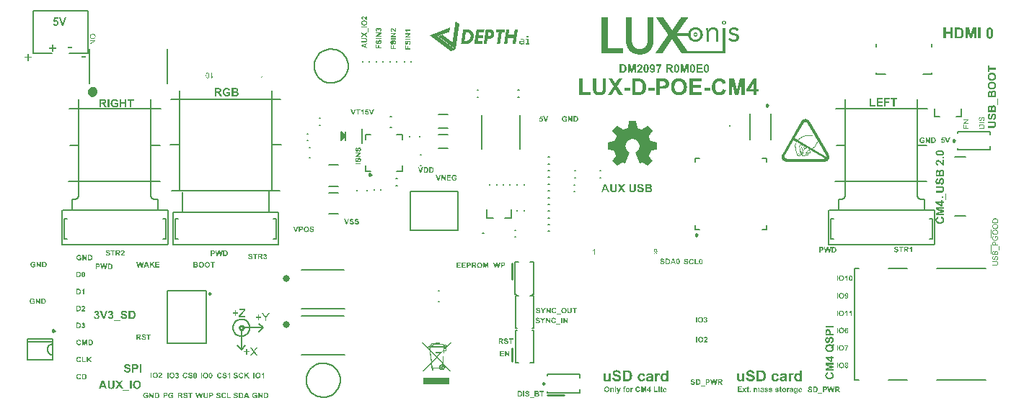
<source format=gto>
G04*
G04 #@! TF.GenerationSoftware,Altium Limited,Altium Designer,21.6.1 (37)*
G04*
G04 Layer_Color=65535*
%FSLAX44Y44*%
%MOMM*%
G71*
G04*
G04 #@! TF.SameCoordinates,B15FB352-D5CA-4759-B8DC-376305D7300E*
G04*
G04*
G04 #@! TF.FilePolarity,Positive*
G04*
G01*
G75*
%ADD10C,0.2000*%
%ADD11C,0.2500*%
%ADD12C,0.5400*%
%ADD13C,0.6000*%
%ADD14C,0.2540*%
%ADD15C,0.2540*%
%ADD16C,0.1000*%
G36*
X510151Y445365D02*
X510323D01*
Y445279D01*
X510408D01*
Y445193D01*
X510580D01*
Y445108D01*
X510666D01*
Y445022D01*
X510837D01*
Y444936D01*
X510923D01*
Y444850D01*
X511095D01*
Y444765D01*
X511180D01*
Y444679D01*
X511352D01*
Y444593D01*
X511437D01*
Y444507D01*
X511609D01*
Y444422D01*
X511695D01*
Y444336D01*
X511866D01*
Y444250D01*
X511952D01*
Y444164D01*
X512124D01*
Y444078D01*
X512209D01*
Y443993D01*
X512381D01*
Y443907D01*
X512467D01*
Y443821D01*
X512638D01*
Y443736D01*
X512724D01*
Y443650D01*
X512810D01*
Y443564D01*
X512981D01*
Y443478D01*
X513067D01*
Y443392D01*
X513238D01*
Y443307D01*
X513324D01*
Y443221D01*
X513496D01*
Y443135D01*
X513581D01*
Y443049D01*
X513753D01*
Y442964D01*
X513839D01*
Y442878D01*
X514010D01*
Y442792D01*
X514096D01*
Y442706D01*
X514267D01*
Y442621D01*
X514353D01*
Y442535D01*
X514525D01*
Y442192D01*
X514439D01*
Y441677D01*
X514353D01*
Y441077D01*
X514267D01*
Y440477D01*
X514182D01*
Y439877D01*
X514096D01*
Y439362D01*
X514010D01*
Y438762D01*
X513924D01*
Y438161D01*
X513839D01*
Y437561D01*
X513753D01*
Y436961D01*
X513667D01*
Y436446D01*
X513581D01*
Y435846D01*
X513496D01*
Y435246D01*
X513410D01*
Y434645D01*
X513324D01*
Y434045D01*
X513238D01*
Y433531D01*
X513153D01*
Y432930D01*
X513067D01*
Y432330D01*
X512981D01*
Y431730D01*
X512895D01*
Y431129D01*
X512810D01*
Y430615D01*
X512724D01*
Y430015D01*
X512638D01*
Y429414D01*
X512552D01*
Y428814D01*
X512467D01*
Y428214D01*
X512381D01*
Y427699D01*
X512295D01*
Y427099D01*
X512209D01*
Y426499D01*
X512124D01*
Y425898D01*
X512038D01*
Y425384D01*
X511952D01*
Y424784D01*
X511866D01*
Y424183D01*
X511781D01*
Y423583D01*
X511695D01*
Y422983D01*
X511609D01*
Y422468D01*
X511523D01*
Y421868D01*
X511437D01*
Y421268D01*
X511352D01*
Y420667D01*
X511266D01*
Y420067D01*
X511180D01*
Y419552D01*
X511095D01*
Y418952D01*
X511009D01*
Y418352D01*
X510923D01*
Y417752D01*
X510837D01*
Y417151D01*
X510751D01*
Y416637D01*
X510666D01*
Y416036D01*
X510580D01*
Y415436D01*
X510494D01*
Y414836D01*
X510408D01*
Y414235D01*
X510323D01*
Y413721D01*
X510237D01*
Y413121D01*
X510151D01*
Y412606D01*
X510065D01*
Y412692D01*
X509980D01*
Y412778D01*
X509894D01*
Y412863D01*
X509722D01*
Y412949D01*
X509637D01*
Y413035D01*
X509551D01*
Y413121D01*
X509379D01*
Y413206D01*
X509294D01*
Y413292D01*
X509208D01*
Y413378D01*
X509036D01*
Y413464D01*
X508951D01*
Y413549D01*
X508865D01*
Y413635D01*
X508693D01*
Y413721D01*
X508608D01*
Y413807D01*
X508522D01*
Y413893D01*
X508350D01*
Y413978D01*
X508265D01*
Y414064D01*
X508179D01*
Y414150D01*
X508007D01*
Y414235D01*
X507921D01*
Y414321D01*
X507836D01*
Y414407D01*
X507664D01*
Y414493D01*
X507579D01*
Y414579D01*
X507493D01*
Y414664D01*
X507321D01*
Y414750D01*
X507235D01*
Y414836D01*
X507150D01*
Y414921D01*
X506978D01*
Y415007D01*
X506893D01*
Y415093D01*
X506807D01*
Y415179D01*
X506635D01*
Y415265D01*
X506549D01*
Y415350D01*
X506464D01*
Y415436D01*
X506292D01*
Y415522D01*
X506206D01*
Y415608D01*
X506121D01*
Y415693D01*
X505949D01*
Y415779D01*
X505863D01*
Y415865D01*
X505778D01*
Y415951D01*
X505606D01*
Y416036D01*
X505520D01*
Y416122D01*
X505435D01*
Y416208D01*
X505263D01*
Y416294D01*
X505177D01*
Y416379D01*
X505092D01*
Y416465D01*
X504920D01*
Y416551D01*
X504834D01*
Y416637D01*
X504748D01*
Y416722D01*
X504577D01*
Y416808D01*
X504491D01*
Y416894D01*
X504406D01*
Y416980D01*
X504234D01*
Y417065D01*
X504148D01*
Y417151D01*
X504062D01*
Y417237D01*
X503891D01*
Y417323D01*
X503805D01*
Y417408D01*
X503719D01*
Y417494D01*
X503548D01*
Y417580D01*
X503462D01*
Y417666D01*
X503377D01*
Y417752D01*
X503205D01*
Y417837D01*
X503119D01*
Y417923D01*
X503033D01*
Y418009D01*
X502862D01*
Y418094D01*
X502776D01*
Y418180D01*
X502690D01*
Y418266D01*
X502519D01*
Y418352D01*
X502433D01*
Y418438D01*
X502347D01*
Y418523D01*
X502176D01*
Y418609D01*
X502090D01*
Y418695D01*
X502004D01*
Y418781D01*
X501833D01*
Y418866D01*
X501747D01*
Y418952D01*
X501661D01*
Y419038D01*
X501576D01*
Y419124D01*
X501404D01*
Y419209D01*
X501318D01*
Y419295D01*
X501233D01*
Y419381D01*
X501061D01*
Y419467D01*
X500975D01*
Y419552D01*
X500890D01*
Y419638D01*
X500718D01*
Y419724D01*
X500632D01*
Y419810D01*
X500546D01*
Y419895D01*
X500375D01*
Y419981D01*
X500289D01*
Y420067D01*
X500204D01*
Y420153D01*
X500032D01*
Y420238D01*
X499946D01*
Y420324D01*
X499860D01*
Y420410D01*
X499689D01*
Y420496D01*
X499603D01*
Y420581D01*
X499517D01*
Y420667D01*
X499346D01*
Y420753D01*
X499260D01*
Y420839D01*
X499174D01*
Y420924D01*
X499003D01*
Y421010D01*
X498917D01*
Y421096D01*
X498831D01*
Y421182D01*
X498660D01*
Y421268D01*
X498574D01*
Y421353D01*
X498488D01*
Y421439D01*
X498317D01*
Y421525D01*
X498231D01*
Y421610D01*
X498145D01*
Y421696D01*
X497974D01*
Y421782D01*
X497888D01*
Y421868D01*
X497802D01*
Y421954D01*
X497631D01*
Y422039D01*
X497545D01*
Y422125D01*
X497459D01*
Y422211D01*
X497288D01*
Y422296D01*
X497202D01*
Y422382D01*
X497116D01*
Y422468D01*
X496945D01*
Y422554D01*
X496859D01*
Y422640D01*
X496773D01*
Y422725D01*
X496602D01*
Y422811D01*
X496516D01*
Y422897D01*
X496430D01*
Y422983D01*
X496259D01*
Y423068D01*
X496173D01*
Y423154D01*
X496087D01*
Y423240D01*
X495916D01*
Y423326D01*
X495830D01*
Y423411D01*
X495744D01*
Y423497D01*
X495573D01*
Y423583D01*
X495487D01*
Y423669D01*
X495401D01*
Y423754D01*
X495230D01*
Y423840D01*
X495144D01*
Y423926D01*
X495058D01*
Y424012D01*
X494887D01*
Y424097D01*
X494801D01*
Y424183D01*
X494715D01*
Y424269D01*
X494544D01*
Y424355D01*
X494458D01*
Y424440D01*
X494372D01*
Y424526D01*
X494201D01*
Y424612D01*
X494115D01*
Y424698D01*
X494029D01*
Y424784D01*
X493858D01*
Y424869D01*
X493772D01*
Y424955D01*
X493686D01*
Y425041D01*
X493515D01*
Y425126D01*
X493429D01*
Y425212D01*
X493343D01*
Y425298D01*
X493172D01*
Y425384D01*
X493086D01*
Y425470D01*
X493000D01*
Y425555D01*
X492828D01*
Y425641D01*
X492743D01*
Y425727D01*
X492657D01*
Y425812D01*
X492486D01*
Y425898D01*
X492400D01*
Y425984D01*
X492314D01*
Y426070D01*
X492142D01*
Y426156D01*
X492057D01*
Y426241D01*
X491971D01*
Y426327D01*
X491799D01*
Y426413D01*
X491714D01*
Y426499D01*
X491628D01*
Y426584D01*
X491456D01*
Y426670D01*
X491371D01*
Y426756D01*
X491285D01*
Y426842D01*
X491113D01*
Y426927D01*
X491028D01*
Y427013D01*
X490942D01*
Y427099D01*
X490770D01*
Y427185D01*
X490685D01*
Y427270D01*
X490599D01*
Y427356D01*
X490427D01*
Y427442D01*
X490342D01*
Y427528D01*
X490256D01*
Y427613D01*
X490084D01*
Y427699D01*
X489999D01*
Y427785D01*
X489913D01*
Y427871D01*
X489741D01*
Y428042D01*
X489999D01*
Y428128D01*
X490256D01*
Y428214D01*
X490513D01*
Y428299D01*
X490770D01*
Y428385D01*
X491028D01*
Y428471D01*
X491199D01*
Y428557D01*
X491456D01*
Y428642D01*
X491714D01*
Y428728D01*
X491971D01*
Y428814D01*
X492228D01*
Y428900D01*
X492400D01*
Y428985D01*
X492657D01*
Y429071D01*
X492914D01*
Y429157D01*
X493172D01*
Y429243D01*
X493429D01*
Y429328D01*
X493686D01*
Y429414D01*
X493858D01*
Y429500D01*
X494115D01*
Y429586D01*
X494372D01*
Y429672D01*
X494715D01*
Y429586D01*
X494801D01*
Y429500D01*
X494887D01*
Y429414D01*
X495058D01*
Y429328D01*
X495144D01*
Y429243D01*
X495230D01*
Y429157D01*
X495401D01*
Y429071D01*
X495487D01*
Y428985D01*
X495573D01*
Y428900D01*
X495744D01*
Y428814D01*
X495830D01*
Y428728D01*
X495916D01*
Y428642D01*
X496087D01*
Y428557D01*
X496173D01*
Y428471D01*
X496344D01*
Y428385D01*
X496430D01*
Y428299D01*
X496516D01*
Y428214D01*
X496688D01*
Y428128D01*
X496773D01*
Y428042D01*
X496859D01*
Y427956D01*
X497030D01*
Y427871D01*
X497116D01*
Y427785D01*
X497202D01*
Y427699D01*
X497374D01*
Y427613D01*
X497459D01*
Y427528D01*
X497545D01*
Y427442D01*
X497717D01*
Y427356D01*
X497802D01*
Y427270D01*
X497888D01*
Y427185D01*
X498060D01*
Y427099D01*
X498145D01*
Y427013D01*
X498231D01*
Y426927D01*
X498403D01*
Y426842D01*
X498488D01*
Y426756D01*
X498574D01*
Y426670D01*
X498746D01*
Y426584D01*
X498831D01*
Y426499D01*
X498917D01*
Y426413D01*
X499089D01*
Y426327D01*
X499174D01*
Y426241D01*
X499260D01*
Y426156D01*
X499432D01*
Y426070D01*
X499517D01*
Y425984D01*
X499603D01*
Y425898D01*
X499775D01*
Y425812D01*
X499860D01*
Y425727D01*
X499946D01*
Y425641D01*
X500118D01*
Y425555D01*
X500204D01*
Y425470D01*
X500375D01*
Y425384D01*
X500461D01*
Y425298D01*
X500546D01*
Y425212D01*
X500718D01*
Y425126D01*
X500804D01*
Y425041D01*
X500890D01*
Y424955D01*
X501061D01*
Y424869D01*
X501147D01*
Y424784D01*
X501233D01*
Y424698D01*
X501404D01*
Y424612D01*
X501490D01*
Y424526D01*
X501576D01*
Y424440D01*
X501747D01*
Y424355D01*
X501833D01*
Y424269D01*
X501919D01*
Y424183D01*
X502090D01*
Y424097D01*
X502176D01*
Y424012D01*
X502262D01*
Y423926D01*
X502433D01*
Y423840D01*
X502519D01*
Y423754D01*
X502605D01*
Y423669D01*
X502776D01*
Y423583D01*
X502862D01*
Y423497D01*
X502948D01*
Y423411D01*
X503119D01*
Y423326D01*
X503205D01*
Y423240D01*
X503291D01*
Y423154D01*
X503462D01*
Y423068D01*
X503548D01*
Y422983D01*
X503634D01*
Y422897D01*
X503805D01*
Y422811D01*
X503891D01*
Y422725D01*
X504062D01*
Y422640D01*
X504148D01*
Y422554D01*
X504234D01*
Y422468D01*
X504406D01*
Y422382D01*
X504491D01*
Y422296D01*
X504577D01*
Y422211D01*
X504748D01*
Y422125D01*
X504834D01*
Y422039D01*
X504920D01*
Y421954D01*
X505092D01*
Y421868D01*
X505177D01*
Y421782D01*
X505263D01*
Y421696D01*
X505435D01*
Y421610D01*
X505520D01*
Y421525D01*
X505606D01*
Y421439D01*
X505778D01*
Y421353D01*
X505863D01*
Y421268D01*
X505949D01*
Y421182D01*
X506121D01*
Y421096D01*
X506378D01*
Y421182D01*
X506464D01*
Y421439D01*
X506549D01*
Y422039D01*
X506635D01*
Y422640D01*
X506721D01*
Y423240D01*
X506807D01*
Y423754D01*
X506893D01*
Y424355D01*
X506978D01*
Y424955D01*
X507064D01*
Y425555D01*
X507150D01*
Y426156D01*
X507235D01*
Y426670D01*
X507321D01*
Y427270D01*
X507407D01*
Y427871D01*
X507493D01*
Y428471D01*
X507579D01*
Y429071D01*
X507664D01*
Y429672D01*
X507750D01*
Y430186D01*
X507836D01*
Y430786D01*
X507921D01*
Y431387D01*
X508007D01*
Y431987D01*
X508093D01*
Y432587D01*
X508179D01*
Y433102D01*
X508265D01*
Y433702D01*
X508350D01*
Y434302D01*
X508436D01*
Y434903D01*
X508522D01*
Y435503D01*
X508608D01*
Y436017D01*
X508693D01*
Y436618D01*
X508779D01*
Y437218D01*
X508865D01*
Y437818D01*
X508951D01*
Y438419D01*
X509036D01*
Y439019D01*
X509122D01*
Y439533D01*
X509208D01*
Y440134D01*
X509294D01*
Y440734D01*
X509379D01*
Y441334D01*
X509465D01*
Y441935D01*
X509551D01*
Y442449D01*
X509637D01*
Y443049D01*
X509722D01*
Y443650D01*
X509808D01*
Y444250D01*
X509894D01*
Y444850D01*
X509980D01*
Y445451D01*
X510151D01*
Y445365D01*
D02*
G37*
G36*
X524472Y435932D02*
X524987D01*
Y435846D01*
X525416D01*
Y435760D01*
X525759D01*
Y435674D01*
X526016D01*
Y435589D01*
X526359D01*
Y435503D01*
X526616D01*
Y435417D01*
X526788D01*
Y435331D01*
X527045D01*
Y435246D01*
X527217D01*
Y435160D01*
X527474D01*
Y435074D01*
X527645D01*
Y434988D01*
X527817D01*
Y434903D01*
X527903D01*
Y434817D01*
X528074D01*
Y434731D01*
X528246D01*
Y434645D01*
X528331D01*
Y434560D01*
X528503D01*
Y434474D01*
X528589D01*
Y434388D01*
X528674D01*
Y434302D01*
X528760D01*
Y434217D01*
X528846D01*
Y434131D01*
X529017D01*
Y434045D01*
X529103D01*
Y433959D01*
X529189D01*
Y433874D01*
X529275D01*
Y433788D01*
X529361D01*
Y433702D01*
X529446D01*
Y433531D01*
X529532D01*
Y433445D01*
X529618D01*
Y433359D01*
X529703D01*
Y433273D01*
X529789D01*
Y433187D01*
X529875D01*
Y433016D01*
X529961D01*
Y432930D01*
X530047D01*
Y432759D01*
X530132D01*
Y432673D01*
X530218D01*
Y432501D01*
X530304D01*
Y432330D01*
X530390D01*
Y432244D01*
X530475D01*
Y432073D01*
X530561D01*
Y431901D01*
X530647D01*
Y431644D01*
X530733D01*
Y431472D01*
X530818D01*
Y431215D01*
X530904D01*
Y430958D01*
X530990D01*
Y430701D01*
X531076D01*
Y430358D01*
X531161D01*
Y429929D01*
X531247D01*
Y429328D01*
X531333D01*
Y427270D01*
X531247D01*
Y426584D01*
X531161D01*
Y426156D01*
X531076D01*
Y425727D01*
X530990D01*
Y425384D01*
X530904D01*
Y425126D01*
X530818D01*
Y424869D01*
X530733D01*
Y424612D01*
X530647D01*
Y424440D01*
X530561D01*
Y424269D01*
X530475D01*
Y424012D01*
X530390D01*
Y423840D01*
X530304D01*
Y423669D01*
X530218D01*
Y423497D01*
X530132D01*
Y423326D01*
X530047D01*
Y423240D01*
X529961D01*
Y423068D01*
X529875D01*
Y422897D01*
X529789D01*
Y422811D01*
X529703D01*
Y422640D01*
X529618D01*
Y422554D01*
X529532D01*
Y422468D01*
X529446D01*
Y422296D01*
X529361D01*
Y422211D01*
X529275D01*
Y422125D01*
X529189D01*
Y421954D01*
X529103D01*
Y421868D01*
X529017D01*
Y421782D01*
X528932D01*
Y421696D01*
X528846D01*
Y421610D01*
X528760D01*
Y421525D01*
X528674D01*
Y421439D01*
X528589D01*
Y421353D01*
X528503D01*
Y421268D01*
X528417D01*
Y421182D01*
X528331D01*
Y421096D01*
X528246D01*
Y421010D01*
X528074D01*
Y420924D01*
X527988D01*
Y420839D01*
X527903D01*
Y420753D01*
X527817D01*
Y420667D01*
X527645D01*
Y420581D01*
X527560D01*
Y420496D01*
X527474D01*
Y420410D01*
X527302D01*
Y420324D01*
X527217D01*
Y420238D01*
X527045D01*
Y420153D01*
X526874D01*
Y420067D01*
X526788D01*
Y419981D01*
X526616D01*
Y419895D01*
X526445D01*
Y419810D01*
X526273D01*
Y419724D01*
X526102D01*
Y419638D01*
X525930D01*
Y419552D01*
X525673D01*
Y419467D01*
X525502D01*
Y419381D01*
X525244D01*
Y419295D01*
X524901D01*
Y419209D01*
X524558D01*
Y419124D01*
X524044D01*
Y419038D01*
X523358D01*
Y418952D01*
X516497D01*
Y419209D01*
X516583D01*
Y419724D01*
X516669D01*
Y420324D01*
X516754D01*
Y420924D01*
X516840D01*
Y421525D01*
X516926D01*
Y422125D01*
X517012D01*
Y422640D01*
X517097D01*
Y423240D01*
X517183D01*
Y423840D01*
X517269D01*
Y424440D01*
X517355D01*
Y425041D01*
X517440D01*
Y425555D01*
X517526D01*
Y426156D01*
X517612D01*
Y426756D01*
X517698D01*
Y427356D01*
X517783D01*
Y427956D01*
X517869D01*
Y428557D01*
X517955D01*
Y429071D01*
X518041D01*
Y429672D01*
X518126D01*
Y430272D01*
X518212D01*
Y430872D01*
X518298D01*
Y431472D01*
X518384D01*
Y431987D01*
X518470D01*
Y432587D01*
X518555D01*
Y433187D01*
X518641D01*
Y433788D01*
X518727D01*
Y434388D01*
X518812D01*
Y434903D01*
X518898D01*
Y435503D01*
X518984D01*
Y436017D01*
X524472D01*
Y435932D01*
D02*
G37*
G36*
X503462Y437733D02*
X503377D01*
Y437132D01*
X503291D01*
Y436532D01*
X503205D01*
Y435932D01*
X503119D01*
Y435331D01*
X503033D01*
Y434731D01*
X502948D01*
Y434131D01*
X502862D01*
Y433531D01*
X502776D01*
Y433102D01*
X502690D01*
Y433016D01*
X502519D01*
Y432930D01*
X502262D01*
Y432845D01*
X502090D01*
Y432759D01*
X501833D01*
Y432673D01*
X501576D01*
Y432587D01*
X501318D01*
Y432501D01*
X501061D01*
Y432416D01*
X500890D01*
Y432330D01*
X500632D01*
Y432244D01*
X500375D01*
Y432158D01*
X500118D01*
Y432073D01*
X499860D01*
Y431987D01*
X499689D01*
Y431901D01*
X499432D01*
Y431815D01*
X499174D01*
Y431730D01*
X498917D01*
Y431644D01*
X498660D01*
Y431558D01*
X498488D01*
Y431472D01*
X498231D01*
Y431387D01*
X497974D01*
Y431301D01*
X497717D01*
Y431215D01*
X497459D01*
Y431129D01*
X497288D01*
Y431044D01*
X497030D01*
Y430958D01*
X496773D01*
Y430872D01*
X496516D01*
Y430786D01*
X496259D01*
Y430701D01*
X496087D01*
Y430615D01*
X495830D01*
Y430529D01*
X495573D01*
Y430443D01*
X495315D01*
Y430358D01*
X495058D01*
Y430272D01*
X494887D01*
Y430186D01*
X494629D01*
Y430100D01*
X494372D01*
Y430015D01*
X494115D01*
Y429929D01*
X493858D01*
Y429843D01*
X493686D01*
Y429757D01*
X493429D01*
Y429672D01*
X493172D01*
Y429586D01*
X492914D01*
Y429500D01*
X492743D01*
Y429414D01*
X492486D01*
Y429328D01*
X492228D01*
Y429243D01*
X491971D01*
Y429157D01*
X491714D01*
Y429071D01*
X491542D01*
Y428985D01*
X491285D01*
Y428900D01*
X491028D01*
Y428814D01*
X490770D01*
Y428728D01*
X490513D01*
Y428642D01*
X490342D01*
Y428557D01*
X490084D01*
Y428471D01*
X489827D01*
Y428385D01*
X489570D01*
Y428299D01*
X489313D01*
Y428214D01*
X489141D01*
Y428128D01*
X489055D01*
Y427956D01*
X489141D01*
Y427871D01*
X489227D01*
Y427785D01*
X489313D01*
Y427699D01*
X489484D01*
Y427613D01*
X489570D01*
Y427528D01*
X489655D01*
Y427442D01*
X489827D01*
Y427356D01*
X489913D01*
Y427270D01*
X489999D01*
Y427185D01*
X490170D01*
Y427099D01*
X490256D01*
Y427013D01*
X490342D01*
Y426927D01*
X490513D01*
Y426842D01*
X490599D01*
Y426756D01*
X490685D01*
Y426670D01*
X490856D01*
Y426584D01*
X490942D01*
Y426499D01*
X491028D01*
Y426413D01*
X491199D01*
Y426327D01*
X491285D01*
Y426241D01*
X491371D01*
Y426156D01*
X491542D01*
Y426070D01*
X491628D01*
Y425984D01*
X491714D01*
Y425898D01*
X491885D01*
Y425812D01*
X491971D01*
Y425727D01*
X492057D01*
Y425641D01*
X492228D01*
Y425555D01*
X492314D01*
Y425470D01*
X492400D01*
Y425384D01*
X492571D01*
Y425298D01*
X492657D01*
Y425212D01*
X492743D01*
Y425126D01*
X492914D01*
Y425041D01*
X493000D01*
Y424955D01*
X493086D01*
Y424869D01*
X493257D01*
Y424784D01*
X493343D01*
Y424698D01*
X493429D01*
Y424612D01*
X493600D01*
Y424526D01*
X493686D01*
Y424440D01*
X493772D01*
Y424355D01*
X493943D01*
Y424269D01*
X494029D01*
Y424183D01*
X494115D01*
Y424097D01*
X494286D01*
Y424012D01*
X494372D01*
Y423926D01*
X494458D01*
Y423840D01*
X494629D01*
Y423754D01*
X494715D01*
Y423669D01*
X494801D01*
Y423583D01*
X494972D01*
Y423497D01*
X495058D01*
Y423411D01*
X495144D01*
Y423326D01*
X495315D01*
Y423240D01*
X495401D01*
Y423154D01*
X495487D01*
Y423068D01*
X495658D01*
Y422983D01*
X495744D01*
Y422897D01*
X495830D01*
Y422811D01*
X496002D01*
Y422725D01*
X496087D01*
Y422640D01*
X496173D01*
Y422554D01*
X496344D01*
Y422468D01*
X496430D01*
Y422382D01*
X496516D01*
Y422296D01*
X496688D01*
Y422211D01*
X496773D01*
Y422125D01*
X496859D01*
Y422039D01*
X497030D01*
Y421954D01*
X497116D01*
Y421868D01*
X497202D01*
Y421782D01*
X497374D01*
Y421696D01*
X497459D01*
Y421610D01*
X497545D01*
Y421525D01*
X497717D01*
Y421439D01*
X497802D01*
Y421353D01*
X497888D01*
Y421268D01*
X498060D01*
Y421182D01*
X498145D01*
Y421096D01*
X498231D01*
Y421010D01*
X498403D01*
Y420924D01*
X498488D01*
Y420839D01*
X498574D01*
Y420753D01*
X498746D01*
Y420667D01*
X498831D01*
Y420581D01*
X498917D01*
Y420496D01*
X499089D01*
Y420410D01*
X499174D01*
Y420324D01*
X499260D01*
Y420238D01*
X499432D01*
Y420153D01*
X499517D01*
Y420067D01*
X499603D01*
Y419981D01*
X499775D01*
Y419895D01*
X499860D01*
Y419810D01*
X499946D01*
Y419724D01*
X500118D01*
Y419638D01*
X500204D01*
Y419552D01*
X500289D01*
Y419467D01*
X500461D01*
Y419381D01*
X500546D01*
Y419295D01*
X500632D01*
Y419209D01*
X500804D01*
Y419124D01*
X500890D01*
Y419038D01*
X500975D01*
Y418952D01*
X501061D01*
Y418866D01*
X501233D01*
Y418781D01*
X501318D01*
Y418695D01*
X501404D01*
Y418609D01*
X501576D01*
Y418523D01*
X501661D01*
Y418438D01*
X501747D01*
Y418352D01*
X501919D01*
Y418266D01*
X502004D01*
Y418180D01*
X502090D01*
Y418094D01*
X502262D01*
Y418009D01*
X502347D01*
Y417923D01*
X502433D01*
Y417837D01*
X502605D01*
Y417752D01*
X502690D01*
Y417666D01*
X502776D01*
Y417580D01*
X502948D01*
Y417494D01*
X503033D01*
Y417408D01*
X503119D01*
Y417323D01*
X503291D01*
Y417237D01*
X503377D01*
Y417151D01*
X503462D01*
Y417065D01*
X503634D01*
Y416980D01*
X503719D01*
Y416894D01*
X503805D01*
Y416808D01*
X503977D01*
Y416722D01*
X504062D01*
Y416637D01*
X504148D01*
Y416551D01*
X504320D01*
Y416465D01*
X504406D01*
Y416379D01*
X504491D01*
Y416294D01*
X504663D01*
Y416208D01*
X504748D01*
Y416122D01*
X504834D01*
Y416036D01*
X505006D01*
Y415951D01*
X505092D01*
Y415865D01*
X505177D01*
Y415779D01*
X505349D01*
Y415693D01*
X505435D01*
Y415608D01*
X505520D01*
Y415522D01*
X505692D01*
Y415436D01*
X505778D01*
Y415350D01*
X505863D01*
Y415265D01*
X506035D01*
Y415179D01*
X506121D01*
Y415093D01*
X506206D01*
Y415007D01*
X506378D01*
Y414921D01*
X506464D01*
Y414836D01*
X506549D01*
Y414750D01*
X506721D01*
Y414664D01*
X506807D01*
Y414579D01*
X506893D01*
Y414493D01*
X507064D01*
Y414407D01*
X507150D01*
Y414321D01*
X507235D01*
Y414235D01*
X507407D01*
Y414150D01*
X507493D01*
Y414064D01*
X507579D01*
Y413978D01*
X507750D01*
Y413893D01*
X507836D01*
Y413807D01*
X507921D01*
Y413721D01*
X508093D01*
Y413635D01*
X508179D01*
Y413549D01*
X508265D01*
Y413464D01*
X508436D01*
Y413378D01*
X508522D01*
Y413292D01*
X508608D01*
Y413206D01*
X508779D01*
Y413121D01*
X508865D01*
Y413035D01*
X508951D01*
Y412949D01*
X509122D01*
Y412863D01*
X509208D01*
Y412778D01*
X509294D01*
Y412692D01*
X509465D01*
Y412606D01*
X509551D01*
Y412520D01*
X509637D01*
Y412435D01*
X509808D01*
Y412349D01*
X509894D01*
Y412263D01*
X509722D01*
Y412177D01*
X509465D01*
Y412092D01*
X509208D01*
Y412006D01*
X508951D01*
Y411920D01*
X508779D01*
Y411834D01*
X508522D01*
Y411749D01*
X508265D01*
Y411663D01*
X508007D01*
Y411577D01*
X507750D01*
Y411491D01*
X507493D01*
Y411405D01*
X507321D01*
Y411320D01*
X507064D01*
Y411234D01*
X506807D01*
Y411148D01*
X506549D01*
Y411063D01*
X506292D01*
Y410977D01*
X506035D01*
Y410891D01*
X505863D01*
Y410805D01*
X505606D01*
Y410719D01*
X505349D01*
Y410634D01*
X505092D01*
Y410548D01*
X504834D01*
Y410462D01*
X504491D01*
Y410548D01*
X504320D01*
Y410634D01*
X504234D01*
Y410719D01*
X504148D01*
Y410805D01*
X503977D01*
Y410891D01*
X503891D01*
Y410977D01*
X503805D01*
Y411063D01*
X503634D01*
Y411148D01*
X503548D01*
Y411234D01*
X503462D01*
Y411320D01*
X503291D01*
Y411405D01*
X503205D01*
Y411491D01*
X503119D01*
Y411577D01*
X502948D01*
Y411663D01*
X502862D01*
Y411749D01*
X502776D01*
Y411834D01*
X502605D01*
Y411920D01*
X502519D01*
Y412006D01*
X502433D01*
Y412092D01*
X502262D01*
Y412177D01*
X502176D01*
Y412263D01*
X502090D01*
Y412349D01*
X501919D01*
Y412435D01*
X501833D01*
Y412520D01*
X501747D01*
Y412606D01*
X501576D01*
Y412692D01*
X501490D01*
Y412778D01*
X501404D01*
Y412863D01*
X501233D01*
Y412949D01*
X501147D01*
Y413035D01*
X501061D01*
Y413121D01*
X500890D01*
Y413206D01*
X500804D01*
Y413292D01*
X500718D01*
Y413378D01*
X500546D01*
Y413464D01*
X500461D01*
Y413549D01*
X500289D01*
Y413635D01*
X500204D01*
Y413721D01*
X500118D01*
Y413807D01*
X499946D01*
Y413893D01*
X499860D01*
Y413978D01*
X499775D01*
Y414064D01*
X499603D01*
Y414150D01*
X499517D01*
Y414235D01*
X499432D01*
Y414321D01*
X499260D01*
Y414407D01*
X499174D01*
Y414493D01*
X499089D01*
Y414579D01*
X498917D01*
Y414664D01*
X498831D01*
Y414750D01*
X498746D01*
Y414836D01*
X498574D01*
Y414921D01*
X498488D01*
Y415007D01*
X498403D01*
Y415093D01*
X498231D01*
Y415179D01*
X498145D01*
Y415265D01*
X498060D01*
Y415350D01*
X497888D01*
Y415436D01*
X497802D01*
Y415522D01*
X497717D01*
Y415608D01*
X497545D01*
Y415693D01*
X497459D01*
Y415779D01*
X497374D01*
Y415865D01*
X497202D01*
Y415951D01*
X497116D01*
Y416036D01*
X497030D01*
Y416122D01*
X496859D01*
Y416208D01*
X496773D01*
Y416294D01*
X496688D01*
Y416379D01*
X496516D01*
Y416465D01*
X496430D01*
Y416551D01*
X496344D01*
Y416637D01*
X496173D01*
Y416722D01*
X496087D01*
Y416808D01*
X496002D01*
Y416894D01*
X495830D01*
Y416980D01*
X495744D01*
Y417065D01*
X495658D01*
Y417151D01*
X495487D01*
Y417237D01*
X495401D01*
Y417323D01*
X495315D01*
Y417408D01*
X495144D01*
Y417494D01*
X495058D01*
Y417580D01*
X494972D01*
Y417666D01*
X494801D01*
Y417752D01*
X494715D01*
Y417837D01*
X494629D01*
Y417923D01*
X494458D01*
Y418009D01*
X494372D01*
Y418094D01*
X494286D01*
Y418180D01*
X494115D01*
Y418266D01*
X494029D01*
Y418352D01*
X493943D01*
Y418438D01*
X493772D01*
Y418523D01*
X493686D01*
Y418609D01*
X493600D01*
Y418695D01*
X493429D01*
Y418781D01*
X493343D01*
Y418866D01*
X493257D01*
Y418952D01*
X493086D01*
Y419038D01*
X493000D01*
Y419124D01*
X492914D01*
Y419209D01*
X492743D01*
Y419295D01*
X492657D01*
Y419381D01*
X492571D01*
Y419467D01*
X492400D01*
Y419552D01*
X492314D01*
Y419638D01*
X492228D01*
Y419724D01*
X492057D01*
Y419810D01*
X491971D01*
Y419895D01*
X491885D01*
Y419981D01*
X491714D01*
Y420067D01*
X491628D01*
Y420153D01*
X491542D01*
Y420238D01*
X491371D01*
Y420324D01*
X491285D01*
Y420410D01*
X491199D01*
Y420496D01*
X491028D01*
Y420581D01*
X490942D01*
Y420667D01*
X490770D01*
Y420753D01*
X490685D01*
Y420839D01*
X490599D01*
Y420924D01*
X490427D01*
Y421010D01*
X490342D01*
Y421096D01*
X490256D01*
Y421182D01*
X490084D01*
Y421268D01*
X489999D01*
Y421353D01*
X489913D01*
Y421439D01*
X489741D01*
Y421525D01*
X489655D01*
Y421610D01*
X489570D01*
Y421696D01*
X489398D01*
Y421782D01*
X489313D01*
Y421868D01*
X489227D01*
Y421954D01*
X489055D01*
Y422039D01*
X488969D01*
Y422125D01*
X488884D01*
Y422211D01*
X488712D01*
Y422296D01*
X488627D01*
Y422382D01*
X488541D01*
Y422468D01*
X488369D01*
Y422554D01*
X488283D01*
Y422640D01*
X488198D01*
Y422725D01*
X488026D01*
Y422811D01*
X487940D01*
Y422897D01*
X487855D01*
Y422983D01*
X487683D01*
Y423068D01*
X487597D01*
Y423154D01*
X487512D01*
Y423240D01*
X487340D01*
Y423326D01*
X487254D01*
Y423411D01*
X487169D01*
Y423497D01*
X486997D01*
Y423583D01*
X486911D01*
Y423669D01*
X486826D01*
Y423754D01*
X486654D01*
Y423840D01*
X486568D01*
Y423926D01*
X486483D01*
Y424012D01*
X486311D01*
Y424097D01*
X486225D01*
Y424183D01*
X486139D01*
Y424269D01*
X485968D01*
Y424355D01*
X485882D01*
Y424440D01*
X485797D01*
Y424526D01*
X485625D01*
Y424612D01*
X485539D01*
Y424698D01*
X485453D01*
Y424784D01*
X485282D01*
Y424869D01*
X485196D01*
Y424955D01*
X485111D01*
Y425041D01*
X484939D01*
Y425126D01*
X484853D01*
Y425212D01*
X484767D01*
Y425298D01*
X484596D01*
Y425384D01*
X484510D01*
Y425470D01*
X484424D01*
Y425555D01*
X484253D01*
Y425641D01*
X484167D01*
Y425727D01*
X484081D01*
Y425812D01*
X483910D01*
Y425898D01*
X483824D01*
Y425984D01*
X483738D01*
Y426070D01*
X483567D01*
Y426156D01*
X483481D01*
Y426241D01*
X483395D01*
Y426327D01*
X483224D01*
Y426413D01*
X483138D01*
Y426499D01*
X483052D01*
Y426584D01*
X482881D01*
Y426670D01*
X482795D01*
Y426756D01*
X482709D01*
Y426842D01*
X482538D01*
Y426927D01*
X482452D01*
Y427013D01*
X482366D01*
Y427099D01*
X482195D01*
Y427185D01*
X482109D01*
Y427270D01*
X482023D01*
Y427356D01*
X481852D01*
Y427442D01*
X481766D01*
Y427528D01*
X481680D01*
Y427613D01*
X481509D01*
Y427699D01*
X481423D01*
Y427785D01*
X481337D01*
Y427871D01*
X481166D01*
Y427956D01*
X481080D01*
Y428042D01*
X480908D01*
Y428128D01*
X480823D01*
Y428214D01*
X480737D01*
Y428299D01*
X480565D01*
Y428385D01*
X480480D01*
Y428471D01*
X480394D01*
Y428557D01*
X480222D01*
Y428642D01*
X480137D01*
Y428728D01*
X480051D01*
Y428814D01*
X479879D01*
Y428985D01*
X480051D01*
Y429071D01*
X480222D01*
Y429157D01*
X480480D01*
Y429243D01*
X480651D01*
Y429328D01*
X480908D01*
Y429414D01*
X481166D01*
Y429500D01*
X481337D01*
Y429586D01*
X481595D01*
Y429672D01*
X481766D01*
Y429757D01*
X482023D01*
Y429843D01*
X482195D01*
Y429929D01*
X482452D01*
Y430015D01*
X482623D01*
Y430100D01*
X482881D01*
Y430186D01*
X483052D01*
Y430272D01*
X483310D01*
Y430358D01*
X483481D01*
Y430443D01*
X483738D01*
Y430529D01*
X483996D01*
Y430615D01*
X484167D01*
Y430701D01*
X484424D01*
Y430786D01*
X484596D01*
Y430872D01*
X484853D01*
Y430958D01*
X485025D01*
Y431044D01*
X485282D01*
Y431129D01*
X485453D01*
Y431215D01*
X485711D01*
Y431301D01*
X485882D01*
Y431387D01*
X486139D01*
Y431472D01*
X486397D01*
Y431558D01*
X486568D01*
Y431644D01*
X486826D01*
Y431730D01*
X486997D01*
Y431815D01*
X487254D01*
Y431901D01*
X487426D01*
Y431987D01*
X487683D01*
Y432073D01*
X487855D01*
Y432158D01*
X488112D01*
Y432244D01*
X488283D01*
Y432330D01*
X488541D01*
Y432416D01*
X488712D01*
Y432501D01*
X488969D01*
Y432587D01*
X489227D01*
Y432673D01*
X489398D01*
Y432759D01*
X489655D01*
Y432845D01*
X489827D01*
Y432930D01*
X490084D01*
Y433016D01*
X490256D01*
Y433102D01*
X490513D01*
Y433187D01*
X490685D01*
Y433273D01*
X490942D01*
Y433359D01*
X491113D01*
Y433445D01*
X491371D01*
Y433531D01*
X491542D01*
Y433616D01*
X491799D01*
Y433702D01*
X492057D01*
Y433788D01*
X492228D01*
Y433874D01*
X492486D01*
Y433959D01*
X492657D01*
Y434045D01*
X492914D01*
Y434131D01*
X493086D01*
Y434217D01*
X493343D01*
Y434302D01*
X493515D01*
Y434388D01*
X493772D01*
Y434474D01*
X493943D01*
Y434560D01*
X494201D01*
Y434645D01*
X494458D01*
Y434731D01*
X494629D01*
Y434817D01*
X494887D01*
Y434903D01*
X495058D01*
Y434988D01*
X495315D01*
Y435074D01*
X495487D01*
Y435160D01*
X495744D01*
Y435246D01*
X495916D01*
Y435331D01*
X496173D01*
Y435417D01*
X496344D01*
Y435503D01*
X496602D01*
Y435589D01*
X496773D01*
Y435674D01*
X497030D01*
Y435760D01*
X497288D01*
Y435846D01*
X497459D01*
Y435932D01*
X497717D01*
Y436017D01*
X497888D01*
Y436103D01*
X498145D01*
Y436189D01*
X498317D01*
Y436275D01*
X498574D01*
Y436361D01*
X498746D01*
Y436446D01*
X499003D01*
Y436532D01*
X499174D01*
Y436618D01*
X499432D01*
Y436703D01*
X499603D01*
Y436789D01*
X499860D01*
Y436875D01*
X500118D01*
Y436961D01*
X500289D01*
Y437047D01*
X500546D01*
Y437132D01*
X500718D01*
Y437218D01*
X500975D01*
Y437304D01*
X501147D01*
Y437389D01*
X501404D01*
Y437475D01*
X501576D01*
Y437561D01*
X501833D01*
Y437647D01*
X502004D01*
Y437733D01*
X502262D01*
Y437818D01*
X502519D01*
Y437904D01*
X502690D01*
Y437990D01*
X502948D01*
Y438076D01*
X503119D01*
Y438161D01*
X503377D01*
Y438247D01*
X503462D01*
Y437733D01*
D02*
G37*
G36*
X380922Y310642D02*
X375922Y305642D01*
Y315642D01*
X380922Y310642D01*
D02*
G37*
G36*
X583129Y435846D02*
X583044D01*
Y435246D01*
X582958D01*
Y434645D01*
X582872D01*
Y434131D01*
X582786D01*
Y433531D01*
X582701D01*
Y432930D01*
X582615D01*
Y432330D01*
X582529D01*
Y431730D01*
X582443D01*
Y431129D01*
X582358D01*
Y430615D01*
X582272D01*
Y430015D01*
X582186D01*
Y429414D01*
X582100D01*
Y428814D01*
X582015D01*
Y428214D01*
X581929D01*
Y427699D01*
X581843D01*
Y427099D01*
X581757D01*
Y426499D01*
X581671D01*
Y425898D01*
X581586D01*
Y425298D01*
X581500D01*
Y424698D01*
X581414D01*
Y424183D01*
X581329D01*
Y423583D01*
X581243D01*
Y422983D01*
X581157D01*
Y422382D01*
X581071D01*
Y421782D01*
X580985D01*
Y421268D01*
X580900D01*
Y420667D01*
X580814D01*
Y420067D01*
X580728D01*
Y419467D01*
X580643D01*
Y418952D01*
X577041D01*
Y419295D01*
X577127D01*
Y419895D01*
X577212D01*
Y420496D01*
X577298D01*
Y421010D01*
X577384D01*
Y421610D01*
X577469D01*
Y422211D01*
X577555D01*
Y422811D01*
X577641D01*
Y423411D01*
X577727D01*
Y424012D01*
X577812D01*
Y424526D01*
X577898D01*
Y425126D01*
X577984D01*
Y425727D01*
X578070D01*
Y426070D01*
X571638D01*
Y425470D01*
X571552D01*
Y424869D01*
X571467D01*
Y424355D01*
X571381D01*
Y423754D01*
X571295D01*
Y423411D01*
Y423326D01*
Y423154D01*
X571209D01*
Y422554D01*
X571124D01*
Y421954D01*
X571038D01*
Y421353D01*
X570952D01*
Y420839D01*
X570866D01*
Y420238D01*
X570780D01*
Y419638D01*
X570695D01*
Y419038D01*
X570609D01*
Y418952D01*
X567093D01*
Y419467D01*
X567179D01*
Y419981D01*
X567265D01*
Y420581D01*
X567350D01*
Y421182D01*
X567436D01*
Y421782D01*
X567522D01*
Y422382D01*
X567608D01*
Y422983D01*
X567693D01*
Y423583D01*
X567779D01*
Y424097D01*
X567865D01*
Y424698D01*
X567951D01*
Y425298D01*
X568036D01*
Y425898D01*
X568122D01*
Y426499D01*
X568208D01*
Y427099D01*
X568294D01*
Y427613D01*
X568379D01*
Y428214D01*
X568465D01*
Y428814D01*
X568551D01*
Y429414D01*
X568637D01*
Y430015D01*
X568722D01*
Y430615D01*
X568808D01*
Y431215D01*
X568894D01*
Y431730D01*
X568980D01*
Y432330D01*
X569065D01*
Y432930D01*
X569151D01*
Y433531D01*
X569237D01*
Y434131D01*
X569323D01*
Y434731D01*
X569408D01*
Y435331D01*
X569494D01*
Y435846D01*
X569580D01*
Y436017D01*
X573096D01*
Y435417D01*
X573010D01*
Y434817D01*
X572924D01*
Y434131D01*
X572839D01*
Y433531D01*
X572753D01*
Y432930D01*
X572667D01*
Y432330D01*
X572581D01*
Y431730D01*
X572496D01*
Y431129D01*
X572410D01*
Y430529D01*
X572324D01*
Y429929D01*
X572238D01*
Y429586D01*
X578584D01*
Y429843D01*
X578670D01*
Y430443D01*
X578756D01*
Y431044D01*
X578842D01*
Y431644D01*
X578927D01*
Y432158D01*
X579013D01*
Y432759D01*
X579099D01*
Y433359D01*
X579185D01*
Y433959D01*
X579270D01*
Y434560D01*
X579356D01*
Y435160D01*
X579442D01*
Y435760D01*
X579528D01*
Y436017D01*
X583129D01*
Y435846D01*
D02*
G37*
G36*
X568208Y435417D02*
X568122D01*
Y434903D01*
X568036D01*
Y434302D01*
X567951D01*
Y433702D01*
X567865D01*
Y433102D01*
X567779D01*
Y432930D01*
X564263D01*
Y432330D01*
X564177D01*
Y431730D01*
X564092D01*
Y431215D01*
X564006D01*
Y430615D01*
X563920D01*
Y430015D01*
X563834D01*
Y429414D01*
X563749D01*
Y428814D01*
X563663D01*
Y428214D01*
X563577D01*
Y427699D01*
X563491D01*
Y427099D01*
X563405D01*
Y426499D01*
X563320D01*
Y425898D01*
X563234D01*
Y425298D01*
X563148D01*
Y424698D01*
X563063D01*
Y424183D01*
X562977D01*
Y423583D01*
X562891D01*
Y422983D01*
X562805D01*
Y422382D01*
X562719D01*
Y421782D01*
X562634D01*
Y421182D01*
X562548D01*
Y420667D01*
X562462D01*
Y420067D01*
X562376D01*
Y419467D01*
X562291D01*
Y418952D01*
X558775D01*
Y419467D01*
X558861D01*
Y420067D01*
X558946D01*
Y420667D01*
X559032D01*
Y421268D01*
X559118D01*
Y421868D01*
X559203D01*
Y422468D01*
X559289D01*
Y423068D01*
X559375D01*
Y423669D01*
X559461D01*
Y424269D01*
X559547D01*
Y424784D01*
X559632D01*
Y425384D01*
X559718D01*
Y425984D01*
X559804D01*
Y426584D01*
X559889D01*
Y427185D01*
X559975D01*
Y427785D01*
X560061D01*
Y428385D01*
X560147D01*
Y428985D01*
X560233D01*
Y429586D01*
X560318D01*
Y430186D01*
X560404D01*
Y430786D01*
X560490D01*
Y431301D01*
X560576D01*
Y431901D01*
X560661D01*
Y432501D01*
X560747D01*
Y432930D01*
X557317D01*
Y433102D01*
X557403D01*
Y433702D01*
X557488D01*
Y434388D01*
X557574D01*
Y434988D01*
X557660D01*
Y435589D01*
X557746D01*
Y435674D01*
Y436017D01*
X568208D01*
Y435417D01*
D02*
G37*
G36*
X550456Y435932D02*
X551057D01*
Y435846D01*
X551485D01*
Y435760D01*
X551828D01*
Y435674D01*
X552172D01*
Y435589D01*
X552343D01*
Y435503D01*
X552600D01*
Y435417D01*
X552772D01*
Y435331D01*
X552943D01*
Y435246D01*
X553115D01*
Y435160D01*
X553286D01*
Y435074D01*
X553458D01*
Y434988D01*
X553544D01*
Y434903D01*
X553715D01*
Y434817D01*
X553801D01*
Y434731D01*
X553887D01*
Y434645D01*
X553972D01*
Y434560D01*
X554058D01*
Y434474D01*
X554144D01*
Y434388D01*
X554230D01*
Y434302D01*
X554315D01*
Y434217D01*
X554401D01*
Y434131D01*
X554487D01*
Y434045D01*
X554573D01*
Y433959D01*
X554658D01*
Y433788D01*
X554744D01*
Y433616D01*
X554830D01*
Y433531D01*
X554916D01*
Y433359D01*
X555001D01*
Y433187D01*
X555087D01*
Y432930D01*
X555173D01*
Y432673D01*
X555259D01*
Y432416D01*
X555345D01*
Y432073D01*
X555430D01*
Y431472D01*
X555516D01*
Y429843D01*
X555430D01*
Y429328D01*
X555345D01*
Y428985D01*
X555259D01*
Y428728D01*
X555173D01*
Y428471D01*
X555087D01*
Y428299D01*
X555001D01*
Y428128D01*
X554916D01*
Y427956D01*
X554830D01*
Y427785D01*
X554744D01*
Y427613D01*
X554658D01*
Y427442D01*
X554573D01*
Y427356D01*
X554487D01*
Y427185D01*
X554401D01*
Y427099D01*
X554315D01*
Y427013D01*
X554230D01*
Y426927D01*
X554144D01*
Y426842D01*
X554058D01*
Y426670D01*
X553972D01*
Y426584D01*
X553887D01*
Y426499D01*
X553715D01*
Y426413D01*
X553629D01*
Y426327D01*
X553544D01*
Y426241D01*
X553458D01*
Y426156D01*
X553286D01*
Y426070D01*
X553201D01*
Y425984D01*
X553029D01*
Y425898D01*
X552858D01*
Y425812D01*
X552686D01*
Y425727D01*
X552514D01*
Y425641D01*
X552343D01*
Y425555D01*
X552172D01*
Y425470D01*
X551828D01*
Y425384D01*
X551571D01*
Y425298D01*
X550971D01*
Y425212D01*
X549942D01*
Y425126D01*
X547541D01*
Y424784D01*
X547455D01*
Y424183D01*
X547369D01*
Y423583D01*
X547283D01*
Y422983D01*
X547198D01*
Y422468D01*
X547112D01*
Y421868D01*
X547026D01*
Y421268D01*
X546940D01*
Y420667D01*
X546855D01*
Y420067D01*
X546769D01*
Y419552D01*
X546683D01*
Y418952D01*
X543081D01*
Y419295D01*
X543167D01*
Y419895D01*
X543253D01*
Y420496D01*
X543339D01*
Y421096D01*
X543424D01*
Y421696D01*
X543510D01*
Y422296D01*
X543596D01*
Y422897D01*
X543682D01*
Y423497D01*
X543767D01*
Y424097D01*
X543853D01*
Y424698D01*
X543939D01*
Y425212D01*
X544025D01*
Y425812D01*
X544110D01*
Y426413D01*
X544196D01*
Y427013D01*
X544282D01*
Y427613D01*
X544368D01*
Y428214D01*
X544454D01*
Y428814D01*
X544539D01*
Y429414D01*
X544625D01*
Y430015D01*
X544711D01*
Y430615D01*
X544796D01*
Y431215D01*
X544882D01*
Y431815D01*
X544968D01*
Y432330D01*
X545054D01*
Y432930D01*
X545140D01*
Y433531D01*
X545225D01*
Y434131D01*
X545311D01*
Y434731D01*
X545397D01*
Y435331D01*
X545483D01*
Y435932D01*
X545568D01*
Y436017D01*
X550456D01*
Y435932D01*
D02*
G37*
G36*
X543853Y435503D02*
X543767D01*
Y434903D01*
X543682D01*
Y434302D01*
X543596D01*
Y433788D01*
X543510D01*
Y433187D01*
X543424D01*
Y432930D01*
X537679D01*
Y432416D01*
X537593D01*
Y431815D01*
X537507D01*
Y431387D01*
Y431301D01*
Y431215D01*
X537421D01*
Y430701D01*
X537336D01*
Y430100D01*
X537250D01*
Y429500D01*
X537164D01*
Y429243D01*
X542567D01*
Y428900D01*
X542481D01*
Y428385D01*
X542395D01*
Y427785D01*
X542310D01*
Y427270D01*
X542224D01*
Y426756D01*
X542138D01*
Y426156D01*
X536735D01*
Y426070D01*
X536650D01*
Y425555D01*
X536564D01*
Y424955D01*
X536478D01*
Y424440D01*
X536393D01*
Y423840D01*
X536307D01*
Y423240D01*
X536221D01*
Y422725D01*
X536135D01*
Y422125D01*
X536049D01*
Y422039D01*
X541624D01*
Y421868D01*
X541538D01*
Y421353D01*
X541452D01*
Y420753D01*
X541366D01*
Y420153D01*
X541281D01*
Y419552D01*
X541195D01*
Y418952D01*
X532019D01*
Y419209D01*
X532105D01*
Y419810D01*
X532190D01*
Y420324D01*
X532276D01*
Y420924D01*
X532362D01*
Y421525D01*
X532448D01*
Y422039D01*
X532533D01*
Y422640D01*
X532619D01*
Y423154D01*
X532705D01*
Y423754D01*
X532791D01*
Y424355D01*
X532877D01*
Y424869D01*
X532962D01*
Y425470D01*
X533048D01*
Y425984D01*
X533134D01*
Y426584D01*
X533219D01*
Y427185D01*
X533305D01*
Y427699D01*
X533391D01*
Y428299D01*
X533477D01*
Y428814D01*
X533563D01*
Y429414D01*
X533648D01*
Y430015D01*
X533734D01*
Y430529D01*
X533820D01*
Y431129D01*
X533905D01*
Y431644D01*
X533991D01*
Y432244D01*
X534077D01*
Y432845D01*
X534163D01*
Y433359D01*
X534249D01*
Y433959D01*
X534334D01*
Y434474D01*
X534420D01*
Y435074D01*
X534506D01*
Y435674D01*
X534592D01*
Y436017D01*
X543853D01*
Y435503D01*
D02*
G37*
G36*
X589047Y425126D02*
X589475D01*
Y425041D01*
X589647D01*
Y424955D01*
X589818D01*
Y424869D01*
X589904D01*
Y424784D01*
X590076D01*
Y424698D01*
X590161D01*
Y424612D01*
X590247D01*
Y424440D01*
X590333D01*
Y424355D01*
X590419D01*
Y424269D01*
X590504D01*
Y424097D01*
X590590D01*
Y423754D01*
X590676D01*
Y421868D01*
X590762D01*
Y418781D01*
X590676D01*
Y418609D01*
X590590D01*
Y418523D01*
X590419D01*
Y418438D01*
X590076D01*
Y418523D01*
X589904D01*
Y418609D01*
X589818D01*
Y418695D01*
X589733D01*
Y418866D01*
X589647D01*
Y419038D01*
X589475D01*
Y418952D01*
X589304D01*
Y418866D01*
X589132D01*
Y418781D01*
X588961D01*
Y418695D01*
X588789D01*
Y418609D01*
X588618D01*
Y418523D01*
X588446D01*
Y418438D01*
X586474D01*
Y418523D01*
X586131D01*
Y418609D01*
X585959D01*
Y418695D01*
X585788D01*
Y418781D01*
X585616D01*
Y418866D01*
X585531D01*
Y418952D01*
X585445D01*
Y419038D01*
X585359D01*
Y419124D01*
X585273D01*
Y419209D01*
X585187D01*
Y419381D01*
X585102D01*
Y419552D01*
X585016D01*
Y419895D01*
X584930D01*
Y421353D01*
X585016D01*
Y421610D01*
X585102D01*
Y421782D01*
X585187D01*
Y421954D01*
X585273D01*
Y422039D01*
X585359D01*
Y422125D01*
X585445D01*
Y422211D01*
X585531D01*
Y422296D01*
X585616D01*
Y422382D01*
X585788D01*
Y422468D01*
X585959D01*
Y422554D01*
X586131D01*
Y422640D01*
X586560D01*
Y422725D01*
X589561D01*
Y423154D01*
X589475D01*
Y423669D01*
X589389D01*
Y423840D01*
X589218D01*
Y423926D01*
X589047D01*
Y424012D01*
X586645D01*
Y424097D01*
X586388D01*
Y424183D01*
X586302D01*
Y424269D01*
X586217D01*
Y424355D01*
X586131D01*
Y424784D01*
X586217D01*
Y424955D01*
X586302D01*
Y425041D01*
X586388D01*
Y425126D01*
X586645D01*
Y425212D01*
X589047D01*
Y425126D01*
D02*
G37*
G36*
X825412Y446151D02*
X825860D01*
Y446095D01*
X826083D01*
Y446039D01*
X826251D01*
Y445983D01*
X826363D01*
Y445928D01*
X826475D01*
Y445872D01*
X826587D01*
Y445816D01*
X826643D01*
Y445760D01*
X826755D01*
Y445704D01*
X826811D01*
Y445648D01*
X826867D01*
Y445592D01*
X826923D01*
Y445536D01*
X826979D01*
Y445480D01*
X827035D01*
Y445424D01*
X827091D01*
Y445368D01*
X827147D01*
Y445312D01*
X827203D01*
Y445256D01*
Y445200D01*
X827259D01*
Y445144D01*
X827315D01*
Y445088D01*
Y445032D01*
X827371D01*
Y444976D01*
Y444920D01*
X827427D01*
Y444864D01*
Y444808D01*
X827482D01*
Y444752D01*
Y444696D01*
Y444640D01*
X827538D01*
Y444584D01*
Y444528D01*
Y444472D01*
Y444417D01*
X827594D01*
Y444361D01*
Y444305D01*
Y444249D01*
Y444193D01*
Y444137D01*
Y444081D01*
Y444025D01*
Y443969D01*
Y443913D01*
Y443857D01*
Y443801D01*
Y443745D01*
Y443689D01*
Y443633D01*
Y443577D01*
Y443521D01*
Y443465D01*
Y443409D01*
Y443353D01*
X827538D01*
Y443297D01*
Y443241D01*
Y443185D01*
Y443129D01*
X827482D01*
Y443073D01*
Y443017D01*
Y442962D01*
X827427D01*
Y442906D01*
Y442850D01*
X827371D01*
Y442794D01*
Y442738D01*
X827315D01*
Y442682D01*
Y442626D01*
X827259D01*
Y442570D01*
X827203D01*
Y442514D01*
Y442458D01*
X827147D01*
Y442402D01*
X827091D01*
Y442346D01*
X827035D01*
Y442290D01*
X826979D01*
Y442234D01*
X826923D01*
Y442178D01*
X826867D01*
Y442122D01*
X826811D01*
Y442066D01*
X826755D01*
Y442010D01*
X826643D01*
Y441954D01*
X826587D01*
Y441898D01*
X826475D01*
Y441842D01*
X826363D01*
Y441786D01*
X826251D01*
Y441730D01*
X826083D01*
Y441674D01*
X825860D01*
Y441618D01*
X825468D01*
Y441562D01*
X825076D01*
Y441618D01*
X824684D01*
Y441674D01*
X824461D01*
Y441730D01*
X824349D01*
Y441786D01*
X824181D01*
Y441842D01*
X824069D01*
Y441898D01*
X824013D01*
Y441954D01*
X823901D01*
Y442010D01*
X823845D01*
Y442066D01*
X823733D01*
Y442122D01*
X823677D01*
Y442178D01*
X823621D01*
Y442234D01*
X823565D01*
Y442290D01*
X823509D01*
Y442346D01*
X823453D01*
Y442402D01*
X823397D01*
Y442458D01*
Y442514D01*
X823341D01*
Y442570D01*
X823285D01*
Y442626D01*
Y442682D01*
X823229D01*
Y442738D01*
Y442794D01*
X823173D01*
Y442850D01*
Y442906D01*
X823117D01*
Y442962D01*
Y443017D01*
X823061D01*
Y443073D01*
Y443129D01*
Y443185D01*
X823005D01*
Y443241D01*
Y443297D01*
Y443353D01*
Y443409D01*
Y443465D01*
X822950D01*
Y443521D01*
Y443577D01*
Y443633D01*
Y443689D01*
Y443745D01*
Y443801D01*
Y443857D01*
Y443913D01*
Y443969D01*
Y444025D01*
Y444081D01*
Y444137D01*
Y444193D01*
Y444249D01*
Y444305D01*
X823005D01*
Y444361D01*
Y444417D01*
Y444472D01*
Y444528D01*
Y444584D01*
X823061D01*
Y444640D01*
Y444696D01*
Y444752D01*
X823117D01*
Y444808D01*
Y444864D01*
X823173D01*
Y444920D01*
Y444976D01*
X823229D01*
Y445032D01*
Y445088D01*
X823285D01*
Y445144D01*
Y445200D01*
X823341D01*
Y445256D01*
X823397D01*
Y445312D01*
Y445368D01*
X823453D01*
Y445424D01*
X823509D01*
Y445480D01*
X823565D01*
Y445536D01*
X823621D01*
Y445592D01*
X823677D01*
Y445648D01*
X823733D01*
Y445704D01*
X823845D01*
Y445760D01*
X823901D01*
Y445816D01*
X824013D01*
Y445872D01*
X824069D01*
Y445928D01*
X824181D01*
Y445983D01*
X824349D01*
Y446039D01*
X824516D01*
Y446095D01*
X824684D01*
Y446151D01*
X825132D01*
Y446207D01*
X825412D01*
Y446151D01*
D02*
G37*
G36*
X812932Y438372D02*
X813604D01*
Y438316D01*
X813939D01*
Y438261D01*
X814219D01*
Y438205D01*
X814443D01*
Y438149D01*
X814667D01*
Y438093D01*
X814835D01*
Y438037D01*
X815003D01*
Y437981D01*
X815171D01*
Y437925D01*
X815283D01*
Y437869D01*
X815395D01*
Y437813D01*
X815506D01*
Y437757D01*
X815618D01*
Y437701D01*
X815730D01*
Y437645D01*
X815842D01*
Y437589D01*
X815954D01*
Y437533D01*
X816010D01*
Y437477D01*
X816122D01*
Y437421D01*
X816178D01*
Y437365D01*
X816290D01*
Y437309D01*
X816346D01*
Y437253D01*
X816402D01*
Y437197D01*
X816514D01*
Y437141D01*
X816570D01*
Y437085D01*
X816626D01*
Y437029D01*
X816682D01*
Y436973D01*
X816738D01*
Y436917D01*
X816794D01*
Y436861D01*
X816850D01*
Y436805D01*
X816906D01*
Y436750D01*
X816961D01*
Y436694D01*
X817017D01*
Y436638D01*
X817073D01*
Y436582D01*
X817129D01*
Y436526D01*
X817185D01*
Y436470D01*
X817241D01*
Y436414D01*
X817297D01*
Y436358D01*
Y436302D01*
X817353D01*
Y436246D01*
X817409D01*
Y436190D01*
Y436134D01*
X817465D01*
Y436078D01*
X817521D01*
Y436022D01*
Y435966D01*
X817577D01*
Y435910D01*
X817633D01*
Y435854D01*
Y435798D01*
X817689D01*
Y435742D01*
Y435686D01*
X817745D01*
Y435630D01*
X817801D01*
Y435574D01*
Y435518D01*
X817857D01*
Y435462D01*
Y435406D01*
X817913D01*
Y435350D01*
Y435295D01*
Y435239D01*
X817969D01*
Y435183D01*
Y435127D01*
X818025D01*
Y435071D01*
Y435015D01*
X818081D01*
Y434959D01*
Y434903D01*
Y434847D01*
X818137D01*
Y434791D01*
Y434735D01*
Y434679D01*
X818193D01*
Y434623D01*
Y434567D01*
Y434511D01*
X818249D01*
Y434455D01*
Y434399D01*
Y434343D01*
Y434287D01*
X818305D01*
Y434231D01*
Y434175D01*
Y434119D01*
Y434063D01*
X818361D01*
Y434007D01*
Y433951D01*
Y433895D01*
Y433839D01*
Y433784D01*
X818417D01*
Y433728D01*
Y433672D01*
Y433616D01*
Y433560D01*
X818473D01*
Y433504D01*
Y433448D01*
Y433392D01*
Y433336D01*
Y433280D01*
Y433224D01*
Y433168D01*
Y433112D01*
X818528D01*
Y433056D01*
Y433000D01*
Y432944D01*
Y432888D01*
Y432832D01*
Y432776D01*
Y432720D01*
Y432664D01*
Y432608D01*
Y432552D01*
Y432496D01*
X818584D01*
Y432440D01*
Y432384D01*
Y432328D01*
Y432273D01*
Y432217D01*
Y432161D01*
Y432105D01*
Y432049D01*
Y431993D01*
Y431937D01*
Y431881D01*
Y431825D01*
Y431769D01*
Y431713D01*
Y431657D01*
Y431601D01*
Y431545D01*
Y431489D01*
Y431433D01*
Y431377D01*
Y431321D01*
Y431265D01*
Y431209D01*
Y431153D01*
Y431097D01*
Y431041D01*
Y430985D01*
Y430929D01*
Y430873D01*
Y430817D01*
Y430761D01*
Y430706D01*
Y430650D01*
Y430594D01*
Y430538D01*
Y430482D01*
Y430426D01*
Y430370D01*
Y430314D01*
Y430258D01*
Y430202D01*
Y430146D01*
Y430090D01*
Y430034D01*
Y429978D01*
Y429922D01*
Y429866D01*
Y429810D01*
Y429754D01*
Y429698D01*
Y429642D01*
Y429586D01*
Y429530D01*
Y429474D01*
Y429418D01*
Y429362D01*
Y429306D01*
Y429251D01*
Y429195D01*
Y429139D01*
Y429083D01*
Y429027D01*
Y428971D01*
Y428915D01*
Y428859D01*
Y428803D01*
Y428747D01*
Y428691D01*
Y428635D01*
Y428579D01*
Y428523D01*
Y428467D01*
Y428411D01*
Y428355D01*
Y428299D01*
Y428243D01*
Y428187D01*
Y428131D01*
Y428075D01*
Y428019D01*
Y427963D01*
Y427907D01*
Y427851D01*
Y427795D01*
Y427740D01*
Y427684D01*
Y427628D01*
Y427572D01*
Y427516D01*
Y427460D01*
Y427404D01*
Y427348D01*
Y427292D01*
Y427236D01*
Y427180D01*
Y427124D01*
Y427068D01*
Y427012D01*
Y426956D01*
Y426900D01*
Y426844D01*
Y426788D01*
Y426732D01*
Y426676D01*
Y426620D01*
Y426564D01*
Y426508D01*
Y426452D01*
Y426396D01*
Y426340D01*
Y426284D01*
Y426229D01*
Y426173D01*
Y426117D01*
Y426061D01*
Y426005D01*
Y425949D01*
Y425893D01*
Y425837D01*
Y425781D01*
Y425725D01*
Y425669D01*
Y425613D01*
Y425557D01*
Y425501D01*
Y425445D01*
Y425389D01*
Y425333D01*
Y425277D01*
Y425221D01*
Y425165D01*
Y425109D01*
Y425053D01*
Y424997D01*
Y424941D01*
Y424885D01*
Y424829D01*
Y424773D01*
Y424718D01*
Y424662D01*
Y424606D01*
Y424550D01*
Y424494D01*
Y424438D01*
Y424382D01*
Y424326D01*
Y424270D01*
Y424214D01*
Y424158D01*
Y424102D01*
Y424046D01*
Y423990D01*
Y423934D01*
Y423878D01*
Y423822D01*
Y423766D01*
Y423710D01*
Y423654D01*
Y423598D01*
Y423542D01*
Y423486D01*
Y423430D01*
Y423374D01*
Y423318D01*
Y423263D01*
Y423207D01*
Y423151D01*
Y423095D01*
Y423039D01*
Y422983D01*
Y422927D01*
Y422871D01*
Y422815D01*
Y422759D01*
Y422703D01*
Y422647D01*
Y422591D01*
Y422535D01*
Y422479D01*
Y422423D01*
Y422367D01*
Y422311D01*
Y422255D01*
Y422199D01*
Y422143D01*
Y422087D01*
Y422031D01*
Y421975D01*
Y421920D01*
Y421864D01*
X815898D01*
Y421920D01*
Y421975D01*
Y422031D01*
Y422087D01*
Y422143D01*
Y422199D01*
Y422255D01*
Y422311D01*
Y422367D01*
Y422423D01*
Y422479D01*
Y422535D01*
Y422591D01*
Y422647D01*
Y422703D01*
Y422759D01*
Y422815D01*
Y422871D01*
Y422927D01*
Y422983D01*
Y423039D01*
Y423095D01*
Y423151D01*
Y423207D01*
Y423263D01*
Y423318D01*
Y423374D01*
Y423430D01*
Y423486D01*
Y423542D01*
Y423598D01*
Y423654D01*
Y423710D01*
Y423766D01*
Y423822D01*
Y423878D01*
Y423934D01*
Y423990D01*
Y424046D01*
Y424102D01*
Y424158D01*
Y424214D01*
Y424270D01*
Y424326D01*
Y424382D01*
Y424438D01*
Y424494D01*
Y424550D01*
Y424606D01*
Y424662D01*
Y424718D01*
Y424773D01*
Y424829D01*
Y424885D01*
Y424941D01*
Y424997D01*
Y425053D01*
Y425109D01*
Y425165D01*
Y425221D01*
Y425277D01*
Y425333D01*
Y425389D01*
Y425445D01*
Y425501D01*
Y425557D01*
Y425613D01*
Y425669D01*
Y425725D01*
Y425781D01*
Y425837D01*
Y425893D01*
Y425949D01*
Y426005D01*
Y426061D01*
Y426117D01*
Y426173D01*
Y426229D01*
Y426284D01*
Y426340D01*
Y426396D01*
Y426452D01*
Y426508D01*
Y426564D01*
Y426620D01*
Y426676D01*
Y426732D01*
Y426788D01*
Y426844D01*
Y426900D01*
Y426956D01*
Y427012D01*
Y427068D01*
Y427124D01*
Y427180D01*
Y427236D01*
Y427292D01*
Y427348D01*
Y427404D01*
Y427460D01*
Y427516D01*
Y427572D01*
Y427628D01*
Y427684D01*
Y427740D01*
Y427795D01*
Y427851D01*
Y427907D01*
Y427963D01*
Y428019D01*
Y428075D01*
Y428131D01*
Y428187D01*
Y428243D01*
Y428299D01*
Y428355D01*
Y428411D01*
Y428467D01*
Y428523D01*
Y428579D01*
Y428635D01*
Y428691D01*
Y428747D01*
Y428803D01*
Y428859D01*
Y428915D01*
Y428971D01*
Y429027D01*
Y429083D01*
Y429139D01*
Y429195D01*
Y429251D01*
Y429306D01*
Y429362D01*
Y429418D01*
Y429474D01*
Y429530D01*
Y429586D01*
Y429642D01*
Y429698D01*
Y429754D01*
Y429810D01*
Y429866D01*
Y429922D01*
Y429978D01*
Y430034D01*
Y430090D01*
Y430146D01*
Y430202D01*
Y430258D01*
Y430314D01*
Y430370D01*
Y430426D01*
Y430482D01*
Y430538D01*
Y430594D01*
Y430650D01*
Y430706D01*
Y430761D01*
Y430817D01*
Y430873D01*
Y430929D01*
Y430985D01*
Y431041D01*
Y431097D01*
Y431153D01*
Y431209D01*
Y431265D01*
Y431321D01*
Y431377D01*
Y431433D01*
Y431489D01*
Y431545D01*
Y431601D01*
Y431657D01*
Y431713D01*
Y431769D01*
Y431825D01*
Y431881D01*
Y431937D01*
Y431993D01*
Y432049D01*
Y432105D01*
Y432161D01*
Y432217D01*
Y432273D01*
Y432328D01*
Y432384D01*
X815842D01*
Y432440D01*
Y432496D01*
Y432552D01*
Y432608D01*
Y432664D01*
Y432720D01*
Y432776D01*
X815786D01*
Y432832D01*
Y432888D01*
Y432944D01*
Y433000D01*
Y433056D01*
Y433112D01*
X815730D01*
Y433168D01*
Y433224D01*
Y433280D01*
Y433336D01*
X815674D01*
Y433392D01*
Y433448D01*
Y433504D01*
X815618D01*
Y433560D01*
Y433616D01*
Y433672D01*
X815562D01*
Y433728D01*
Y433784D01*
Y433839D01*
X815506D01*
Y433895D01*
Y433951D01*
X815450D01*
Y434007D01*
Y434063D01*
X815395D01*
Y434119D01*
Y434175D01*
Y434231D01*
X815339D01*
Y434287D01*
Y434343D01*
X815283D01*
Y434399D01*
X815227D01*
Y434455D01*
Y434511D01*
X815171D01*
Y434567D01*
X815115D01*
Y434623D01*
Y434679D01*
X815059D01*
Y434735D01*
X815003D01*
Y434791D01*
Y434847D01*
X814947D01*
Y434903D01*
X814891D01*
Y434959D01*
X814835D01*
Y435015D01*
X814779D01*
Y435071D01*
X814723D01*
Y435127D01*
X814667D01*
Y435183D01*
X814611D01*
Y435239D01*
X814499D01*
Y435295D01*
X814443D01*
Y435350D01*
X814387D01*
Y435406D01*
X814275D01*
Y435462D01*
X814163D01*
Y435518D01*
X814107D01*
Y435574D01*
X813995D01*
Y435630D01*
X813828D01*
Y435686D01*
X813716D01*
Y435742D01*
X813548D01*
Y435798D01*
X813324D01*
Y435854D01*
X813044D01*
Y435910D01*
X812540D01*
Y435966D01*
X811813D01*
Y435910D01*
X811253D01*
Y435854D01*
X810973D01*
Y435798D01*
X810694D01*
Y435742D01*
X810526D01*
Y435686D01*
X810358D01*
Y435630D01*
X810190D01*
Y435574D01*
X810078D01*
Y435518D01*
X809910D01*
Y435462D01*
X809798D01*
Y435406D01*
X809686D01*
Y435350D01*
X809630D01*
Y435295D01*
X809518D01*
Y435239D01*
X809462D01*
Y435183D01*
X809351D01*
Y435127D01*
X809295D01*
Y435071D01*
X809183D01*
Y435015D01*
X809127D01*
Y434959D01*
X809071D01*
Y434903D01*
X809015D01*
Y434847D01*
X808903D01*
Y434791D01*
X808847D01*
Y434735D01*
X808791D01*
Y434679D01*
X808735D01*
Y434623D01*
Y434567D01*
X808679D01*
Y434511D01*
X808623D01*
Y434455D01*
X808567D01*
Y434399D01*
X808511D01*
Y434343D01*
X808455D01*
Y434287D01*
X808399D01*
Y434231D01*
Y434175D01*
X808343D01*
Y434119D01*
X808287D01*
Y434063D01*
Y434007D01*
X808231D01*
Y433951D01*
X808175D01*
Y433895D01*
Y433839D01*
X808119D01*
Y433784D01*
Y433728D01*
X808063D01*
Y433672D01*
X808007D01*
Y433616D01*
Y433560D01*
X807951D01*
Y433504D01*
Y433448D01*
X807896D01*
Y433392D01*
Y433336D01*
X807840D01*
Y433280D01*
Y433224D01*
Y433168D01*
X807784D01*
Y433112D01*
Y433056D01*
X807728D01*
Y433000D01*
Y432944D01*
Y432888D01*
X807672D01*
Y432832D01*
Y432776D01*
Y432720D01*
X807616D01*
Y432664D01*
Y432608D01*
X807560D01*
Y432552D01*
Y432496D01*
Y432440D01*
Y432384D01*
X807504D01*
Y432328D01*
Y432273D01*
Y432217D01*
Y432161D01*
X807448D01*
Y432105D01*
Y432049D01*
Y431993D01*
Y431937D01*
X807392D01*
Y431881D01*
Y431825D01*
Y431769D01*
Y431713D01*
Y431657D01*
X807336D01*
Y431601D01*
Y431545D01*
Y431489D01*
Y431433D01*
Y431377D01*
Y431321D01*
X807280D01*
Y431265D01*
Y431209D01*
Y431153D01*
Y431097D01*
Y431041D01*
Y430985D01*
Y430929D01*
Y430873D01*
Y430817D01*
X807224D01*
Y430761D01*
Y430706D01*
Y430650D01*
Y430594D01*
Y430538D01*
Y430482D01*
Y430426D01*
Y430370D01*
Y430314D01*
Y430258D01*
Y430202D01*
Y430146D01*
Y430090D01*
Y430034D01*
Y429978D01*
Y429922D01*
Y429866D01*
Y429810D01*
Y429754D01*
Y429698D01*
Y429642D01*
Y429586D01*
Y429530D01*
Y429474D01*
Y429418D01*
Y429362D01*
Y429306D01*
Y429251D01*
Y429195D01*
Y429139D01*
Y429083D01*
Y429027D01*
Y428971D01*
Y428915D01*
Y428859D01*
Y428803D01*
Y428747D01*
Y428691D01*
Y428635D01*
Y428579D01*
Y428523D01*
Y428467D01*
Y428411D01*
Y428355D01*
Y428299D01*
Y428243D01*
Y428187D01*
Y428131D01*
Y428075D01*
Y428019D01*
Y427963D01*
Y427907D01*
Y427851D01*
Y427795D01*
Y427740D01*
Y427684D01*
Y427628D01*
Y427572D01*
Y427516D01*
Y427460D01*
Y427404D01*
Y427348D01*
Y427292D01*
Y427236D01*
Y427180D01*
Y427124D01*
Y427068D01*
Y427012D01*
Y426956D01*
Y426900D01*
Y426844D01*
Y426788D01*
Y426732D01*
Y426676D01*
Y426620D01*
Y426564D01*
Y426508D01*
Y426452D01*
Y426396D01*
Y426340D01*
Y426284D01*
Y426229D01*
Y426173D01*
Y426117D01*
Y426061D01*
Y426005D01*
Y425949D01*
Y425893D01*
Y425837D01*
Y425781D01*
Y425725D01*
Y425669D01*
Y425613D01*
Y425557D01*
Y425501D01*
Y425445D01*
Y425389D01*
Y425333D01*
Y425277D01*
Y425221D01*
Y425165D01*
Y425109D01*
Y425053D01*
Y424997D01*
Y424941D01*
Y424885D01*
Y424829D01*
Y424773D01*
Y424718D01*
Y424662D01*
Y424606D01*
Y424550D01*
Y424494D01*
Y424438D01*
Y424382D01*
Y424326D01*
Y424270D01*
Y424214D01*
Y424158D01*
Y424102D01*
Y424046D01*
Y423990D01*
Y423934D01*
Y423878D01*
Y423822D01*
Y423766D01*
Y423710D01*
Y423654D01*
Y423598D01*
Y423542D01*
Y423486D01*
Y423430D01*
Y423374D01*
Y423318D01*
Y423263D01*
Y423207D01*
Y423151D01*
Y423095D01*
Y423039D01*
Y422983D01*
Y422927D01*
Y422871D01*
Y422815D01*
Y422759D01*
Y422703D01*
Y422647D01*
Y422591D01*
Y422535D01*
Y422479D01*
Y422423D01*
Y422367D01*
Y422311D01*
Y422255D01*
Y422199D01*
Y422143D01*
Y422087D01*
Y422031D01*
Y421975D01*
Y421920D01*
Y421864D01*
X804538D01*
Y421920D01*
Y421975D01*
Y422031D01*
Y422087D01*
Y422143D01*
Y422199D01*
Y422255D01*
Y422311D01*
Y422367D01*
Y422423D01*
Y422479D01*
Y422535D01*
Y422591D01*
Y422647D01*
Y422703D01*
Y422759D01*
Y422815D01*
Y422871D01*
Y422927D01*
Y422983D01*
Y423039D01*
Y423095D01*
Y423151D01*
Y423207D01*
Y423263D01*
Y423318D01*
Y423374D01*
Y423430D01*
Y423486D01*
Y423542D01*
Y423598D01*
Y423654D01*
Y423710D01*
Y423766D01*
Y423822D01*
Y423878D01*
Y423934D01*
Y423990D01*
Y424046D01*
Y424102D01*
Y424158D01*
Y424214D01*
Y424270D01*
Y424326D01*
Y424382D01*
Y424438D01*
Y424494D01*
Y424550D01*
Y424606D01*
Y424662D01*
Y424718D01*
Y424773D01*
Y424829D01*
Y424885D01*
Y424941D01*
Y424997D01*
Y425053D01*
Y425109D01*
Y425165D01*
Y425221D01*
Y425277D01*
Y425333D01*
Y425389D01*
Y425445D01*
Y425501D01*
Y425557D01*
Y425613D01*
Y425669D01*
Y425725D01*
Y425781D01*
Y425837D01*
Y425893D01*
Y425949D01*
Y426005D01*
Y426061D01*
Y426117D01*
Y426173D01*
Y426229D01*
Y426284D01*
Y426340D01*
Y426396D01*
Y426452D01*
Y426508D01*
Y426564D01*
Y426620D01*
Y426676D01*
Y426732D01*
Y426788D01*
Y426844D01*
Y426900D01*
Y426956D01*
Y427012D01*
Y427068D01*
Y427124D01*
Y427180D01*
Y427236D01*
Y427292D01*
Y427348D01*
Y427404D01*
Y427460D01*
Y427516D01*
Y427572D01*
Y427628D01*
Y427684D01*
Y427740D01*
Y427795D01*
Y427851D01*
Y427907D01*
Y427963D01*
Y428019D01*
Y428075D01*
Y428131D01*
Y428187D01*
Y428243D01*
Y428299D01*
Y428355D01*
Y428411D01*
Y428467D01*
Y428523D01*
Y428579D01*
Y428635D01*
Y428691D01*
Y428747D01*
Y428803D01*
Y428859D01*
Y428915D01*
Y428971D01*
Y429027D01*
Y429083D01*
Y429139D01*
Y429195D01*
Y429251D01*
Y429306D01*
Y429362D01*
Y429418D01*
Y429474D01*
Y429530D01*
Y429586D01*
Y429642D01*
Y429698D01*
Y429754D01*
Y429810D01*
Y429866D01*
Y429922D01*
Y429978D01*
Y430034D01*
Y430090D01*
Y430146D01*
Y430202D01*
Y430258D01*
Y430314D01*
Y430370D01*
Y430426D01*
Y430482D01*
Y430538D01*
Y430594D01*
Y430650D01*
Y430706D01*
Y430761D01*
Y430817D01*
Y430873D01*
Y430929D01*
Y430985D01*
Y431041D01*
Y431097D01*
Y431153D01*
Y431209D01*
Y431265D01*
Y431321D01*
Y431377D01*
Y431433D01*
Y431489D01*
Y431545D01*
Y431601D01*
Y431657D01*
Y431713D01*
Y431769D01*
Y431825D01*
Y431881D01*
Y431937D01*
Y431993D01*
Y432049D01*
Y432105D01*
Y432161D01*
Y432217D01*
Y432273D01*
Y432328D01*
Y432384D01*
Y432440D01*
Y432496D01*
Y432552D01*
Y432608D01*
Y432664D01*
Y432720D01*
Y432776D01*
Y432832D01*
Y432888D01*
Y432944D01*
Y433000D01*
Y433056D01*
Y433112D01*
Y433168D01*
Y433224D01*
Y433280D01*
Y433336D01*
Y433392D01*
Y433448D01*
Y433504D01*
Y433560D01*
Y433616D01*
Y433672D01*
Y433728D01*
Y433784D01*
Y433839D01*
Y433895D01*
Y433951D01*
Y434007D01*
Y434063D01*
Y434119D01*
Y434175D01*
Y434231D01*
Y434287D01*
Y434343D01*
Y434399D01*
Y434455D01*
Y434511D01*
Y434567D01*
Y434623D01*
Y434679D01*
Y434735D01*
Y434791D01*
Y434847D01*
Y434903D01*
Y434959D01*
Y435015D01*
Y435071D01*
Y435127D01*
Y435183D01*
Y435239D01*
Y435295D01*
X804482D01*
Y435350D01*
Y435406D01*
Y435462D01*
Y435518D01*
Y435574D01*
Y435630D01*
Y435686D01*
Y435742D01*
Y435798D01*
Y435854D01*
Y435910D01*
Y435966D01*
Y436022D01*
Y436078D01*
Y436134D01*
Y436190D01*
Y436246D01*
Y436302D01*
Y436358D01*
Y436414D01*
X804426D01*
Y436470D01*
Y436526D01*
Y436582D01*
Y436638D01*
Y436694D01*
Y436750D01*
Y436805D01*
Y436861D01*
Y436917D01*
Y436973D01*
Y437029D01*
Y437085D01*
Y437141D01*
Y437197D01*
Y437253D01*
Y437309D01*
Y437365D01*
Y437421D01*
Y437477D01*
Y437533D01*
Y437589D01*
X804370D01*
Y437645D01*
Y437701D01*
Y437757D01*
Y437813D01*
Y437869D01*
Y437925D01*
Y437981D01*
X806944D01*
Y437925D01*
Y437869D01*
Y437813D01*
Y437757D01*
Y437701D01*
Y437645D01*
Y437589D01*
Y437533D01*
Y437477D01*
Y437421D01*
Y437365D01*
Y437309D01*
Y437253D01*
Y437197D01*
Y437141D01*
Y437085D01*
Y437029D01*
Y436973D01*
Y436917D01*
Y436861D01*
Y436805D01*
Y436750D01*
Y436694D01*
Y436638D01*
Y436582D01*
Y436526D01*
Y436470D01*
Y436414D01*
X807000D01*
Y436358D01*
Y436302D01*
Y436246D01*
Y436190D01*
Y436134D01*
Y436078D01*
Y436022D01*
Y435966D01*
Y435910D01*
Y435854D01*
Y435798D01*
Y435742D01*
Y435686D01*
Y435630D01*
Y435574D01*
Y435518D01*
Y435462D01*
Y435406D01*
Y435350D01*
X807112D01*
Y435406D01*
Y435462D01*
X807168D01*
Y435518D01*
Y435574D01*
X807224D01*
Y435630D01*
Y435686D01*
X807280D01*
Y435742D01*
X807336D01*
Y435798D01*
Y435854D01*
X807392D01*
Y435910D01*
X807448D01*
Y435966D01*
Y436022D01*
X807504D01*
Y436078D01*
X807560D01*
Y436134D01*
Y436190D01*
X807616D01*
Y436246D01*
X807672D01*
Y436302D01*
X807728D01*
Y436358D01*
X807784D01*
Y436414D01*
X807840D01*
Y436470D01*
Y436526D01*
X807896D01*
Y436582D01*
X807951D01*
Y436638D01*
X808007D01*
Y436694D01*
X808063D01*
Y436750D01*
X808119D01*
Y436805D01*
X808175D01*
Y436861D01*
X808287D01*
Y436917D01*
X808343D01*
Y436973D01*
X808399D01*
Y437029D01*
X808455D01*
Y437085D01*
X808511D01*
Y437141D01*
X808623D01*
Y437197D01*
X808679D01*
Y437253D01*
X808791D01*
Y437309D01*
X808847D01*
Y437365D01*
X808903D01*
Y437421D01*
X809015D01*
Y437477D01*
X809127D01*
Y437533D01*
X809183D01*
Y437589D01*
X809295D01*
Y437645D01*
X809407D01*
Y437701D01*
X809518D01*
Y437757D01*
X809630D01*
Y437813D01*
X809742D01*
Y437869D01*
X809854D01*
Y437925D01*
X810022D01*
Y437981D01*
X810134D01*
Y438037D01*
X810302D01*
Y438093D01*
X810470D01*
Y438149D01*
X810694D01*
Y438205D01*
X810862D01*
Y438261D01*
X811141D01*
Y438316D01*
X811477D01*
Y438372D01*
X812037D01*
Y438428D01*
X812932D01*
Y438372D01*
D02*
G37*
G36*
X783160Y449957D02*
X783104D01*
Y449901D01*
X783048D01*
Y449845D01*
Y449789D01*
X782992D01*
Y449733D01*
X782936D01*
Y449677D01*
Y449621D01*
X782880D01*
Y449565D01*
X782824D01*
Y449509D01*
X782768D01*
Y449453D01*
Y449397D01*
X782712D01*
Y449341D01*
X782656D01*
Y449285D01*
Y449229D01*
X782600D01*
Y449173D01*
X782544D01*
Y449117D01*
X782488D01*
Y449061D01*
Y449005D01*
X782432D01*
Y448950D01*
X782376D01*
Y448894D01*
Y448838D01*
X782320D01*
Y448782D01*
X782264D01*
Y448726D01*
X782208D01*
Y448670D01*
Y448614D01*
X782153D01*
Y448558D01*
X782097D01*
Y448502D01*
Y448446D01*
X782041D01*
Y448390D01*
X781985D01*
Y448334D01*
X781929D01*
Y448278D01*
Y448222D01*
X781873D01*
Y448166D01*
X781817D01*
Y448110D01*
Y448054D01*
X781761D01*
Y447998D01*
X781705D01*
Y447942D01*
Y447886D01*
X781649D01*
Y447830D01*
X781593D01*
Y447774D01*
X781537D01*
Y447718D01*
Y447662D01*
X781481D01*
Y447606D01*
X781425D01*
Y447550D01*
Y447494D01*
X781369D01*
Y447438D01*
X781313D01*
Y447383D01*
X781257D01*
Y447327D01*
Y447271D01*
X781201D01*
Y447215D01*
X781145D01*
Y447159D01*
Y447103D01*
X781089D01*
Y447047D01*
X781033D01*
Y446991D01*
X780977D01*
Y446935D01*
Y446879D01*
X780921D01*
Y446823D01*
X780865D01*
Y446767D01*
Y446711D01*
X780809D01*
Y446655D01*
X780753D01*
Y446599D01*
X780697D01*
Y446543D01*
Y446487D01*
X780642D01*
Y446431D01*
X780586D01*
Y446375D01*
Y446319D01*
X780530D01*
Y446263D01*
X780474D01*
Y446207D01*
Y446151D01*
X780418D01*
Y446095D01*
X780362D01*
Y446039D01*
X780306D01*
Y445983D01*
Y445928D01*
X780250D01*
Y445872D01*
X780194D01*
Y445816D01*
Y445760D01*
X780138D01*
Y445704D01*
X780082D01*
Y445648D01*
X780026D01*
Y445592D01*
Y445536D01*
X779970D01*
Y445480D01*
X779914D01*
Y445424D01*
Y445368D01*
X779858D01*
Y445312D01*
X779802D01*
Y445256D01*
X779746D01*
Y445200D01*
Y445144D01*
X779690D01*
Y445088D01*
X779634D01*
Y445032D01*
Y444976D01*
X779578D01*
Y444920D01*
X779522D01*
Y444864D01*
X779466D01*
Y444808D01*
Y444752D01*
X779410D01*
Y444696D01*
X779354D01*
Y444640D01*
Y444584D01*
X779298D01*
Y444528D01*
X779242D01*
Y444472D01*
X779186D01*
Y444417D01*
Y444361D01*
X779131D01*
Y444305D01*
X779075D01*
Y444249D01*
Y444193D01*
X779019D01*
Y444137D01*
X778963D01*
Y444081D01*
Y444025D01*
X778907D01*
Y443969D01*
X778851D01*
Y443913D01*
X778795D01*
Y443857D01*
Y443801D01*
X778739D01*
Y443745D01*
X778683D01*
Y443689D01*
Y443633D01*
X778627D01*
Y443577D01*
X778571D01*
Y443521D01*
X778515D01*
Y443465D01*
Y443409D01*
X778459D01*
Y443353D01*
X778403D01*
Y443297D01*
Y443241D01*
X778347D01*
Y443185D01*
X778291D01*
Y443129D01*
X778235D01*
Y443073D01*
Y443017D01*
X778179D01*
Y442962D01*
X778123D01*
Y442906D01*
Y442850D01*
X778067D01*
Y442794D01*
X778011D01*
Y442738D01*
X777955D01*
Y442682D01*
Y442626D01*
X777899D01*
Y442570D01*
X777843D01*
Y442514D01*
Y442458D01*
X777787D01*
Y442402D01*
X777731D01*
Y442346D01*
X777675D01*
Y442290D01*
Y442234D01*
X777620D01*
Y442178D01*
X777564D01*
Y442122D01*
Y442066D01*
X777508D01*
Y442010D01*
X777452D01*
Y441954D01*
Y441898D01*
X777396D01*
Y441842D01*
X777340D01*
Y441786D01*
X777284D01*
Y441730D01*
Y441674D01*
X777228D01*
Y441618D01*
X777172D01*
Y441562D01*
Y441506D01*
X777116D01*
Y441451D01*
X777060D01*
Y441395D01*
X777004D01*
Y441339D01*
Y441283D01*
X776948D01*
Y441227D01*
X776892D01*
Y441171D01*
Y441115D01*
X776836D01*
Y441059D01*
X776780D01*
Y441003D01*
X776724D01*
Y440947D01*
Y440891D01*
X776668D01*
Y440835D01*
X776612D01*
Y440779D01*
Y440723D01*
X776556D01*
Y440667D01*
X776500D01*
Y440611D01*
X776444D01*
Y440555D01*
Y440499D01*
X776388D01*
Y440443D01*
X776332D01*
Y440387D01*
Y440331D01*
X776276D01*
Y440275D01*
X776220D01*
Y440219D01*
X776164D01*
Y440163D01*
Y440107D01*
X776109D01*
Y440051D01*
X776053D01*
Y439995D01*
Y439939D01*
X775997D01*
Y439883D01*
X775941D01*
Y439827D01*
Y439772D01*
X775885D01*
Y439716D01*
X775829D01*
Y439660D01*
X775773D01*
Y439604D01*
Y439548D01*
X775717D01*
Y439492D01*
X775661D01*
Y439436D01*
Y439380D01*
X775605D01*
Y439324D01*
X775549D01*
Y439268D01*
X775493D01*
Y439212D01*
Y439156D01*
X775437D01*
Y439100D01*
X775381D01*
Y439044D01*
Y438988D01*
X775325D01*
Y438932D01*
X775269D01*
Y438876D01*
X775213D01*
Y438820D01*
Y438764D01*
X775157D01*
Y438708D01*
X775101D01*
Y438652D01*
Y438596D01*
X775045D01*
Y438540D01*
X774989D01*
Y438484D01*
X774933D01*
Y438428D01*
Y438372D01*
X774877D01*
Y438316D01*
X774821D01*
Y438261D01*
Y438205D01*
X774765D01*
Y438149D01*
X774709D01*
Y438093D01*
Y438037D01*
X774654D01*
Y437981D01*
X774598D01*
Y437925D01*
X774542D01*
Y437869D01*
Y437813D01*
X774486D01*
Y437757D01*
X774430D01*
Y437701D01*
Y437645D01*
X774374D01*
Y437589D01*
X774318D01*
Y437533D01*
X774262D01*
Y437477D01*
Y437421D01*
X774206D01*
Y437365D01*
X774150D01*
Y437309D01*
Y437253D01*
X774094D01*
Y437197D01*
X774038D01*
Y437141D01*
X773982D01*
Y437085D01*
Y437029D01*
X773926D01*
Y436973D01*
X773870D01*
Y436917D01*
Y436861D01*
X773814D01*
Y436805D01*
X773758D01*
Y436750D01*
X773702D01*
Y436694D01*
Y436638D01*
X773646D01*
Y436582D01*
X773590D01*
Y436526D01*
Y436470D01*
X773534D01*
Y436414D01*
X773478D01*
Y436358D01*
X773422D01*
Y436302D01*
Y436246D01*
X773366D01*
Y436190D01*
X773310D01*
Y436134D01*
Y436078D01*
X773254D01*
Y436022D01*
X773198D01*
Y435966D01*
Y435910D01*
X773143D01*
Y435854D01*
X773087D01*
Y435798D01*
X773031D01*
Y435742D01*
Y435686D01*
X772975D01*
Y435630D01*
X772919D01*
Y435574D01*
Y435518D01*
X772863D01*
Y435462D01*
X772807D01*
Y435406D01*
X772751D01*
Y435350D01*
Y435295D01*
X772695D01*
Y435239D01*
X772639D01*
Y435183D01*
Y435127D01*
X772583D01*
Y435071D01*
X772527D01*
Y435015D01*
X772471D01*
Y434959D01*
Y434903D01*
X772415D01*
Y434847D01*
X772359D01*
Y434791D01*
Y434735D01*
X772303D01*
Y434679D01*
X772247D01*
Y434623D01*
X772191D01*
Y434567D01*
Y434511D01*
X772135D01*
Y434455D01*
X772079D01*
Y434399D01*
Y434343D01*
X772023D01*
Y434287D01*
X771967D01*
Y434231D01*
X771911D01*
Y434175D01*
Y434119D01*
X771855D01*
Y434063D01*
X771799D01*
Y434007D01*
Y433951D01*
X771743D01*
Y433895D01*
X771687D01*
Y433839D01*
Y433784D01*
X771632D01*
Y433728D01*
X771576D01*
Y433672D01*
X771520D01*
Y433616D01*
Y433560D01*
X771464D01*
Y433504D01*
X771408D01*
Y433448D01*
Y433392D01*
X771352D01*
Y433336D01*
X771296D01*
Y433280D01*
X771240D01*
Y433224D01*
Y433168D01*
X771184D01*
Y433112D01*
X771128D01*
Y433056D01*
Y433000D01*
X771072D01*
Y432944D01*
X771016D01*
Y432888D01*
X770960D01*
Y432832D01*
Y432776D01*
X770904D01*
Y432720D01*
X770848D01*
Y432664D01*
Y432608D01*
X770792D01*
Y432552D01*
X770736D01*
Y432496D01*
X770680D01*
Y432440D01*
Y432384D01*
X770624D01*
Y432328D01*
X770568D01*
Y432273D01*
Y432217D01*
X770512D01*
Y432161D01*
X770456D01*
Y432105D01*
Y432049D01*
X770400D01*
Y431993D01*
X770344D01*
Y431937D01*
X770288D01*
Y431881D01*
Y431825D01*
X770232D01*
Y431769D01*
X770176D01*
Y431713D01*
Y431657D01*
X770121D01*
Y431601D01*
X770065D01*
Y431545D01*
X770009D01*
Y431489D01*
Y431433D01*
X769953D01*
Y431377D01*
X769897D01*
Y431321D01*
Y431265D01*
X783216D01*
Y431321D01*
Y431377D01*
Y431433D01*
Y431489D01*
X783272D01*
Y431545D01*
Y431601D01*
Y431657D01*
Y431713D01*
Y431769D01*
X783328D01*
Y431825D01*
Y431881D01*
Y431937D01*
Y431993D01*
Y432049D01*
X783384D01*
Y432105D01*
Y432161D01*
Y432217D01*
Y432273D01*
X783440D01*
Y432328D01*
Y432384D01*
Y432440D01*
Y432496D01*
X783496D01*
Y432552D01*
Y432608D01*
Y432664D01*
Y432720D01*
X783552D01*
Y432776D01*
Y432832D01*
Y432888D01*
X783608D01*
Y432944D01*
Y433000D01*
Y433056D01*
X783664D01*
Y433112D01*
Y433168D01*
X783719D01*
Y433224D01*
Y433280D01*
Y433336D01*
X783775D01*
Y433392D01*
Y433448D01*
X783831D01*
Y433504D01*
Y433560D01*
X783887D01*
Y433616D01*
Y433672D01*
Y433728D01*
X783943D01*
Y433784D01*
Y433839D01*
X783999D01*
Y433895D01*
Y433951D01*
X784055D01*
Y434007D01*
Y434063D01*
X784111D01*
Y434119D01*
X784167D01*
Y434175D01*
Y434231D01*
X784223D01*
Y434287D01*
Y434343D01*
X784279D01*
Y434399D01*
Y434455D01*
X784335D01*
Y434511D01*
Y434567D01*
X784391D01*
Y434623D01*
X784447D01*
Y434679D01*
Y434735D01*
X784503D01*
Y434791D01*
X784559D01*
Y434847D01*
Y434903D01*
X784615D01*
Y434959D01*
X784671D01*
Y435015D01*
Y435071D01*
X784727D01*
Y435127D01*
X784783D01*
Y435183D01*
X784839D01*
Y435239D01*
Y435295D01*
X784895D01*
Y435350D01*
X784951D01*
Y435406D01*
X785007D01*
Y435462D01*
X785063D01*
Y435518D01*
X785119D01*
Y435574D01*
Y435630D01*
X785175D01*
Y435686D01*
X785230D01*
Y435742D01*
X785286D01*
Y435798D01*
X785342D01*
Y435854D01*
X785398D01*
Y435910D01*
X785454D01*
Y435966D01*
X785510D01*
Y436022D01*
X785566D01*
Y436078D01*
X785622D01*
Y436134D01*
X785678D01*
Y436190D01*
X785734D01*
Y436246D01*
X785790D01*
Y436302D01*
X785846D01*
Y436358D01*
X785902D01*
Y436414D01*
X786014D01*
Y436470D01*
X786070D01*
Y436526D01*
X786126D01*
Y436582D01*
X786182D01*
Y436638D01*
X786294D01*
Y436694D01*
X786350D01*
Y436750D01*
X786406D01*
Y436805D01*
X786462D01*
Y436861D01*
X786574D01*
Y436917D01*
X786686D01*
Y436973D01*
X786741D01*
Y437029D01*
X786853D01*
Y437085D01*
X786909D01*
Y437141D01*
X787021D01*
Y437197D01*
X787077D01*
Y437253D01*
X787189D01*
Y437309D01*
X787301D01*
Y437365D01*
X787413D01*
Y437421D01*
X787525D01*
Y437477D01*
X787637D01*
Y437533D01*
X787749D01*
Y437589D01*
X787861D01*
Y437645D01*
X787973D01*
Y437701D01*
X788141D01*
Y437757D01*
X788252D01*
Y437813D01*
X788420D01*
Y437869D01*
X788588D01*
Y437925D01*
X788756D01*
Y437981D01*
X788924D01*
Y438037D01*
X789092D01*
Y438093D01*
X789316D01*
Y438149D01*
X789540D01*
Y438205D01*
X789819D01*
Y438261D01*
X790155D01*
Y438316D01*
X790547D01*
Y438372D01*
X791218D01*
Y438428D01*
X792282D01*
Y438372D01*
X792897D01*
Y438316D01*
X793289D01*
Y438261D01*
X793625D01*
Y438205D01*
X793961D01*
Y438149D01*
X794129D01*
Y438093D01*
X794352D01*
Y438037D01*
X794576D01*
Y437981D01*
X794744D01*
Y437925D01*
X794912D01*
Y437869D01*
X795024D01*
Y437813D01*
X795192D01*
Y437757D01*
X795360D01*
Y437701D01*
X795472D01*
Y437645D01*
X795584D01*
Y437589D01*
X795696D01*
Y437533D01*
X795807D01*
Y437477D01*
X795919D01*
Y437421D01*
X796031D01*
Y437365D01*
X796143D01*
Y437309D01*
X796255D01*
Y437253D01*
X796367D01*
Y437197D01*
X796423D01*
Y437141D01*
X796535D01*
Y437085D01*
X796647D01*
Y437029D01*
X796703D01*
Y436973D01*
X796815D01*
Y436917D01*
X796871D01*
Y436861D01*
X796983D01*
Y436805D01*
X797039D01*
Y436750D01*
X797095D01*
Y436694D01*
X797207D01*
Y436638D01*
X797262D01*
Y436582D01*
X797318D01*
Y436526D01*
X797374D01*
Y436470D01*
X797486D01*
Y436414D01*
X797542D01*
Y436358D01*
X797598D01*
Y436302D01*
X797654D01*
Y436246D01*
X797710D01*
Y436190D01*
X797766D01*
Y436134D01*
X797822D01*
Y436078D01*
X797878D01*
Y436022D01*
X797934D01*
Y435966D01*
X797990D01*
Y435910D01*
X798046D01*
Y435854D01*
X798102D01*
Y435798D01*
X798158D01*
Y435742D01*
X798214D01*
Y435686D01*
X798270D01*
Y435630D01*
X798326D01*
Y435574D01*
X798382D01*
Y435518D01*
Y435462D01*
X798438D01*
Y435406D01*
X798494D01*
Y435350D01*
X798550D01*
Y435295D01*
X798606D01*
Y435239D01*
X798662D01*
Y435183D01*
Y435127D01*
X798718D01*
Y435071D01*
X798773D01*
Y435015D01*
Y434959D01*
X798829D01*
Y434903D01*
X798885D01*
Y434847D01*
Y434791D01*
X798941D01*
Y434735D01*
X798997D01*
Y434679D01*
Y434623D01*
X799053D01*
Y434567D01*
X799109D01*
Y434511D01*
Y434455D01*
X799165D01*
Y434399D01*
X799221D01*
Y434343D01*
Y434287D01*
X799277D01*
Y434231D01*
Y434175D01*
X799333D01*
Y434119D01*
Y434063D01*
X799389D01*
Y434007D01*
Y433951D01*
X799445D01*
Y433895D01*
Y433839D01*
X799501D01*
Y433784D01*
Y433728D01*
X799557D01*
Y433672D01*
Y433616D01*
X799613D01*
Y433560D01*
Y433504D01*
X799669D01*
Y433448D01*
Y433392D01*
Y433336D01*
X799725D01*
Y433280D01*
Y433224D01*
X799781D01*
Y433168D01*
Y433112D01*
Y433056D01*
X799837D01*
Y433000D01*
Y432944D01*
X799893D01*
Y432888D01*
Y432832D01*
Y432776D01*
X799949D01*
Y432720D01*
Y432664D01*
Y432608D01*
Y432552D01*
X800005D01*
Y432496D01*
Y432440D01*
Y432384D01*
X800061D01*
Y432328D01*
Y432273D01*
Y432217D01*
Y432161D01*
X800117D01*
Y432105D01*
Y432049D01*
Y431993D01*
Y431937D01*
Y431881D01*
X800173D01*
Y431825D01*
Y431769D01*
Y431713D01*
Y431657D01*
Y431601D01*
X800229D01*
Y431545D01*
Y431489D01*
Y431433D01*
Y431377D01*
Y431321D01*
Y431265D01*
Y431209D01*
X800285D01*
Y431153D01*
Y431097D01*
Y431041D01*
Y430985D01*
Y430929D01*
Y430873D01*
Y430817D01*
Y430761D01*
Y430706D01*
Y430650D01*
X800340D01*
Y430594D01*
Y430538D01*
Y430482D01*
Y430426D01*
Y430370D01*
Y430314D01*
Y430258D01*
Y430202D01*
Y430146D01*
Y430090D01*
Y430034D01*
Y429978D01*
Y429922D01*
Y429866D01*
Y429810D01*
Y429754D01*
Y429698D01*
Y429642D01*
Y429586D01*
Y429530D01*
Y429474D01*
Y429418D01*
Y429362D01*
Y429306D01*
Y429251D01*
X800285D01*
Y429195D01*
Y429139D01*
Y429083D01*
Y429027D01*
Y428971D01*
Y428915D01*
Y428859D01*
Y428803D01*
Y428747D01*
Y428691D01*
Y428635D01*
X800229D01*
Y428579D01*
Y428523D01*
Y428467D01*
Y428411D01*
Y428355D01*
Y428299D01*
X800173D01*
Y428243D01*
Y428187D01*
Y428131D01*
Y428075D01*
Y428019D01*
Y427963D01*
X800117D01*
Y427907D01*
Y427851D01*
Y427795D01*
Y427740D01*
X800061D01*
Y427684D01*
Y427628D01*
Y427572D01*
Y427516D01*
X800005D01*
Y427460D01*
Y427404D01*
Y427348D01*
Y427292D01*
X799949D01*
Y427236D01*
Y427180D01*
Y427124D01*
X799893D01*
Y427068D01*
Y427012D01*
Y426956D01*
X799837D01*
Y426900D01*
Y426844D01*
Y426788D01*
X799781D01*
Y426732D01*
Y426676D01*
X799725D01*
Y426620D01*
Y426564D01*
Y426508D01*
X799669D01*
Y426452D01*
Y426396D01*
X799613D01*
Y426340D01*
Y426284D01*
X799557D01*
Y426229D01*
Y426173D01*
Y426117D01*
X799501D01*
Y426061D01*
Y426005D01*
X799445D01*
Y425949D01*
X799389D01*
Y425893D01*
Y425837D01*
X799333D01*
Y425781D01*
Y425725D01*
X799277D01*
Y425669D01*
Y425613D01*
X799221D01*
Y425557D01*
Y425501D01*
X799165D01*
Y425445D01*
Y425389D01*
X799109D01*
Y425333D01*
X799053D01*
Y425277D01*
Y425221D01*
X798997D01*
Y425165D01*
X798941D01*
Y425109D01*
Y425053D01*
X798885D01*
Y424997D01*
X798829D01*
Y424941D01*
Y424885D01*
X798773D01*
Y424829D01*
X798718D01*
Y424773D01*
Y424718D01*
X798662D01*
Y424662D01*
X798606D01*
Y424606D01*
X798550D01*
Y424550D01*
X798494D01*
Y424494D01*
Y424438D01*
X798438D01*
Y424382D01*
X798382D01*
Y424326D01*
X798326D01*
Y424270D01*
X798270D01*
Y424214D01*
X798214D01*
Y424158D01*
Y424102D01*
X798158D01*
Y424046D01*
X798102D01*
Y423990D01*
X798046D01*
Y423934D01*
X797990D01*
Y423878D01*
X797934D01*
Y423822D01*
X797878D01*
Y423766D01*
X797822D01*
Y423710D01*
X797766D01*
Y423654D01*
X797710D01*
Y423598D01*
X797654D01*
Y423542D01*
X797542D01*
Y423486D01*
X797486D01*
Y423430D01*
X797430D01*
Y423374D01*
X797374D01*
Y423318D01*
X797262D01*
Y423263D01*
X797207D01*
Y423207D01*
X797151D01*
Y423151D01*
X797095D01*
Y423095D01*
X796983D01*
Y423039D01*
X796927D01*
Y422983D01*
X796815D01*
Y422927D01*
X796759D01*
Y422871D01*
X796647D01*
Y422815D01*
X796591D01*
Y422759D01*
X796479D01*
Y422703D01*
X796367D01*
Y422647D01*
X796311D01*
Y422591D01*
X796199D01*
Y422535D01*
X796087D01*
Y422479D01*
X795975D01*
Y422423D01*
X795863D01*
Y422367D01*
X795751D01*
Y422311D01*
X795640D01*
Y422255D01*
X795528D01*
Y422199D01*
X795360D01*
Y422143D01*
X795248D01*
Y422087D01*
X795080D01*
Y422031D01*
X794968D01*
Y421975D01*
X794800D01*
Y421920D01*
X794632D01*
Y421864D01*
X794408D01*
Y421808D01*
X794241D01*
Y421752D01*
X794017D01*
Y421696D01*
X793737D01*
Y421640D01*
X793401D01*
Y421584D01*
X793121D01*
Y421528D01*
X792506D01*
Y421472D01*
X790995D01*
Y421528D01*
X790323D01*
Y421584D01*
X790043D01*
Y421640D01*
X789708D01*
Y421696D01*
X789428D01*
Y421752D01*
X789260D01*
Y421808D01*
X789036D01*
Y421864D01*
X788868D01*
Y421920D01*
X788700D01*
Y421975D01*
X788532D01*
Y422031D01*
X788364D01*
Y422087D01*
X788197D01*
Y422143D01*
X788085D01*
Y422199D01*
X787917D01*
Y422255D01*
X787805D01*
Y422311D01*
X787693D01*
Y422367D01*
X787581D01*
Y422423D01*
X787469D01*
Y422479D01*
X787357D01*
Y422535D01*
X787245D01*
Y422591D01*
X787133D01*
Y422647D01*
X787077D01*
Y422703D01*
X786965D01*
Y422759D01*
X786909D01*
Y422815D01*
X786797D01*
Y422871D01*
X786741D01*
Y422927D01*
X786630D01*
Y422983D01*
X786518D01*
Y423039D01*
X786462D01*
Y423095D01*
X786406D01*
Y423151D01*
X786294D01*
Y423207D01*
X786238D01*
Y423263D01*
X786182D01*
Y423318D01*
X786126D01*
Y423374D01*
X786014D01*
Y423430D01*
X785958D01*
Y423486D01*
X785902D01*
Y423542D01*
X785846D01*
Y423598D01*
X785790D01*
Y423654D01*
X785734D01*
Y423710D01*
X785678D01*
Y423766D01*
X785622D01*
Y423822D01*
X785510D01*
Y423878D01*
Y423934D01*
X785454D01*
Y423990D01*
X785398D01*
Y424046D01*
X785342D01*
Y424102D01*
X785286D01*
Y424158D01*
X785230D01*
Y424214D01*
X785175D01*
Y424270D01*
X785119D01*
Y424326D01*
X785063D01*
Y424382D01*
Y424438D01*
X785007D01*
Y424494D01*
X784951D01*
Y424550D01*
X784895D01*
Y424606D01*
X784839D01*
Y424662D01*
X784783D01*
Y424718D01*
Y424773D01*
X784727D01*
Y424829D01*
X784671D01*
Y424885D01*
Y424941D01*
X784615D01*
Y424997D01*
X784559D01*
Y425053D01*
Y425109D01*
X784503D01*
Y425165D01*
X784447D01*
Y425221D01*
Y425277D01*
X784391D01*
Y425333D01*
X784335D01*
Y425389D01*
Y425445D01*
X784279D01*
Y425501D01*
Y425557D01*
X784223D01*
Y425613D01*
X784167D01*
Y425669D01*
Y425725D01*
X784111D01*
Y425781D01*
Y425837D01*
X784055D01*
Y425893D01*
Y425949D01*
X783999D01*
Y426005D01*
Y426061D01*
X783943D01*
Y426117D01*
Y426173D01*
X783887D01*
Y426229D01*
Y426284D01*
X783831D01*
Y426340D01*
Y426396D01*
X783775D01*
Y426452D01*
Y426508D01*
Y426564D01*
X783719D01*
Y426620D01*
Y426676D01*
X783664D01*
Y426732D01*
Y426788D01*
Y426844D01*
X783608D01*
Y426900D01*
Y426956D01*
Y427012D01*
X783552D01*
Y427068D01*
Y427124D01*
Y427180D01*
X783496D01*
Y427236D01*
Y427292D01*
Y427348D01*
X783440D01*
Y427404D01*
Y427460D01*
Y427516D01*
Y427572D01*
X783384D01*
Y427628D01*
Y427684D01*
Y427740D01*
Y427795D01*
X783328D01*
Y427851D01*
Y427907D01*
Y427963D01*
Y428019D01*
Y428075D01*
X783272D01*
Y428131D01*
Y428187D01*
Y428243D01*
Y428299D01*
Y428355D01*
Y428411D01*
X783216D01*
Y428467D01*
Y428523D01*
Y428579D01*
Y428635D01*
X769785D01*
Y428579D01*
Y428523D01*
X769841D01*
Y428467D01*
Y428411D01*
X769897D01*
Y428355D01*
X769953D01*
Y428299D01*
Y428243D01*
X770009D01*
Y428187D01*
X770065D01*
Y428131D01*
Y428075D01*
X770121D01*
Y428019D01*
X770176D01*
Y427963D01*
X770232D01*
Y427907D01*
Y427851D01*
X770288D01*
Y427795D01*
X770344D01*
Y427740D01*
Y427684D01*
X770400D01*
Y427628D01*
X770456D01*
Y427572D01*
Y427516D01*
X770512D01*
Y427460D01*
X770568D01*
Y427404D01*
X770624D01*
Y427348D01*
Y427292D01*
X770680D01*
Y427236D01*
X770736D01*
Y427180D01*
Y427124D01*
X770792D01*
Y427068D01*
X770848D01*
Y427012D01*
Y426956D01*
X770904D01*
Y426900D01*
X770960D01*
Y426844D01*
X771016D01*
Y426788D01*
Y426732D01*
X771072D01*
Y426676D01*
X771128D01*
Y426620D01*
Y426564D01*
X771184D01*
Y426508D01*
X771240D01*
Y426452D01*
Y426396D01*
X771296D01*
Y426340D01*
X771352D01*
Y426284D01*
X771408D01*
Y426229D01*
Y426173D01*
X771464D01*
Y426117D01*
X771520D01*
Y426061D01*
Y426005D01*
X771576D01*
Y425949D01*
X771632D01*
Y425893D01*
Y425837D01*
X771687D01*
Y425781D01*
X771743D01*
Y425725D01*
X771799D01*
Y425669D01*
Y425613D01*
X771855D01*
Y425557D01*
X771911D01*
Y425501D01*
Y425445D01*
X771967D01*
Y425389D01*
X772023D01*
Y425333D01*
Y425277D01*
X772079D01*
Y425221D01*
X772135D01*
Y425165D01*
X772191D01*
Y425109D01*
Y425053D01*
X772247D01*
Y424997D01*
X772303D01*
Y424941D01*
Y424885D01*
X772359D01*
Y424829D01*
X772415D01*
Y424773D01*
Y424718D01*
X772471D01*
Y424662D01*
X772527D01*
Y424606D01*
X772583D01*
Y424550D01*
Y424494D01*
X772639D01*
Y424438D01*
X772695D01*
Y424382D01*
Y424326D01*
X772751D01*
Y424270D01*
X772807D01*
Y424214D01*
Y424158D01*
X772863D01*
Y424102D01*
X772919D01*
Y424046D01*
X772975D01*
Y423990D01*
Y423934D01*
X773031D01*
Y423878D01*
X773087D01*
Y423822D01*
Y423766D01*
X773143D01*
Y423710D01*
X773198D01*
Y423654D01*
Y423598D01*
X773254D01*
Y423542D01*
X773310D01*
Y423486D01*
X773366D01*
Y423430D01*
Y423374D01*
X773422D01*
Y423318D01*
X773478D01*
Y423263D01*
Y423207D01*
X773534D01*
Y423151D01*
X773590D01*
Y423095D01*
Y423039D01*
X773646D01*
Y422983D01*
X773702D01*
Y422927D01*
X773758D01*
Y422871D01*
Y422815D01*
X773814D01*
Y422759D01*
X773870D01*
Y422703D01*
Y422647D01*
X773926D01*
Y422591D01*
X773982D01*
Y422535D01*
Y422479D01*
X774038D01*
Y422423D01*
X774094D01*
Y422367D01*
X774150D01*
Y422311D01*
Y422255D01*
X774206D01*
Y422199D01*
X774262D01*
Y422143D01*
Y422087D01*
X774318D01*
Y422031D01*
X774374D01*
Y421975D01*
Y421920D01*
X774430D01*
Y421864D01*
X774486D01*
Y421808D01*
X774542D01*
Y421752D01*
Y421696D01*
X774598D01*
Y421640D01*
X774654D01*
Y421584D01*
Y421528D01*
X774709D01*
Y421472D01*
X774765D01*
Y421416D01*
Y421360D01*
X774821D01*
Y421304D01*
X774877D01*
Y421248D01*
X774933D01*
Y421192D01*
Y421136D01*
X774989D01*
Y421080D01*
X775045D01*
Y421024D01*
Y420968D01*
X775101D01*
Y420912D01*
X775157D01*
Y420856D01*
Y420800D01*
X775213D01*
Y420744D01*
X775269D01*
Y420688D01*
X775325D01*
Y420632D01*
Y420576D01*
X775381D01*
Y420520D01*
X775437D01*
Y420464D01*
Y420408D01*
X775493D01*
Y420353D01*
X775549D01*
Y420297D01*
Y420241D01*
X775605D01*
Y420185D01*
X775661D01*
Y420129D01*
X775717D01*
Y420073D01*
Y420017D01*
X775773D01*
Y419961D01*
X775829D01*
Y419905D01*
Y419849D01*
X775885D01*
Y419793D01*
X775941D01*
Y419737D01*
Y419681D01*
X775997D01*
Y419625D01*
X776053D01*
Y419569D01*
X776109D01*
Y419513D01*
Y419457D01*
X776164D01*
Y419401D01*
X776220D01*
Y419345D01*
Y419289D01*
X776276D01*
Y419233D01*
X776332D01*
Y419177D01*
Y419121D01*
X776388D01*
Y419065D01*
X776444D01*
Y419009D01*
X776500D01*
Y418953D01*
Y418898D01*
X776556D01*
Y418842D01*
X776612D01*
Y418786D01*
Y418730D01*
X776668D01*
Y418674D01*
X776724D01*
Y418618D01*
Y418562D01*
X776780D01*
Y418506D01*
X776836D01*
Y418450D01*
X776892D01*
Y418394D01*
Y418338D01*
X776948D01*
Y418282D01*
X777004D01*
Y418226D01*
Y418170D01*
X777060D01*
Y418114D01*
X777116D01*
Y418058D01*
Y418002D01*
X777172D01*
Y417946D01*
X777228D01*
Y417890D01*
X777284D01*
Y417834D01*
Y417778D01*
X777340D01*
Y417722D01*
X777396D01*
Y417666D01*
Y417610D01*
X777452D01*
Y417554D01*
X777508D01*
Y417498D01*
Y417442D01*
X777564D01*
Y417387D01*
X777620D01*
Y417331D01*
X777675D01*
Y417275D01*
Y417219D01*
X777731D01*
Y417163D01*
X777787D01*
Y417107D01*
Y417051D01*
X777843D01*
Y416995D01*
X777899D01*
Y416939D01*
Y416883D01*
X777955D01*
Y416827D01*
X778011D01*
Y416771D01*
X778067D01*
Y416715D01*
Y416659D01*
X778123D01*
Y416603D01*
X778179D01*
Y416547D01*
Y416491D01*
X778235D01*
Y416435D01*
X778291D01*
Y416379D01*
Y416323D01*
X778347D01*
Y416267D01*
X778403D01*
Y416211D01*
X778459D01*
Y416155D01*
Y416099D01*
X778515D01*
Y416043D01*
X778571D01*
Y415987D01*
Y415931D01*
X778627D01*
Y415876D01*
X778683D01*
Y415820D01*
Y415764D01*
X778739D01*
Y415708D01*
X778795D01*
Y415652D01*
X778851D01*
Y415596D01*
Y415540D01*
X778907D01*
Y415484D01*
X778963D01*
Y415428D01*
Y415372D01*
X779019D01*
Y415316D01*
X779075D01*
Y415260D01*
Y415204D01*
X779131D01*
Y415148D01*
X779186D01*
Y415092D01*
X779242D01*
Y415036D01*
Y414980D01*
X779298D01*
Y414924D01*
X779354D01*
Y414868D01*
Y414812D01*
X779410D01*
Y414756D01*
X779466D01*
Y414700D01*
Y414644D01*
X779522D01*
Y414588D01*
X779578D01*
Y414532D01*
X779634D01*
Y414476D01*
Y414420D01*
X779690D01*
Y414364D01*
X779746D01*
Y414309D01*
Y414253D01*
X779802D01*
Y414197D01*
X779858D01*
Y414141D01*
Y414085D01*
X779914D01*
Y414029D01*
X779970D01*
Y413973D01*
X780026D01*
Y413917D01*
Y413861D01*
X780082D01*
Y413805D01*
X780138D01*
Y413749D01*
Y413693D01*
X780194D01*
Y413637D01*
X780250D01*
Y413581D01*
Y413525D01*
X780306D01*
Y413469D01*
X780362D01*
Y413413D01*
X780418D01*
Y413357D01*
Y413301D01*
X780474D01*
Y413245D01*
X780530D01*
Y413189D01*
Y413133D01*
X780586D01*
Y413077D01*
X780642D01*
Y413021D01*
Y412965D01*
X780697D01*
Y412909D01*
X780753D01*
Y412854D01*
X780809D01*
Y412798D01*
Y412742D01*
X780865D01*
Y412686D01*
X780921D01*
Y412630D01*
Y412574D01*
X780977D01*
Y412518D01*
X781033D01*
Y412462D01*
Y412406D01*
X781089D01*
Y412350D01*
X781145D01*
Y412294D01*
X781201D01*
Y412238D01*
Y412182D01*
X781257D01*
Y412126D01*
X781313D01*
Y412070D01*
Y412014D01*
X781369D01*
Y411958D01*
X781425D01*
Y411902D01*
Y411846D01*
X781481D01*
Y411790D01*
X781537D01*
Y411734D01*
Y411678D01*
X781593D01*
Y411622D01*
X781649D01*
Y411566D01*
X781705D01*
Y411510D01*
Y411454D01*
X781761D01*
Y411398D01*
X781817D01*
Y411343D01*
Y411287D01*
X781873D01*
Y411231D01*
X781929D01*
Y411175D01*
Y411119D01*
X781985D01*
Y411063D01*
X782041D01*
Y411007D01*
X782097D01*
Y410951D01*
Y410895D01*
X782153D01*
Y410839D01*
X782208D01*
Y410783D01*
Y410727D01*
X782264D01*
Y410671D01*
X782320D01*
Y410615D01*
Y410559D01*
X782376D01*
Y410503D01*
X782432D01*
Y410447D01*
X782488D01*
Y410391D01*
Y410335D01*
X782544D01*
Y410279D01*
X782600D01*
Y410223D01*
X823957D01*
Y410279D01*
Y410335D01*
Y410391D01*
Y410447D01*
Y410503D01*
Y410559D01*
Y410615D01*
Y410671D01*
Y410727D01*
Y410783D01*
Y410839D01*
Y410895D01*
Y410951D01*
Y411007D01*
Y411063D01*
Y411119D01*
Y411175D01*
Y411231D01*
Y411287D01*
Y411343D01*
Y411398D01*
Y411454D01*
Y411510D01*
Y411566D01*
Y411622D01*
Y411678D01*
Y411734D01*
Y411790D01*
Y411846D01*
Y411902D01*
Y411958D01*
Y412014D01*
Y412070D01*
Y412126D01*
Y412182D01*
Y412238D01*
Y412294D01*
Y412350D01*
Y412406D01*
Y412462D01*
Y412518D01*
Y412574D01*
Y412630D01*
Y412686D01*
Y412742D01*
Y412798D01*
Y412854D01*
Y412909D01*
Y412965D01*
Y413021D01*
Y413077D01*
Y413133D01*
Y413189D01*
Y413245D01*
Y413301D01*
Y413357D01*
Y413413D01*
Y413469D01*
Y413525D01*
Y413581D01*
Y413637D01*
Y413693D01*
Y413749D01*
Y413805D01*
Y413861D01*
Y413917D01*
Y413973D01*
Y414029D01*
Y414085D01*
Y414141D01*
Y414197D01*
Y414253D01*
Y414309D01*
Y414364D01*
Y414420D01*
Y414476D01*
Y414532D01*
Y414588D01*
Y414644D01*
Y414700D01*
Y414756D01*
Y414812D01*
Y414868D01*
Y414924D01*
Y414980D01*
Y415036D01*
Y415092D01*
Y415148D01*
Y415204D01*
Y415260D01*
Y415316D01*
Y415372D01*
Y415428D01*
Y415484D01*
Y415540D01*
Y415596D01*
Y415652D01*
Y415708D01*
Y415764D01*
Y415820D01*
Y415876D01*
Y415931D01*
Y415987D01*
Y416043D01*
Y416099D01*
Y416155D01*
Y416211D01*
Y416267D01*
Y416323D01*
Y416379D01*
Y416435D01*
Y416491D01*
Y416547D01*
Y416603D01*
Y416659D01*
Y416715D01*
Y416771D01*
Y416827D01*
Y416883D01*
Y416939D01*
Y416995D01*
Y417051D01*
Y417107D01*
Y417163D01*
Y417219D01*
Y417275D01*
Y417331D01*
Y417387D01*
Y417442D01*
Y417498D01*
Y417554D01*
Y417610D01*
Y417666D01*
Y417722D01*
Y417778D01*
Y417834D01*
Y417890D01*
Y417946D01*
Y418002D01*
Y418058D01*
Y418114D01*
Y418170D01*
Y418226D01*
Y418282D01*
Y418338D01*
Y418394D01*
Y418450D01*
Y418506D01*
Y418562D01*
Y418618D01*
Y418674D01*
Y418730D01*
Y418786D01*
Y418842D01*
Y418898D01*
Y418953D01*
Y419009D01*
Y419065D01*
Y419121D01*
Y419177D01*
Y419233D01*
Y419289D01*
Y419345D01*
Y419401D01*
Y419457D01*
Y419513D01*
Y419569D01*
Y419625D01*
Y419681D01*
Y419737D01*
Y419793D01*
Y419849D01*
Y419905D01*
Y419961D01*
Y420017D01*
Y420073D01*
Y420129D01*
Y420185D01*
Y420241D01*
Y420297D01*
Y420353D01*
Y420408D01*
Y420464D01*
Y420520D01*
Y420576D01*
Y420632D01*
Y420688D01*
Y420744D01*
Y420800D01*
Y420856D01*
Y420912D01*
Y420968D01*
Y421024D01*
Y421080D01*
Y421136D01*
Y421192D01*
Y421248D01*
Y421304D01*
Y421360D01*
Y421416D01*
Y421472D01*
Y421528D01*
Y421584D01*
Y421640D01*
Y421696D01*
Y421752D01*
Y421808D01*
Y421864D01*
Y421920D01*
Y421975D01*
Y422031D01*
Y422087D01*
Y422143D01*
Y422199D01*
Y422255D01*
Y422311D01*
Y422367D01*
Y422423D01*
Y422479D01*
Y422535D01*
Y422591D01*
Y422647D01*
Y422703D01*
Y422759D01*
Y422815D01*
Y422871D01*
Y422927D01*
Y422983D01*
Y423039D01*
Y423095D01*
Y423151D01*
Y423207D01*
Y423263D01*
Y423318D01*
Y423374D01*
Y423430D01*
Y423486D01*
Y423542D01*
Y423598D01*
Y423654D01*
Y423710D01*
Y423766D01*
Y423822D01*
Y423878D01*
Y423934D01*
Y423990D01*
Y424046D01*
Y424102D01*
Y424158D01*
Y424214D01*
Y424270D01*
Y424326D01*
Y424382D01*
Y424438D01*
Y424494D01*
Y424550D01*
Y424606D01*
Y424662D01*
Y424718D01*
Y424773D01*
Y424829D01*
Y424885D01*
Y424941D01*
Y424997D01*
Y425053D01*
Y425109D01*
Y425165D01*
Y425221D01*
Y425277D01*
Y425333D01*
Y425389D01*
Y425445D01*
Y425501D01*
Y425557D01*
Y425613D01*
Y425669D01*
Y425725D01*
Y425781D01*
Y425837D01*
Y425893D01*
Y425949D01*
Y426005D01*
Y426061D01*
Y426117D01*
Y426173D01*
Y426229D01*
Y426284D01*
Y426340D01*
Y426396D01*
Y426452D01*
Y426508D01*
Y426564D01*
Y426620D01*
Y426676D01*
Y426732D01*
Y426788D01*
Y426844D01*
Y426900D01*
Y426956D01*
Y427012D01*
Y427068D01*
Y427124D01*
Y427180D01*
Y427236D01*
Y427292D01*
Y427348D01*
Y427404D01*
Y427460D01*
Y427516D01*
Y427572D01*
Y427628D01*
Y427684D01*
Y427740D01*
Y427795D01*
Y427851D01*
Y427907D01*
Y427963D01*
Y428019D01*
Y428075D01*
Y428131D01*
Y428187D01*
Y428243D01*
Y428299D01*
Y428355D01*
Y428411D01*
Y428467D01*
Y428523D01*
Y428579D01*
Y428635D01*
Y428691D01*
Y428747D01*
Y428803D01*
Y428859D01*
Y428915D01*
Y428971D01*
Y429027D01*
Y429083D01*
Y429139D01*
Y429195D01*
Y429251D01*
Y429306D01*
Y429362D01*
Y429418D01*
Y429474D01*
Y429530D01*
Y429586D01*
Y429642D01*
Y429698D01*
Y429754D01*
Y429810D01*
Y429866D01*
Y429922D01*
Y429978D01*
Y430034D01*
Y430090D01*
Y430146D01*
Y430202D01*
Y430258D01*
Y430314D01*
Y430370D01*
Y430426D01*
Y430482D01*
Y430538D01*
Y430594D01*
Y430650D01*
Y430706D01*
Y430761D01*
Y430817D01*
Y430873D01*
Y430929D01*
Y430985D01*
Y431041D01*
Y431097D01*
Y431153D01*
Y431209D01*
Y431265D01*
Y431321D01*
Y431377D01*
Y431433D01*
Y431489D01*
Y431545D01*
Y431601D01*
Y431657D01*
Y431713D01*
Y431769D01*
Y431825D01*
Y431881D01*
Y431937D01*
Y431993D01*
Y432049D01*
Y432105D01*
Y432161D01*
Y432217D01*
Y432273D01*
Y432328D01*
Y432384D01*
Y432440D01*
Y432496D01*
Y432552D01*
Y432608D01*
Y432664D01*
Y432720D01*
Y432776D01*
Y432832D01*
Y432888D01*
Y432944D01*
Y433000D01*
Y433056D01*
Y433112D01*
Y433168D01*
Y433224D01*
Y433280D01*
Y433336D01*
Y433392D01*
Y433448D01*
Y433504D01*
Y433560D01*
Y433616D01*
Y433672D01*
Y433728D01*
Y433784D01*
Y433839D01*
Y433895D01*
Y433951D01*
Y434007D01*
Y434063D01*
Y434119D01*
Y434175D01*
Y434231D01*
Y434287D01*
Y434343D01*
Y434399D01*
Y434455D01*
Y434511D01*
Y434567D01*
Y434623D01*
Y434679D01*
Y434735D01*
Y434791D01*
Y434847D01*
Y434903D01*
Y434959D01*
Y435015D01*
Y435071D01*
Y435127D01*
Y435183D01*
Y435239D01*
Y435295D01*
Y435350D01*
Y435406D01*
Y435462D01*
Y435518D01*
Y435574D01*
Y435630D01*
Y435686D01*
Y435742D01*
Y435798D01*
Y435854D01*
Y435910D01*
Y435966D01*
Y436022D01*
Y436078D01*
Y436134D01*
Y436190D01*
Y436246D01*
Y436302D01*
Y436358D01*
Y436414D01*
Y436470D01*
Y436526D01*
Y436582D01*
Y436638D01*
Y436694D01*
Y436750D01*
Y436805D01*
Y436861D01*
Y436917D01*
Y436973D01*
Y437029D01*
Y437085D01*
Y437141D01*
Y437197D01*
Y437253D01*
Y437309D01*
Y437365D01*
Y437421D01*
Y437477D01*
Y437533D01*
Y437589D01*
Y437645D01*
Y437701D01*
Y437757D01*
Y437813D01*
Y437869D01*
Y437925D01*
Y437981D01*
X826587D01*
Y437925D01*
Y437869D01*
Y437813D01*
Y437757D01*
Y437701D01*
Y437645D01*
Y437589D01*
Y437533D01*
Y437477D01*
Y437421D01*
Y437365D01*
Y437309D01*
Y437253D01*
Y437197D01*
Y437141D01*
Y437085D01*
Y437029D01*
Y436973D01*
Y436917D01*
Y436861D01*
Y436805D01*
Y436750D01*
Y436694D01*
Y436638D01*
Y436582D01*
Y436526D01*
Y436470D01*
Y436414D01*
Y436358D01*
Y436302D01*
Y436246D01*
Y436190D01*
Y436134D01*
Y436078D01*
Y436022D01*
Y435966D01*
Y435910D01*
Y435854D01*
Y435798D01*
Y435742D01*
Y435686D01*
Y435630D01*
Y435574D01*
Y435518D01*
Y435462D01*
Y435406D01*
Y435350D01*
Y435295D01*
Y435239D01*
Y435183D01*
Y435127D01*
Y435071D01*
Y435015D01*
Y434959D01*
Y434903D01*
Y434847D01*
Y434791D01*
Y434735D01*
Y434679D01*
Y434623D01*
Y434567D01*
Y434511D01*
Y434455D01*
Y434399D01*
Y434343D01*
Y434287D01*
Y434231D01*
Y434175D01*
Y434119D01*
Y434063D01*
Y434007D01*
Y433951D01*
Y433895D01*
Y433839D01*
Y433784D01*
Y433728D01*
Y433672D01*
Y433616D01*
Y433560D01*
Y433504D01*
Y433448D01*
Y433392D01*
Y433336D01*
Y433280D01*
Y433224D01*
Y433168D01*
Y433112D01*
Y433056D01*
Y433000D01*
Y432944D01*
Y432888D01*
Y432832D01*
Y432776D01*
Y432720D01*
Y432664D01*
Y432608D01*
Y432552D01*
Y432496D01*
Y432440D01*
Y432384D01*
Y432328D01*
Y432273D01*
Y432217D01*
Y432161D01*
Y432105D01*
Y432049D01*
Y431993D01*
Y431937D01*
Y431881D01*
Y431825D01*
Y431769D01*
Y431713D01*
Y431657D01*
Y431601D01*
Y431545D01*
Y431489D01*
Y431433D01*
Y431377D01*
Y431321D01*
Y431265D01*
Y431209D01*
Y431153D01*
Y431097D01*
Y431041D01*
Y430985D01*
Y430929D01*
Y430873D01*
Y430817D01*
Y430761D01*
Y430706D01*
Y430650D01*
Y430594D01*
Y430538D01*
Y430482D01*
Y430426D01*
Y430370D01*
Y430314D01*
Y430258D01*
Y430202D01*
Y430146D01*
Y430090D01*
Y430034D01*
Y429978D01*
Y429922D01*
Y429866D01*
Y429810D01*
Y429754D01*
Y429698D01*
Y429642D01*
Y429586D01*
Y429530D01*
Y429474D01*
Y429418D01*
Y429362D01*
Y429306D01*
Y429251D01*
Y429195D01*
Y429139D01*
Y429083D01*
Y429027D01*
Y428971D01*
Y428915D01*
Y428859D01*
Y428803D01*
Y428747D01*
Y428691D01*
Y428635D01*
Y428579D01*
Y428523D01*
Y428467D01*
Y428411D01*
Y428355D01*
Y428299D01*
Y428243D01*
Y428187D01*
Y428131D01*
Y428075D01*
Y428019D01*
Y427963D01*
Y427907D01*
Y427851D01*
Y427795D01*
Y427740D01*
Y427684D01*
Y427628D01*
Y427572D01*
Y427516D01*
Y427460D01*
Y427404D01*
Y427348D01*
Y427292D01*
Y427236D01*
Y427180D01*
Y427124D01*
Y427068D01*
Y427012D01*
Y426956D01*
Y426900D01*
Y426844D01*
Y426788D01*
Y426732D01*
Y426676D01*
Y426620D01*
Y426564D01*
Y426508D01*
Y426452D01*
Y426396D01*
Y426340D01*
Y426284D01*
Y426229D01*
Y426173D01*
Y426117D01*
Y426061D01*
Y426005D01*
Y425949D01*
Y425893D01*
Y425837D01*
Y425781D01*
Y425725D01*
Y425669D01*
Y425613D01*
Y425557D01*
Y425501D01*
Y425445D01*
Y425389D01*
Y425333D01*
Y425277D01*
Y425221D01*
Y425165D01*
Y425109D01*
Y425053D01*
Y424997D01*
Y424941D01*
Y424885D01*
Y424829D01*
Y424773D01*
Y424718D01*
Y424662D01*
Y424606D01*
Y424550D01*
Y424494D01*
Y424438D01*
Y424382D01*
Y424326D01*
Y424270D01*
Y424214D01*
Y424158D01*
Y424102D01*
Y424046D01*
Y423990D01*
Y423934D01*
Y423878D01*
Y423822D01*
Y423766D01*
Y423710D01*
Y423654D01*
Y423598D01*
Y423542D01*
Y423486D01*
Y423430D01*
Y423374D01*
Y423318D01*
Y423263D01*
Y423207D01*
Y423151D01*
Y423095D01*
Y423039D01*
Y422983D01*
Y422927D01*
Y422871D01*
Y422815D01*
Y422759D01*
Y422703D01*
Y422647D01*
Y422591D01*
Y422535D01*
Y422479D01*
Y422423D01*
Y422367D01*
Y422311D01*
Y422255D01*
Y422199D01*
Y422143D01*
Y422087D01*
Y422031D01*
Y421975D01*
Y421920D01*
Y421864D01*
Y421808D01*
Y421752D01*
Y421696D01*
Y421640D01*
Y421584D01*
Y421528D01*
Y421472D01*
Y421416D01*
Y421360D01*
Y421304D01*
Y421248D01*
Y421192D01*
Y421136D01*
Y421080D01*
Y421024D01*
Y420968D01*
Y420912D01*
Y420856D01*
Y420800D01*
Y420744D01*
Y420688D01*
Y420632D01*
Y420576D01*
Y420520D01*
Y420464D01*
Y420408D01*
Y420353D01*
Y420297D01*
Y420241D01*
Y420185D01*
Y420129D01*
Y420073D01*
Y420017D01*
Y419961D01*
Y419905D01*
Y419849D01*
Y419793D01*
Y419737D01*
Y419681D01*
Y419625D01*
Y419569D01*
Y419513D01*
Y419457D01*
Y419401D01*
Y419345D01*
Y419289D01*
Y419233D01*
Y419177D01*
Y419121D01*
Y419065D01*
Y419009D01*
Y418953D01*
Y418898D01*
Y418842D01*
Y418786D01*
Y418730D01*
Y418674D01*
Y418618D01*
Y418562D01*
Y418506D01*
Y418450D01*
Y418394D01*
Y418338D01*
Y418282D01*
Y418226D01*
Y418170D01*
Y418114D01*
Y418058D01*
Y418002D01*
Y417946D01*
Y417890D01*
Y417834D01*
Y417778D01*
Y417722D01*
Y417666D01*
Y417610D01*
Y417554D01*
Y417498D01*
Y417442D01*
Y417387D01*
Y417331D01*
Y417275D01*
Y417219D01*
Y417163D01*
Y417107D01*
Y417051D01*
Y416995D01*
Y416939D01*
Y416883D01*
Y416827D01*
Y416771D01*
Y416715D01*
Y416659D01*
Y416603D01*
Y416547D01*
Y416491D01*
Y416435D01*
Y416379D01*
Y416323D01*
Y416267D01*
Y416211D01*
Y416155D01*
Y416099D01*
Y416043D01*
Y415987D01*
Y415931D01*
Y415876D01*
Y415820D01*
Y415764D01*
Y415708D01*
Y415652D01*
Y415596D01*
Y415540D01*
Y415484D01*
Y415428D01*
Y415372D01*
Y415316D01*
Y415260D01*
Y415204D01*
Y415148D01*
Y415092D01*
Y415036D01*
Y414980D01*
Y414924D01*
Y414868D01*
Y414812D01*
Y414756D01*
Y414700D01*
Y414644D01*
Y414588D01*
Y414532D01*
Y414476D01*
Y414420D01*
Y414364D01*
Y414309D01*
Y414253D01*
Y414197D01*
Y414141D01*
Y414085D01*
Y414029D01*
Y413973D01*
Y413917D01*
Y413861D01*
Y413805D01*
Y413749D01*
Y413693D01*
Y413637D01*
Y413581D01*
Y413525D01*
Y413469D01*
Y413413D01*
Y413357D01*
Y413301D01*
Y413245D01*
Y413189D01*
Y413133D01*
Y413077D01*
Y413021D01*
Y412965D01*
Y412909D01*
Y412854D01*
Y412798D01*
Y412742D01*
Y412686D01*
Y412630D01*
Y412574D01*
Y412518D01*
Y412462D01*
Y412406D01*
Y412350D01*
Y412294D01*
Y412238D01*
Y412182D01*
Y412126D01*
Y412070D01*
Y412014D01*
Y411958D01*
Y411902D01*
Y411846D01*
Y411790D01*
Y411734D01*
Y411678D01*
Y411622D01*
Y411566D01*
Y411510D01*
Y411454D01*
Y411398D01*
Y411343D01*
Y411287D01*
Y411231D01*
Y411175D01*
Y411119D01*
Y411063D01*
Y411007D01*
Y410951D01*
Y410895D01*
Y410839D01*
Y410783D01*
Y410727D01*
Y410671D01*
Y410615D01*
Y410559D01*
Y410503D01*
Y410447D01*
Y410391D01*
Y410335D01*
Y410279D01*
Y410223D01*
Y410167D01*
Y410111D01*
Y410055D01*
Y409999D01*
Y409943D01*
Y409887D01*
Y409832D01*
Y409776D01*
Y409720D01*
Y409664D01*
Y409608D01*
Y409552D01*
Y409496D01*
Y409440D01*
Y409384D01*
Y409328D01*
Y409272D01*
Y409216D01*
Y409160D01*
Y409104D01*
Y409048D01*
Y408992D01*
Y408936D01*
Y408880D01*
Y408824D01*
Y408768D01*
Y408712D01*
Y408656D01*
Y408600D01*
Y408544D01*
Y408488D01*
Y408432D01*
Y408377D01*
Y408321D01*
Y408265D01*
Y408209D01*
Y408153D01*
Y408097D01*
Y408041D01*
Y407985D01*
Y407929D01*
Y407873D01*
Y407817D01*
Y407761D01*
Y407705D01*
Y407649D01*
Y407593D01*
X775605D01*
Y407649D01*
X775549D01*
Y407705D01*
Y407761D01*
X775493D01*
Y407817D01*
X775437D01*
Y407873D01*
Y407929D01*
X775381D01*
Y407985D01*
X775325D01*
Y408041D01*
Y408097D01*
X775269D01*
Y408153D01*
X775213D01*
Y408209D01*
Y408265D01*
X775157D01*
Y408321D01*
X775101D01*
Y408377D01*
Y408432D01*
X775045D01*
Y408488D01*
X774989D01*
Y408544D01*
Y408600D01*
X774933D01*
Y408656D01*
X774877D01*
Y408712D01*
Y408768D01*
X774821D01*
Y408824D01*
X774765D01*
Y408880D01*
Y408936D01*
X774709D01*
Y408992D01*
X774654D01*
Y409048D01*
Y409104D01*
X774598D01*
Y409160D01*
X774542D01*
Y409216D01*
Y409272D01*
X774486D01*
Y409328D01*
X774430D01*
Y409384D01*
Y409440D01*
X774374D01*
Y409496D01*
X774318D01*
Y409552D01*
Y409608D01*
X774262D01*
Y409664D01*
X774206D01*
Y409720D01*
Y409776D01*
X774150D01*
Y409832D01*
X774094D01*
Y409887D01*
Y409943D01*
X774038D01*
Y409999D01*
X773982D01*
Y410055D01*
Y410111D01*
X773926D01*
Y410167D01*
X773870D01*
Y410223D01*
Y410279D01*
X773814D01*
Y410335D01*
X773758D01*
Y410391D01*
Y410447D01*
X773702D01*
Y410503D01*
X773646D01*
Y410559D01*
Y410615D01*
X773590D01*
Y410671D01*
X773534D01*
Y410727D01*
Y410783D01*
X773478D01*
Y410839D01*
X773422D01*
Y410895D01*
Y410951D01*
X773366D01*
Y411007D01*
X773310D01*
Y411063D01*
Y411119D01*
X773254D01*
Y411175D01*
X773198D01*
Y411231D01*
Y411287D01*
X773143D01*
Y411343D01*
X773087D01*
Y411398D01*
Y411454D01*
X773031D01*
Y411510D01*
X772975D01*
Y411566D01*
Y411622D01*
X772919D01*
Y411678D01*
X772863D01*
Y411734D01*
Y411790D01*
X772807D01*
Y411846D01*
X772751D01*
Y411902D01*
Y411958D01*
X772695D01*
Y412014D01*
X772639D01*
Y412070D01*
Y412126D01*
X772583D01*
Y412182D01*
X772527D01*
Y412238D01*
Y412294D01*
X772471D01*
Y412350D01*
X772415D01*
Y412406D01*
Y412462D01*
X772359D01*
Y412518D01*
X772303D01*
Y412574D01*
Y412630D01*
X772247D01*
Y412686D01*
X772191D01*
Y412742D01*
Y412798D01*
X772135D01*
Y412854D01*
X772079D01*
Y412909D01*
Y412965D01*
X772023D01*
Y413021D01*
X771967D01*
Y413077D01*
Y413133D01*
X771911D01*
Y413189D01*
X771855D01*
Y413245D01*
Y413301D01*
X771799D01*
Y413357D01*
X771743D01*
Y413413D01*
Y413469D01*
X771687D01*
Y413525D01*
X771632D01*
Y413581D01*
Y413637D01*
X771576D01*
Y413693D01*
X771520D01*
Y413749D01*
Y413805D01*
X771464D01*
Y413861D01*
X771408D01*
Y413917D01*
Y413973D01*
X771352D01*
Y414029D01*
X771296D01*
Y414085D01*
Y414141D01*
X771240D01*
Y414197D01*
X771184D01*
Y414253D01*
Y414309D01*
X771128D01*
Y414364D01*
X771072D01*
Y414420D01*
Y414476D01*
X771016D01*
Y414532D01*
X770960D01*
Y414588D01*
Y414644D01*
X770904D01*
Y414700D01*
X770848D01*
Y414756D01*
Y414812D01*
X770792D01*
Y414868D01*
X770736D01*
Y414924D01*
X770680D01*
Y414980D01*
Y415036D01*
X770624D01*
Y415092D01*
X770568D01*
Y415148D01*
Y415204D01*
X770512D01*
Y415260D01*
X770456D01*
Y415316D01*
Y415372D01*
X770400D01*
Y415428D01*
X770344D01*
Y415484D01*
Y415540D01*
X770288D01*
Y415596D01*
X770232D01*
Y415652D01*
Y415708D01*
X770176D01*
Y415764D01*
X770121D01*
Y415820D01*
Y415876D01*
X770065D01*
Y415931D01*
X770009D01*
Y415987D01*
Y416043D01*
X769953D01*
Y416099D01*
X769897D01*
Y416155D01*
Y416211D01*
X769841D01*
Y416267D01*
X769785D01*
Y416323D01*
Y416379D01*
X769729D01*
Y416435D01*
X769673D01*
Y416491D01*
Y416547D01*
X769617D01*
Y416603D01*
X769561D01*
Y416659D01*
Y416715D01*
X769505D01*
Y416771D01*
X769449D01*
Y416827D01*
Y416883D01*
X769393D01*
Y416939D01*
X769337D01*
Y416995D01*
Y417051D01*
X769281D01*
Y417107D01*
X769225D01*
Y417163D01*
Y417219D01*
X769169D01*
Y417275D01*
X769113D01*
Y417331D01*
Y417387D01*
X769057D01*
Y417442D01*
X769001D01*
Y417498D01*
Y417554D01*
X768945D01*
Y417610D01*
X768889D01*
Y417666D01*
Y417722D01*
X768833D01*
Y417778D01*
X768777D01*
Y417834D01*
Y417890D01*
X768721D01*
Y417946D01*
X768665D01*
Y418002D01*
Y418058D01*
X768610D01*
Y418114D01*
X768554D01*
Y418170D01*
Y418226D01*
X768498D01*
Y418282D01*
X768442D01*
Y418338D01*
Y418394D01*
X768386D01*
Y418450D01*
X768330D01*
Y418506D01*
Y418562D01*
X768274D01*
Y418618D01*
X768218D01*
Y418674D01*
Y418730D01*
X768162D01*
Y418786D01*
X768106D01*
Y418842D01*
Y418898D01*
X768050D01*
Y418953D01*
X767994D01*
Y419009D01*
Y419065D01*
X767938D01*
Y419121D01*
X767882D01*
Y419177D01*
Y419233D01*
X767826D01*
Y419289D01*
X767770D01*
Y419345D01*
Y419401D01*
X767714D01*
Y419457D01*
X767658D01*
Y419513D01*
Y419569D01*
X767602D01*
Y419625D01*
X767546D01*
Y419681D01*
Y419737D01*
X767490D01*
Y419793D01*
X767434D01*
Y419849D01*
Y419905D01*
X767378D01*
Y419961D01*
X767322D01*
Y420017D01*
Y420073D01*
X767266D01*
Y420129D01*
X767210D01*
Y420185D01*
Y420241D01*
X767154D01*
Y420297D01*
X767099D01*
Y420353D01*
Y420408D01*
X767043D01*
Y420464D01*
X766987D01*
Y420520D01*
Y420576D01*
X766931D01*
Y420632D01*
X766875D01*
Y420688D01*
Y420744D01*
X766819D01*
Y420800D01*
X766763D01*
Y420856D01*
Y420912D01*
X766707D01*
Y420968D01*
X766651D01*
Y421024D01*
Y421080D01*
X766595D01*
Y421136D01*
X766539D01*
Y421192D01*
Y421248D01*
X766483D01*
Y421304D01*
X766427D01*
Y421360D01*
Y421416D01*
X766371D01*
Y421472D01*
X766315D01*
Y421528D01*
Y421584D01*
X766259D01*
Y421640D01*
X766203D01*
Y421696D01*
Y421752D01*
X766147D01*
Y421808D01*
X766091D01*
Y421864D01*
Y421920D01*
X766035D01*
Y421975D01*
X765979D01*
Y422031D01*
Y422087D01*
X765923D01*
Y422143D01*
X765867D01*
Y422199D01*
Y422255D01*
X765811D01*
Y422311D01*
X765755D01*
Y422367D01*
Y422423D01*
X765699D01*
Y422479D01*
X765644D01*
Y422535D01*
Y422591D01*
X765588D01*
Y422647D01*
X765532D01*
Y422703D01*
Y422759D01*
X765476D01*
Y422815D01*
X765420D01*
Y422871D01*
Y422927D01*
X765364D01*
Y422983D01*
X765308D01*
Y423039D01*
Y423095D01*
X765252D01*
Y423151D01*
X765196D01*
Y423207D01*
Y423263D01*
X765140D01*
Y423318D01*
X765084D01*
Y423374D01*
Y423430D01*
X765028D01*
Y423486D01*
X764972D01*
Y423542D01*
Y423598D01*
X764916D01*
Y423654D01*
X764860D01*
Y423710D01*
Y423766D01*
X764804D01*
Y423822D01*
X764748D01*
Y423878D01*
Y423934D01*
X764692D01*
Y423990D01*
X764636D01*
Y424046D01*
Y424102D01*
X764580D01*
Y424158D01*
X764524D01*
Y424214D01*
Y424270D01*
X764468D01*
Y424326D01*
X764412D01*
Y424382D01*
Y424438D01*
X764356D01*
Y424494D01*
X764300D01*
Y424550D01*
X764245D01*
Y424606D01*
Y424662D01*
X764133D01*
Y424606D01*
Y424550D01*
X764077D01*
Y424494D01*
X764021D01*
Y424438D01*
Y424382D01*
X763965D01*
Y424326D01*
X763909D01*
Y424270D01*
Y424214D01*
X763853D01*
Y424158D01*
X763797D01*
Y424102D01*
Y424046D01*
X763741D01*
Y423990D01*
X763685D01*
Y423934D01*
Y423878D01*
X763629D01*
Y423822D01*
X763573D01*
Y423766D01*
Y423710D01*
X763517D01*
Y423654D01*
X763461D01*
Y423598D01*
Y423542D01*
X763405D01*
Y423486D01*
X763349D01*
Y423430D01*
Y423374D01*
X763293D01*
Y423318D01*
X763237D01*
Y423263D01*
Y423207D01*
X763181D01*
Y423151D01*
X763125D01*
Y423095D01*
Y423039D01*
X763069D01*
Y422983D01*
X763013D01*
Y422927D01*
Y422871D01*
X762957D01*
Y422815D01*
X762901D01*
Y422759D01*
Y422703D01*
X762845D01*
Y422647D01*
X762790D01*
Y422591D01*
Y422535D01*
X762734D01*
Y422479D01*
X762678D01*
Y422423D01*
Y422367D01*
X762622D01*
Y422311D01*
X762566D01*
Y422255D01*
Y422199D01*
X762510D01*
Y422143D01*
X762454D01*
Y422087D01*
Y422031D01*
X762398D01*
Y421975D01*
X762342D01*
Y421920D01*
Y421864D01*
X762286D01*
Y421808D01*
X762230D01*
Y421752D01*
X762174D01*
Y421696D01*
Y421640D01*
X762118D01*
Y421584D01*
X762062D01*
Y421528D01*
Y421472D01*
X762006D01*
Y421416D01*
X761950D01*
Y421360D01*
Y421304D01*
X761894D01*
Y421248D01*
X761838D01*
Y421192D01*
Y421136D01*
X761782D01*
Y421080D01*
X761726D01*
Y421024D01*
Y420968D01*
X761670D01*
Y420912D01*
X761614D01*
Y420856D01*
Y420800D01*
X761558D01*
Y420744D01*
X761502D01*
Y420688D01*
Y420632D01*
X761446D01*
Y420576D01*
X761390D01*
Y420520D01*
Y420464D01*
X761334D01*
Y420408D01*
X761279D01*
Y420353D01*
Y420297D01*
X761223D01*
Y420241D01*
X761167D01*
Y420185D01*
Y420129D01*
X761111D01*
Y420073D01*
X761055D01*
Y420017D01*
Y419961D01*
X760999D01*
Y419905D01*
X760943D01*
Y419849D01*
Y419793D01*
X760887D01*
Y419737D01*
X760831D01*
Y419681D01*
Y419625D01*
X760775D01*
Y419569D01*
X760719D01*
Y419513D01*
Y419457D01*
X760663D01*
Y419401D01*
X760607D01*
Y419345D01*
Y419289D01*
X760551D01*
Y419233D01*
X760495D01*
Y419177D01*
Y419121D01*
X760439D01*
Y419065D01*
X760383D01*
Y419009D01*
Y418953D01*
X760327D01*
Y418898D01*
X760271D01*
Y418842D01*
Y418786D01*
X760215D01*
Y418730D01*
X760159D01*
Y418674D01*
Y418618D01*
X760103D01*
Y418562D01*
X760047D01*
Y418506D01*
Y418450D01*
X759991D01*
Y418394D01*
X759935D01*
Y418338D01*
Y418282D01*
X759879D01*
Y418226D01*
X759823D01*
Y418170D01*
X759768D01*
Y418114D01*
Y418058D01*
X759712D01*
Y418002D01*
X759656D01*
Y417946D01*
Y417890D01*
X759600D01*
Y417834D01*
X759544D01*
Y417778D01*
Y417722D01*
X759488D01*
Y417666D01*
X759432D01*
Y417610D01*
Y417554D01*
X759376D01*
Y417498D01*
X759320D01*
Y417442D01*
Y417387D01*
X759264D01*
Y417331D01*
X759208D01*
Y417275D01*
Y417219D01*
X759152D01*
Y417163D01*
X759096D01*
Y417107D01*
Y417051D01*
X759040D01*
Y416995D01*
X758984D01*
Y416939D01*
Y416883D01*
X758928D01*
Y416827D01*
X758872D01*
Y416771D01*
Y416715D01*
X758816D01*
Y416659D01*
X758760D01*
Y416603D01*
Y416547D01*
X758704D01*
Y416491D01*
X758648D01*
Y416435D01*
Y416379D01*
X758592D01*
Y416323D01*
X758536D01*
Y416267D01*
Y416211D01*
X758480D01*
Y416155D01*
X758424D01*
Y416099D01*
Y416043D01*
X758368D01*
Y415987D01*
X758312D01*
Y415931D01*
Y415876D01*
X758256D01*
Y415820D01*
X758201D01*
Y415764D01*
Y415708D01*
X758145D01*
Y415652D01*
X758089D01*
Y415596D01*
Y415540D01*
X758033D01*
Y415484D01*
X757977D01*
Y415428D01*
Y415372D01*
X757921D01*
Y415316D01*
X757865D01*
Y415260D01*
Y415204D01*
X757809D01*
Y415148D01*
X757753D01*
Y415092D01*
Y415036D01*
X757697D01*
Y414980D01*
X757641D01*
Y414924D01*
Y414868D01*
X757585D01*
Y414812D01*
X757529D01*
Y414756D01*
Y414700D01*
X757473D01*
Y414644D01*
X757417D01*
Y414588D01*
X757361D01*
Y414532D01*
Y414476D01*
X757305D01*
Y414420D01*
X757249D01*
Y414364D01*
Y414309D01*
X757193D01*
Y414253D01*
X757137D01*
Y414197D01*
Y414141D01*
X757081D01*
Y414085D01*
X757025D01*
Y414029D01*
Y413973D01*
X756969D01*
Y413917D01*
X756913D01*
Y413861D01*
Y413805D01*
X756857D01*
Y413749D01*
X756801D01*
Y413693D01*
Y413637D01*
X756745D01*
Y413581D01*
X756690D01*
Y413525D01*
Y413469D01*
X756634D01*
Y413413D01*
X756578D01*
Y413357D01*
Y413301D01*
X756522D01*
Y413245D01*
X756466D01*
Y413189D01*
Y413133D01*
X756410D01*
Y413077D01*
X756354D01*
Y413021D01*
Y412965D01*
X756298D01*
Y412909D01*
X756242D01*
Y412854D01*
Y412798D01*
X756186D01*
Y412742D01*
X756130D01*
Y412686D01*
Y412630D01*
X756074D01*
Y412574D01*
X756018D01*
Y412518D01*
Y412462D01*
X755962D01*
Y412406D01*
X755906D01*
Y412350D01*
Y412294D01*
X755850D01*
Y412238D01*
X755794D01*
Y412182D01*
Y412126D01*
X755738D01*
Y412070D01*
X755682D01*
Y412014D01*
Y411958D01*
X755626D01*
Y411902D01*
X755570D01*
Y411846D01*
Y411790D01*
X755514D01*
Y411734D01*
X755458D01*
Y411678D01*
Y411622D01*
X755402D01*
Y411566D01*
X755346D01*
Y411510D01*
Y411454D01*
X755290D01*
Y411398D01*
X755235D01*
Y411343D01*
Y411287D01*
X755179D01*
Y411231D01*
X755123D01*
Y411175D01*
Y411119D01*
X755067D01*
Y411063D01*
X755011D01*
Y411007D01*
Y410951D01*
X754955D01*
Y410895D01*
X754899D01*
Y410839D01*
X754843D01*
Y410783D01*
Y410727D01*
X754787D01*
Y410671D01*
X754731D01*
Y410615D01*
Y410559D01*
X754675D01*
Y410503D01*
X754619D01*
Y410447D01*
Y410391D01*
X754563D01*
Y410335D01*
X754507D01*
Y410279D01*
Y410223D01*
X754451D01*
Y410167D01*
X754395D01*
Y410111D01*
Y410055D01*
X754339D01*
Y409999D01*
X754283D01*
Y409943D01*
Y409887D01*
X754227D01*
Y409832D01*
X754171D01*
Y409776D01*
Y409720D01*
X754115D01*
Y409664D01*
X754059D01*
Y409608D01*
Y409552D01*
X754003D01*
Y409496D01*
X753947D01*
Y409440D01*
Y409384D01*
X753891D01*
Y409328D01*
X753835D01*
Y409272D01*
Y409216D01*
X753779D01*
Y409160D01*
X753724D01*
Y409104D01*
Y409048D01*
X753668D01*
Y408992D01*
X753612D01*
Y408936D01*
Y408880D01*
X753556D01*
Y408824D01*
X753500D01*
Y408768D01*
Y408712D01*
X753444D01*
Y408656D01*
X753388D01*
Y408600D01*
Y408544D01*
X753332D01*
Y408488D01*
X753276D01*
Y408432D01*
Y408377D01*
X753220D01*
Y408321D01*
X753164D01*
Y408265D01*
Y408209D01*
X753108D01*
Y408153D01*
X753052D01*
Y408097D01*
Y408041D01*
X752996D01*
Y407985D01*
X752940D01*
Y407929D01*
Y407873D01*
X752884D01*
Y407817D01*
X752828D01*
Y407761D01*
Y407705D01*
X752772D01*
Y407649D01*
X752716D01*
Y407593D01*
X744322D01*
Y407649D01*
X744378D01*
Y407705D01*
X744434D01*
Y407761D01*
Y407817D01*
X744490D01*
Y407873D01*
X744546D01*
Y407929D01*
Y407985D01*
X744602D01*
Y408041D01*
X744658D01*
Y408097D01*
X744713D01*
Y408153D01*
Y408209D01*
X744769D01*
Y408265D01*
X744825D01*
Y408321D01*
Y408377D01*
X744881D01*
Y408432D01*
X744937D01*
Y408488D01*
Y408544D01*
X744993D01*
Y408600D01*
X745049D01*
Y408656D01*
Y408712D01*
X745105D01*
Y408768D01*
X745161D01*
Y408824D01*
X745217D01*
Y408880D01*
Y408936D01*
X745273D01*
Y408992D01*
X745329D01*
Y409048D01*
Y409104D01*
X745385D01*
Y409160D01*
X745441D01*
Y409216D01*
Y409272D01*
X745497D01*
Y409328D01*
X745553D01*
Y409384D01*
Y409440D01*
X745609D01*
Y409496D01*
X745665D01*
Y409552D01*
X745721D01*
Y409608D01*
Y409664D01*
X745777D01*
Y409720D01*
X745833D01*
Y409776D01*
Y409832D01*
X745889D01*
Y409887D01*
X745945D01*
Y409943D01*
Y409999D01*
X746001D01*
Y410055D01*
X746057D01*
Y410111D01*
Y410167D01*
X746113D01*
Y410223D01*
X746169D01*
Y410279D01*
Y410335D01*
X746225D01*
Y410391D01*
X746280D01*
Y410447D01*
X746336D01*
Y410503D01*
Y410559D01*
X746392D01*
Y410615D01*
X746448D01*
Y410671D01*
Y410727D01*
X746504D01*
Y410783D01*
X746560D01*
Y410839D01*
Y410895D01*
X746616D01*
Y410951D01*
X746672D01*
Y411007D01*
Y411063D01*
X746728D01*
Y411119D01*
X746784D01*
Y411175D01*
X746840D01*
Y411231D01*
Y411287D01*
X746896D01*
Y411343D01*
X746952D01*
Y411398D01*
Y411454D01*
X747008D01*
Y411510D01*
X747064D01*
Y411566D01*
Y411622D01*
X747120D01*
Y411678D01*
X747176D01*
Y411734D01*
Y411790D01*
X747232D01*
Y411846D01*
X747288D01*
Y411902D01*
X747344D01*
Y411958D01*
Y412014D01*
X747400D01*
Y412070D01*
X747456D01*
Y412126D01*
Y412182D01*
X747512D01*
Y412238D01*
X747568D01*
Y412294D01*
Y412350D01*
X747624D01*
Y412406D01*
X747680D01*
Y412462D01*
Y412518D01*
X747736D01*
Y412574D01*
X747791D01*
Y412630D01*
X747847D01*
Y412686D01*
Y412742D01*
X747903D01*
Y412798D01*
X747959D01*
Y412854D01*
Y412909D01*
X748015D01*
Y412965D01*
X748071D01*
Y413021D01*
Y413077D01*
X748127D01*
Y413133D01*
X748183D01*
Y413189D01*
Y413245D01*
X748239D01*
Y413301D01*
X748295D01*
Y413357D01*
X748351D01*
Y413413D01*
Y413469D01*
X748407D01*
Y413525D01*
X748463D01*
Y413581D01*
Y413637D01*
X748519D01*
Y413693D01*
X748575D01*
Y413749D01*
Y413805D01*
X748631D01*
Y413861D01*
X748687D01*
Y413917D01*
Y413973D01*
X748743D01*
Y414029D01*
X748799D01*
Y414085D01*
X748855D01*
Y414141D01*
Y414197D01*
X748911D01*
Y414253D01*
X748967D01*
Y414309D01*
Y414364D01*
X749023D01*
Y414420D01*
X749079D01*
Y414476D01*
Y414532D01*
X749135D01*
Y414588D01*
X749191D01*
Y414644D01*
Y414700D01*
X749247D01*
Y414756D01*
X749302D01*
Y414812D01*
X749358D01*
Y414868D01*
Y414924D01*
X749414D01*
Y414980D01*
X749470D01*
Y415036D01*
Y415092D01*
X749526D01*
Y415148D01*
X749582D01*
Y415204D01*
Y415260D01*
X749638D01*
Y415316D01*
X749694D01*
Y415372D01*
Y415428D01*
X749750D01*
Y415484D01*
X749806D01*
Y415540D01*
X749862D01*
Y415596D01*
Y415652D01*
X749918D01*
Y415708D01*
X749974D01*
Y415764D01*
Y415820D01*
X750030D01*
Y415876D01*
X750086D01*
Y415931D01*
Y415987D01*
X750142D01*
Y416043D01*
X750198D01*
Y416099D01*
Y416155D01*
X750254D01*
Y416211D01*
X750310D01*
Y416267D01*
X750366D01*
Y416323D01*
Y416379D01*
X750422D01*
Y416435D01*
X750478D01*
Y416491D01*
Y416547D01*
X750534D01*
Y416603D01*
X750590D01*
Y416659D01*
Y416715D01*
X750646D01*
Y416771D01*
X750701D01*
Y416827D01*
Y416883D01*
X750757D01*
Y416939D01*
X750813D01*
Y416995D01*
Y417051D01*
X750869D01*
Y417107D01*
X750925D01*
Y417163D01*
X750981D01*
Y417219D01*
Y417275D01*
X751037D01*
Y417331D01*
X751093D01*
Y417387D01*
Y417442D01*
X751149D01*
Y417498D01*
X751205D01*
Y417554D01*
Y417610D01*
X751261D01*
Y417666D01*
X751317D01*
Y417722D01*
Y417778D01*
X751373D01*
Y417834D01*
X751429D01*
Y417890D01*
X751485D01*
Y417946D01*
Y418002D01*
X751541D01*
Y418058D01*
X751597D01*
Y418114D01*
Y418170D01*
X751653D01*
Y418226D01*
X751709D01*
Y418282D01*
Y418338D01*
X751765D01*
Y418394D01*
X751821D01*
Y418450D01*
Y418506D01*
X751877D01*
Y418562D01*
X751933D01*
Y418618D01*
X751989D01*
Y418674D01*
Y418730D01*
X752045D01*
Y418786D01*
X752101D01*
Y418842D01*
Y418898D01*
X752157D01*
Y418953D01*
X752213D01*
Y419009D01*
Y419065D01*
X752268D01*
Y419121D01*
X752324D01*
Y419177D01*
Y419233D01*
X752380D01*
Y419289D01*
X752436D01*
Y419345D01*
X752492D01*
Y419401D01*
Y419457D01*
X752548D01*
Y419513D01*
X752604D01*
Y419569D01*
Y419625D01*
X752660D01*
Y419681D01*
X752716D01*
Y419737D01*
Y419793D01*
X752772D01*
Y419849D01*
X752828D01*
Y419905D01*
Y419961D01*
X752884D01*
Y420017D01*
X752940D01*
Y420073D01*
X752996D01*
Y420129D01*
Y420185D01*
X753052D01*
Y420241D01*
X753108D01*
Y420297D01*
Y420353D01*
X753164D01*
Y420408D01*
X753220D01*
Y420464D01*
Y420520D01*
X753276D01*
Y420576D01*
X753332D01*
Y420632D01*
Y420688D01*
X753388D01*
Y420744D01*
X753444D01*
Y420800D01*
X753500D01*
Y420856D01*
Y420912D01*
X753556D01*
Y420968D01*
X753612D01*
Y421024D01*
Y421080D01*
X753668D01*
Y421136D01*
X753724D01*
Y421192D01*
Y421248D01*
X753779D01*
Y421304D01*
X753835D01*
Y421360D01*
Y421416D01*
X753891D01*
Y421472D01*
X753947D01*
Y421528D01*
X754003D01*
Y421584D01*
Y421640D01*
X754059D01*
Y421696D01*
X754115D01*
Y421752D01*
Y421808D01*
X754171D01*
Y421864D01*
X754227D01*
Y421920D01*
Y421975D01*
X754283D01*
Y422031D01*
X754339D01*
Y422087D01*
Y422143D01*
X754395D01*
Y422199D01*
X754451D01*
Y422255D01*
X754507D01*
Y422311D01*
Y422367D01*
X754563D01*
Y422423D01*
X754619D01*
Y422479D01*
Y422535D01*
X754675D01*
Y422591D01*
X754731D01*
Y422647D01*
Y422703D01*
X754787D01*
Y422759D01*
X754843D01*
Y422815D01*
Y422871D01*
X754899D01*
Y422927D01*
X754955D01*
Y422983D01*
Y423039D01*
X755011D01*
Y423095D01*
X755067D01*
Y423151D01*
X755123D01*
Y423207D01*
Y423263D01*
X755179D01*
Y423318D01*
X755235D01*
Y423374D01*
Y423430D01*
X755290D01*
Y423486D01*
X755346D01*
Y423542D01*
Y423598D01*
X755402D01*
Y423654D01*
X755458D01*
Y423710D01*
Y423766D01*
X755514D01*
Y423822D01*
X755570D01*
Y423878D01*
X755626D01*
Y423934D01*
Y423990D01*
X755682D01*
Y424046D01*
X755738D01*
Y424102D01*
Y424158D01*
X755794D01*
Y424214D01*
X755850D01*
Y424270D01*
Y424326D01*
X755906D01*
Y424382D01*
X755962D01*
Y424438D01*
Y424494D01*
X756018D01*
Y424550D01*
X756074D01*
Y424606D01*
X756130D01*
Y424662D01*
Y424718D01*
X756186D01*
Y424773D01*
X756242D01*
Y424829D01*
Y424885D01*
X756298D01*
Y424941D01*
X756354D01*
Y424997D01*
Y425053D01*
X756410D01*
Y425109D01*
X756466D01*
Y425165D01*
Y425221D01*
X756522D01*
Y425277D01*
X756578D01*
Y425333D01*
X756634D01*
Y425389D01*
Y425445D01*
X756690D01*
Y425501D01*
X756745D01*
Y425557D01*
Y425613D01*
X756801D01*
Y425669D01*
X756857D01*
Y425725D01*
Y425781D01*
X756913D01*
Y425837D01*
X756969D01*
Y425893D01*
Y425949D01*
X757025D01*
Y426005D01*
X757081D01*
Y426061D01*
X757137D01*
Y426117D01*
Y426173D01*
X757193D01*
Y426229D01*
X757249D01*
Y426284D01*
Y426340D01*
X757305D01*
Y426396D01*
X757361D01*
Y426452D01*
Y426508D01*
X757417D01*
Y426564D01*
X757473D01*
Y426620D01*
Y426676D01*
X757529D01*
Y426732D01*
X757585D01*
Y426788D01*
X757641D01*
Y426844D01*
Y426900D01*
X757697D01*
Y426956D01*
X757753D01*
Y427012D01*
Y427068D01*
X757809D01*
Y427124D01*
X757865D01*
Y427180D01*
Y427236D01*
X757921D01*
Y427292D01*
X757977D01*
Y427348D01*
Y427404D01*
X758033D01*
Y427460D01*
X758089D01*
Y427516D01*
X758145D01*
Y427572D01*
Y427628D01*
X758201D01*
Y427684D01*
X758256D01*
Y427740D01*
Y427795D01*
X758312D01*
Y427851D01*
X758368D01*
Y427907D01*
Y427963D01*
X758424D01*
Y428019D01*
X758480D01*
Y428075D01*
Y428131D01*
X758536D01*
Y428187D01*
X758592D01*
Y428243D01*
X758648D01*
Y428299D01*
Y428355D01*
X758704D01*
Y428411D01*
X758760D01*
Y428467D01*
Y428523D01*
X758816D01*
Y428579D01*
X758872D01*
Y428635D01*
Y428691D01*
X758928D01*
Y428747D01*
X758984D01*
Y428803D01*
Y428859D01*
X759040D01*
Y428915D01*
X759096D01*
Y428971D01*
X759152D01*
Y429027D01*
Y429083D01*
X759208D01*
Y429139D01*
X759264D01*
Y429195D01*
Y429251D01*
X759320D01*
Y429306D01*
X759376D01*
Y429362D01*
Y429418D01*
X759432D01*
Y429474D01*
X759488D01*
Y429530D01*
Y429586D01*
X759544D01*
Y429642D01*
X759600D01*
Y429698D01*
Y429754D01*
X759656D01*
Y429810D01*
X759712D01*
Y429866D01*
Y429922D01*
X759656D01*
Y429978D01*
X759600D01*
Y430034D01*
Y430090D01*
X759544D01*
Y430146D01*
X759488D01*
Y430202D01*
Y430258D01*
X759432D01*
Y430314D01*
X759376D01*
Y430370D01*
X759320D01*
Y430426D01*
Y430482D01*
X759264D01*
Y430538D01*
X759208D01*
Y430594D01*
Y430650D01*
X759152D01*
Y430706D01*
X759096D01*
Y430761D01*
X759040D01*
Y430817D01*
Y430873D01*
X758984D01*
Y430929D01*
X758928D01*
Y430985D01*
Y431041D01*
X758872D01*
Y431097D01*
X758816D01*
Y431153D01*
X758760D01*
Y431209D01*
Y431265D01*
X758704D01*
Y431321D01*
X758648D01*
Y431377D01*
Y431433D01*
X758592D01*
Y431489D01*
X758536D01*
Y431545D01*
X758480D01*
Y431601D01*
Y431657D01*
X758424D01*
Y431713D01*
X758368D01*
Y431769D01*
Y431825D01*
X758312D01*
Y431881D01*
X758256D01*
Y431937D01*
Y431993D01*
X758201D01*
Y432049D01*
X758145D01*
Y432105D01*
X758089D01*
Y432161D01*
Y432217D01*
X758033D01*
Y432273D01*
X757977D01*
Y432328D01*
Y432384D01*
X757921D01*
Y432440D01*
X757865D01*
Y432496D01*
X757809D01*
Y432552D01*
Y432608D01*
X757753D01*
Y432664D01*
X757697D01*
Y432720D01*
Y432776D01*
X757641D01*
Y432832D01*
X757585D01*
Y432888D01*
X757529D01*
Y432944D01*
Y433000D01*
X757473D01*
Y433056D01*
X757417D01*
Y433112D01*
Y433168D01*
X757361D01*
Y433224D01*
X757305D01*
Y433280D01*
X757249D01*
Y433336D01*
Y433392D01*
X757193D01*
Y433448D01*
X757137D01*
Y433504D01*
Y433560D01*
X757081D01*
Y433616D01*
X757025D01*
Y433672D01*
X756969D01*
Y433728D01*
Y433784D01*
X756913D01*
Y433839D01*
X756857D01*
Y433895D01*
Y433951D01*
X756801D01*
Y434007D01*
X756745D01*
Y434063D01*
X756690D01*
Y434119D01*
Y434175D01*
X756634D01*
Y434231D01*
X756578D01*
Y434287D01*
Y434343D01*
X756522D01*
Y434399D01*
X756466D01*
Y434455D01*
Y434511D01*
X756410D01*
Y434567D01*
X756354D01*
Y434623D01*
X756298D01*
Y434679D01*
Y434735D01*
X756242D01*
Y434791D01*
X756186D01*
Y434847D01*
Y434903D01*
X756130D01*
Y434959D01*
X756074D01*
Y435015D01*
X756018D01*
Y435071D01*
Y435127D01*
X755962D01*
Y435183D01*
X755906D01*
Y435239D01*
Y435295D01*
X755850D01*
Y435350D01*
X755794D01*
Y435406D01*
X755738D01*
Y435462D01*
Y435518D01*
X755682D01*
Y435574D01*
X755626D01*
Y435630D01*
Y435686D01*
X755570D01*
Y435742D01*
X755514D01*
Y435798D01*
X755458D01*
Y435854D01*
Y435910D01*
X755402D01*
Y435966D01*
X755346D01*
Y436022D01*
Y436078D01*
X755290D01*
Y436134D01*
X755235D01*
Y436190D01*
X755179D01*
Y436246D01*
Y436302D01*
X755123D01*
Y436358D01*
X755067D01*
Y436414D01*
Y436470D01*
X755011D01*
Y436526D01*
X754955D01*
Y436582D01*
Y436638D01*
X754899D01*
Y436694D01*
X754843D01*
Y436750D01*
X754787D01*
Y436805D01*
Y436861D01*
X754731D01*
Y436917D01*
X754675D01*
Y436973D01*
Y437029D01*
X754619D01*
Y437085D01*
X754563D01*
Y437141D01*
X754507D01*
Y437197D01*
Y437253D01*
X754451D01*
Y437309D01*
X754395D01*
Y437365D01*
Y437421D01*
X754339D01*
Y437477D01*
X754283D01*
Y437533D01*
X754227D01*
Y437589D01*
Y437645D01*
X754171D01*
Y437701D01*
X754115D01*
Y437757D01*
Y437813D01*
X754059D01*
Y437869D01*
X754003D01*
Y437925D01*
X753947D01*
Y437981D01*
Y438037D01*
X753891D01*
Y438093D01*
X753835D01*
Y438149D01*
Y438205D01*
X753779D01*
Y438261D01*
X753724D01*
Y438316D01*
X753668D01*
Y438372D01*
Y438428D01*
X753612D01*
Y438484D01*
X753556D01*
Y438540D01*
Y438596D01*
X753500D01*
Y438652D01*
X753444D01*
Y438708D01*
Y438764D01*
X753388D01*
Y438820D01*
X753332D01*
Y438876D01*
X753276D01*
Y438932D01*
Y438988D01*
X753220D01*
Y439044D01*
X753164D01*
Y439100D01*
Y439156D01*
X753108D01*
Y439212D01*
X753052D01*
Y439268D01*
X752996D01*
Y439324D01*
Y439380D01*
X752940D01*
Y439436D01*
X752884D01*
Y439492D01*
Y439548D01*
X752828D01*
Y439604D01*
X752772D01*
Y439660D01*
X752716D01*
Y439716D01*
Y439772D01*
X752660D01*
Y439827D01*
X752604D01*
Y439883D01*
Y439939D01*
X752548D01*
Y439995D01*
X752492D01*
Y440051D01*
X752436D01*
Y440107D01*
Y440163D01*
X752380D01*
Y440219D01*
X752324D01*
Y440275D01*
Y440331D01*
X752268D01*
Y440387D01*
X752213D01*
Y440443D01*
X752157D01*
Y440499D01*
Y440555D01*
X752101D01*
Y440611D01*
X752045D01*
Y440667D01*
Y440723D01*
X751989D01*
Y440779D01*
X751933D01*
Y440835D01*
Y440891D01*
X751877D01*
Y440947D01*
X751821D01*
Y441003D01*
X751765D01*
Y441059D01*
Y441115D01*
X751709D01*
Y441171D01*
X751653D01*
Y441227D01*
Y441283D01*
X751597D01*
Y441339D01*
X751541D01*
Y441395D01*
X751485D01*
Y441451D01*
Y441506D01*
X751429D01*
Y441562D01*
X751373D01*
Y441618D01*
Y441674D01*
X751317D01*
Y441730D01*
X751261D01*
Y441786D01*
X751205D01*
Y441842D01*
Y441898D01*
X751149D01*
Y441954D01*
X751093D01*
Y442010D01*
Y442066D01*
X751037D01*
Y442122D01*
X750981D01*
Y442178D01*
X750925D01*
Y442234D01*
Y442290D01*
X750869D01*
Y442346D01*
X750813D01*
Y442402D01*
Y442458D01*
X750757D01*
Y442514D01*
X750701D01*
Y442570D01*
X750646D01*
Y442626D01*
Y442682D01*
X750590D01*
Y442738D01*
X750534D01*
Y442794D01*
Y442850D01*
X750478D01*
Y442906D01*
X750422D01*
Y442962D01*
X750366D01*
Y443017D01*
Y443073D01*
X750310D01*
Y443129D01*
X750254D01*
Y443185D01*
Y443241D01*
X750198D01*
Y443297D01*
X750142D01*
Y443353D01*
Y443409D01*
X750086D01*
Y443465D01*
X750030D01*
Y443521D01*
X749974D01*
Y443577D01*
Y443633D01*
X749918D01*
Y443689D01*
X749862D01*
Y443745D01*
Y443801D01*
X749806D01*
Y443857D01*
X749750D01*
Y443913D01*
X749694D01*
Y443969D01*
Y444025D01*
X749638D01*
Y444081D01*
X749582D01*
Y444137D01*
Y444193D01*
X749526D01*
Y444249D01*
X749470D01*
Y444305D01*
X749414D01*
Y444361D01*
Y444417D01*
X749358D01*
Y444472D01*
X749302D01*
Y444528D01*
Y444584D01*
X749247D01*
Y444640D01*
X749191D01*
Y444696D01*
X749135D01*
Y444752D01*
Y444808D01*
X749079D01*
Y444864D01*
X749023D01*
Y444920D01*
Y444976D01*
X748967D01*
Y445032D01*
X748911D01*
Y445088D01*
X748855D01*
Y445144D01*
Y445200D01*
X748799D01*
Y445256D01*
X748743D01*
Y445312D01*
Y445368D01*
X748687D01*
Y445424D01*
X748631D01*
Y445480D01*
Y445536D01*
X748575D01*
Y445592D01*
X748519D01*
Y445648D01*
X748463D01*
Y445704D01*
Y445760D01*
X748407D01*
Y445816D01*
X748351D01*
Y445872D01*
Y445928D01*
X748295D01*
Y445983D01*
X748239D01*
Y446039D01*
X748183D01*
Y446095D01*
Y446151D01*
X748127D01*
Y446207D01*
X748071D01*
Y446263D01*
Y446319D01*
X748015D01*
Y446375D01*
X747959D01*
Y446431D01*
X747903D01*
Y446487D01*
Y446543D01*
X747847D01*
Y446599D01*
X747791D01*
Y446655D01*
Y446711D01*
X747736D01*
Y446767D01*
X747680D01*
Y446823D01*
X747624D01*
Y446879D01*
Y446935D01*
X747568D01*
Y446991D01*
X747512D01*
Y447047D01*
Y447103D01*
X747456D01*
Y447159D01*
X747400D01*
Y447215D01*
X747344D01*
Y447271D01*
Y447327D01*
X747288D01*
Y447383D01*
X747232D01*
Y447438D01*
Y447494D01*
X747176D01*
Y447550D01*
X747120D01*
Y447606D01*
Y447662D01*
X747064D01*
Y447718D01*
X747008D01*
Y447774D01*
X746952D01*
Y447830D01*
Y447886D01*
X746896D01*
Y447942D01*
X746840D01*
Y447998D01*
Y448054D01*
X746784D01*
Y448110D01*
X746728D01*
Y448166D01*
X746672D01*
Y448222D01*
Y448278D01*
X746616D01*
Y448334D01*
X746560D01*
Y448390D01*
Y448446D01*
X746504D01*
Y448502D01*
X746448D01*
Y448558D01*
X746392D01*
Y448614D01*
Y448670D01*
X746336D01*
Y448726D01*
X746280D01*
Y448782D01*
Y448838D01*
X746225D01*
Y448894D01*
X746169D01*
Y448950D01*
X746113D01*
Y449005D01*
Y449061D01*
X746057D01*
Y449117D01*
X746001D01*
Y449173D01*
Y449229D01*
X745945D01*
Y449285D01*
X745889D01*
Y449341D01*
X745833D01*
Y449397D01*
Y449453D01*
X745777D01*
Y449509D01*
X745721D01*
Y449565D01*
Y449621D01*
X745665D01*
Y449677D01*
X745609D01*
Y449733D01*
Y449789D01*
X745553D01*
Y449845D01*
X745497D01*
Y449901D01*
X745441D01*
Y449957D01*
Y450013D01*
X754059D01*
Y449957D01*
X754115D01*
Y449901D01*
Y449845D01*
X754171D01*
Y449789D01*
X754227D01*
Y449733D01*
Y449677D01*
X754283D01*
Y449621D01*
X754339D01*
Y449565D01*
X754395D01*
Y449509D01*
Y449453D01*
X754451D01*
Y449397D01*
X754507D01*
Y449341D01*
Y449285D01*
X754563D01*
Y449229D01*
X754619D01*
Y449173D01*
Y449117D01*
X754675D01*
Y449061D01*
X754731D01*
Y449005D01*
Y448950D01*
X754787D01*
Y448894D01*
X754843D01*
Y448838D01*
X754899D01*
Y448782D01*
Y448726D01*
X754955D01*
Y448670D01*
X755011D01*
Y448614D01*
Y448558D01*
X755067D01*
Y448502D01*
X755123D01*
Y448446D01*
Y448390D01*
X755179D01*
Y448334D01*
X755235D01*
Y448278D01*
Y448222D01*
X755290D01*
Y448166D01*
X755346D01*
Y448110D01*
Y448054D01*
X755402D01*
Y447998D01*
X755458D01*
Y447942D01*
X755514D01*
Y447886D01*
Y447830D01*
X755570D01*
Y447774D01*
X755626D01*
Y447718D01*
Y447662D01*
X755682D01*
Y447606D01*
X755738D01*
Y447550D01*
Y447494D01*
X755794D01*
Y447438D01*
X755850D01*
Y447383D01*
Y447327D01*
X755906D01*
Y447271D01*
X755962D01*
Y447215D01*
X756018D01*
Y447159D01*
Y447103D01*
X756074D01*
Y447047D01*
X756130D01*
Y446991D01*
Y446935D01*
X756186D01*
Y446879D01*
X756242D01*
Y446823D01*
Y446767D01*
X756298D01*
Y446711D01*
X756354D01*
Y446655D01*
Y446599D01*
X756410D01*
Y446543D01*
X756466D01*
Y446487D01*
Y446431D01*
X756522D01*
Y446375D01*
X756578D01*
Y446319D01*
X756634D01*
Y446263D01*
Y446207D01*
X756690D01*
Y446151D01*
X756745D01*
Y446095D01*
Y446039D01*
X756801D01*
Y445983D01*
X756857D01*
Y445928D01*
Y445872D01*
X756913D01*
Y445816D01*
X756969D01*
Y445760D01*
Y445704D01*
X757025D01*
Y445648D01*
X757081D01*
Y445592D01*
Y445536D01*
X757137D01*
Y445480D01*
X757193D01*
Y445424D01*
X757249D01*
Y445368D01*
Y445312D01*
X757305D01*
Y445256D01*
X757361D01*
Y445200D01*
Y445144D01*
X757417D01*
Y445088D01*
X757473D01*
Y445032D01*
Y444976D01*
X757529D01*
Y444920D01*
X757585D01*
Y444864D01*
Y444808D01*
X757641D01*
Y444752D01*
X757697D01*
Y444696D01*
X757753D01*
Y444640D01*
Y444584D01*
X757809D01*
Y444528D01*
X757865D01*
Y444472D01*
Y444417D01*
X757921D01*
Y444361D01*
X757977D01*
Y444305D01*
Y444249D01*
X758033D01*
Y444193D01*
X758089D01*
Y444137D01*
Y444081D01*
X758145D01*
Y444025D01*
X758201D01*
Y443969D01*
Y443913D01*
X758256D01*
Y443857D01*
X758312D01*
Y443801D01*
X758368D01*
Y443745D01*
Y443689D01*
X758424D01*
Y443633D01*
X758480D01*
Y443577D01*
Y443521D01*
X758536D01*
Y443465D01*
X758592D01*
Y443409D01*
Y443353D01*
X758648D01*
Y443297D01*
X758704D01*
Y443241D01*
Y443185D01*
X758760D01*
Y443129D01*
X758816D01*
Y443073D01*
X758872D01*
Y443017D01*
Y442962D01*
X758928D01*
Y442906D01*
X758984D01*
Y442850D01*
Y442794D01*
X759040D01*
Y442738D01*
X759096D01*
Y442682D01*
Y442626D01*
X759152D01*
Y442570D01*
X759208D01*
Y442514D01*
Y442458D01*
X759264D01*
Y442402D01*
X759320D01*
Y442346D01*
Y442290D01*
X759376D01*
Y442234D01*
X759432D01*
Y442178D01*
X759488D01*
Y442122D01*
Y442066D01*
X759544D01*
Y442010D01*
X759600D01*
Y441954D01*
Y441898D01*
X759656D01*
Y441842D01*
X759712D01*
Y441786D01*
Y441730D01*
X759768D01*
Y441674D01*
X759823D01*
Y441618D01*
Y441562D01*
X759879D01*
Y441506D01*
X759935D01*
Y441451D01*
Y441395D01*
X759991D01*
Y441339D01*
X760047D01*
Y441283D01*
X760103D01*
Y441227D01*
Y441171D01*
X760159D01*
Y441115D01*
X760215D01*
Y441059D01*
Y441003D01*
X760271D01*
Y440947D01*
X760327D01*
Y440891D01*
Y440835D01*
X760383D01*
Y440779D01*
X760439D01*
Y440723D01*
Y440667D01*
X760495D01*
Y440611D01*
X760551D01*
Y440555D01*
X760607D01*
Y440499D01*
Y440443D01*
X760663D01*
Y440387D01*
X760719D01*
Y440331D01*
Y440275D01*
X760775D01*
Y440219D01*
X760831D01*
Y440163D01*
Y440107D01*
X760887D01*
Y440051D01*
X760943D01*
Y439995D01*
Y439939D01*
X760999D01*
Y439883D01*
X761055D01*
Y439827D01*
Y439772D01*
X761111D01*
Y439716D01*
X761167D01*
Y439660D01*
X761223D01*
Y439604D01*
Y439548D01*
X761279D01*
Y439492D01*
X761334D01*
Y439436D01*
Y439380D01*
X761390D01*
Y439324D01*
X761446D01*
Y439268D01*
Y439212D01*
X761502D01*
Y439156D01*
X761558D01*
Y439100D01*
Y439044D01*
X761614D01*
Y438988D01*
X761670D01*
Y438932D01*
X761726D01*
Y438876D01*
Y438820D01*
X761782D01*
Y438764D01*
X761838D01*
Y438708D01*
Y438652D01*
X761894D01*
Y438596D01*
X761950D01*
Y438540D01*
Y438484D01*
X762006D01*
Y438428D01*
X762062D01*
Y438372D01*
Y438316D01*
X762118D01*
Y438261D01*
X762174D01*
Y438205D01*
Y438149D01*
X762230D01*
Y438093D01*
X762286D01*
Y438037D01*
X762342D01*
Y437981D01*
Y437925D01*
X762398D01*
Y437869D01*
X762454D01*
Y437813D01*
Y437757D01*
X762510D01*
Y437701D01*
X762566D01*
Y437645D01*
Y437589D01*
X762622D01*
Y437533D01*
X762678D01*
Y437477D01*
Y437421D01*
X762734D01*
Y437365D01*
X762790D01*
Y437309D01*
Y437253D01*
X762845D01*
Y437197D01*
X762901D01*
Y437141D01*
X762957D01*
Y437085D01*
Y437029D01*
X763013D01*
Y436973D01*
X763069D01*
Y436917D01*
Y436861D01*
X763125D01*
Y436805D01*
X763181D01*
Y436750D01*
Y436694D01*
X763237D01*
Y436638D01*
X763293D01*
Y436582D01*
Y436526D01*
X763349D01*
Y436470D01*
X763405D01*
Y436414D01*
X763461D01*
Y436358D01*
Y436302D01*
X763517D01*
Y436246D01*
X763573D01*
Y436190D01*
Y436134D01*
X763629D01*
Y436078D01*
X763685D01*
Y436022D01*
Y435966D01*
X763741D01*
Y435910D01*
X763797D01*
Y435854D01*
Y435798D01*
X763853D01*
Y435742D01*
X763909D01*
Y435686D01*
Y435630D01*
X763965D01*
Y435574D01*
X764021D01*
Y435518D01*
X764077D01*
Y435462D01*
Y435406D01*
X764133D01*
Y435350D01*
X764189D01*
Y435295D01*
Y435239D01*
X764245D01*
Y435183D01*
X764300D01*
Y435127D01*
Y435071D01*
X764356D01*
Y435015D01*
X764412D01*
Y434959D01*
X764468D01*
Y435015D01*
Y435071D01*
X764524D01*
Y435127D01*
X764580D01*
Y435183D01*
Y435239D01*
X764636D01*
Y435295D01*
X764692D01*
Y435350D01*
Y435406D01*
X764748D01*
Y435462D01*
X764804D01*
Y435518D01*
Y435574D01*
X764860D01*
Y435630D01*
X764916D01*
Y435686D01*
Y435742D01*
X764972D01*
Y435798D01*
X765028D01*
Y435854D01*
Y435910D01*
X765084D01*
Y435966D01*
X765140D01*
Y436022D01*
X765196D01*
Y436078D01*
Y436134D01*
X765252D01*
Y436190D01*
X765308D01*
Y436246D01*
Y436302D01*
X765364D01*
Y436358D01*
X765420D01*
Y436414D01*
Y436470D01*
X765476D01*
Y436526D01*
X765532D01*
Y436582D01*
Y436638D01*
X765588D01*
Y436694D01*
X765644D01*
Y436750D01*
Y436805D01*
X765699D01*
Y436861D01*
X765755D01*
Y436917D01*
Y436973D01*
X765811D01*
Y437029D01*
X765867D01*
Y437085D01*
Y437141D01*
X765923D01*
Y437197D01*
X765979D01*
Y437253D01*
X766035D01*
Y437309D01*
Y437365D01*
X766091D01*
Y437421D01*
X766147D01*
Y437477D01*
Y437533D01*
X766203D01*
Y437589D01*
X766259D01*
Y437645D01*
Y437701D01*
X766315D01*
Y437757D01*
X766371D01*
Y437813D01*
Y437869D01*
X766427D01*
Y437925D01*
X766483D01*
Y437981D01*
Y438037D01*
X766539D01*
Y438093D01*
X766595D01*
Y438149D01*
Y438205D01*
X766651D01*
Y438261D01*
X766707D01*
Y438316D01*
Y438372D01*
X766763D01*
Y438428D01*
X766819D01*
Y438484D01*
X766875D01*
Y438540D01*
Y438596D01*
X766931D01*
Y438652D01*
X766987D01*
Y438708D01*
Y438764D01*
X767043D01*
Y438820D01*
X767099D01*
Y438876D01*
Y438932D01*
X767154D01*
Y438988D01*
X767210D01*
Y439044D01*
Y439100D01*
X767266D01*
Y439156D01*
X767322D01*
Y439212D01*
Y439268D01*
X767378D01*
Y439324D01*
X767434D01*
Y439380D01*
Y439436D01*
X767490D01*
Y439492D01*
X767546D01*
Y439548D01*
Y439604D01*
X767602D01*
Y439660D01*
X767658D01*
Y439716D01*
X767714D01*
Y439772D01*
Y439827D01*
X767770D01*
Y439883D01*
X767826D01*
Y439939D01*
Y439995D01*
X767882D01*
Y440051D01*
X767938D01*
Y440107D01*
Y440163D01*
X767994D01*
Y440219D01*
X768050D01*
Y440275D01*
Y440331D01*
X768106D01*
Y440387D01*
X768162D01*
Y440443D01*
Y440499D01*
X768218D01*
Y440555D01*
X768274D01*
Y440611D01*
Y440667D01*
X768330D01*
Y440723D01*
X768386D01*
Y440779D01*
Y440835D01*
X768442D01*
Y440891D01*
X768498D01*
Y440947D01*
X768554D01*
Y441003D01*
Y441059D01*
X768610D01*
Y441115D01*
X768665D01*
Y441171D01*
Y441227D01*
X768721D01*
Y441283D01*
X768777D01*
Y441339D01*
Y441395D01*
X768833D01*
Y441451D01*
X768889D01*
Y441506D01*
Y441562D01*
X768945D01*
Y441618D01*
X769001D01*
Y441674D01*
Y441730D01*
X769057D01*
Y441786D01*
X769113D01*
Y441842D01*
Y441898D01*
X769169D01*
Y441954D01*
X769225D01*
Y442010D01*
Y442066D01*
X769281D01*
Y442122D01*
X769337D01*
Y442178D01*
X769393D01*
Y442234D01*
Y442290D01*
X769449D01*
Y442346D01*
X769505D01*
Y442402D01*
Y442458D01*
X769561D01*
Y442514D01*
X769617D01*
Y442570D01*
Y442626D01*
X769673D01*
Y442682D01*
X769729D01*
Y442738D01*
Y442794D01*
X769785D01*
Y442850D01*
X769841D01*
Y442906D01*
Y442962D01*
X769897D01*
Y443017D01*
X769953D01*
Y443073D01*
Y443129D01*
X770009D01*
Y443185D01*
X770065D01*
Y443241D01*
Y443297D01*
X770121D01*
Y443353D01*
X770176D01*
Y443409D01*
X770232D01*
Y443465D01*
Y443521D01*
X770288D01*
Y443577D01*
X770344D01*
Y443633D01*
Y443689D01*
X770400D01*
Y443745D01*
X770456D01*
Y443801D01*
Y443857D01*
X770512D01*
Y443913D01*
X770568D01*
Y443969D01*
Y444025D01*
X770624D01*
Y444081D01*
X770680D01*
Y444137D01*
Y444193D01*
X770736D01*
Y444249D01*
X770792D01*
Y444305D01*
Y444361D01*
X770848D01*
Y444417D01*
X770904D01*
Y444472D01*
Y444528D01*
X770960D01*
Y444584D01*
X771016D01*
Y444640D01*
X771072D01*
Y444696D01*
Y444752D01*
X771128D01*
Y444808D01*
X771184D01*
Y444864D01*
Y444920D01*
X771240D01*
Y444976D01*
X771296D01*
Y445032D01*
Y445088D01*
X771352D01*
Y445144D01*
X771408D01*
Y445200D01*
Y445256D01*
X771464D01*
Y445312D01*
X771520D01*
Y445368D01*
Y445424D01*
X771576D01*
Y445480D01*
X771632D01*
Y445536D01*
Y445592D01*
X771687D01*
Y445648D01*
X771743D01*
Y445704D01*
Y445760D01*
X771799D01*
Y445816D01*
X771855D01*
Y445872D01*
X771911D01*
Y445928D01*
Y445983D01*
X771967D01*
Y446039D01*
X772023D01*
Y446095D01*
Y446151D01*
X772079D01*
Y446207D01*
X772135D01*
Y446263D01*
Y446319D01*
X772191D01*
Y446375D01*
X772247D01*
Y446431D01*
Y446487D01*
X772303D01*
Y446543D01*
X772359D01*
Y446599D01*
Y446655D01*
X772415D01*
Y446711D01*
X772471D01*
Y446767D01*
Y446823D01*
X772527D01*
Y446879D01*
X772583D01*
Y446935D01*
Y446991D01*
X772639D01*
Y447047D01*
X772695D01*
Y447103D01*
X772751D01*
Y447159D01*
Y447215D01*
X772807D01*
Y447271D01*
X772863D01*
Y447327D01*
Y447383D01*
X772919D01*
Y447438D01*
X772975D01*
Y447494D01*
Y447550D01*
X773031D01*
Y447606D01*
X773087D01*
Y447662D01*
Y447718D01*
X773143D01*
Y447774D01*
X773198D01*
Y447830D01*
Y447886D01*
X773254D01*
Y447942D01*
X773310D01*
Y447998D01*
Y448054D01*
X773366D01*
Y448110D01*
X773422D01*
Y448166D01*
Y448222D01*
X773478D01*
Y448278D01*
X773534D01*
Y448334D01*
X773590D01*
Y448390D01*
Y448446D01*
X773646D01*
Y448502D01*
X773702D01*
Y448558D01*
Y448614D01*
X773758D01*
Y448670D01*
X773814D01*
Y448726D01*
Y448782D01*
X773870D01*
Y448838D01*
X773926D01*
Y448894D01*
Y448950D01*
X773982D01*
Y449005D01*
X774038D01*
Y449061D01*
Y449117D01*
X774094D01*
Y449173D01*
X774150D01*
Y449229D01*
Y449285D01*
X774206D01*
Y449341D01*
X774262D01*
Y449397D01*
Y449453D01*
X774318D01*
Y449509D01*
X774374D01*
Y449565D01*
X774430D01*
Y449621D01*
Y449677D01*
X774486D01*
Y449733D01*
X774542D01*
Y449789D01*
Y449845D01*
X774598D01*
Y449901D01*
X774654D01*
Y449957D01*
Y450013D01*
X783160D01*
Y449957D01*
D02*
G37*
G36*
X837332Y438372D02*
X837947D01*
Y438316D01*
X838339D01*
Y438261D01*
X838563D01*
Y438205D01*
X838843D01*
Y438149D01*
X839011D01*
Y438093D01*
X839235D01*
Y438037D01*
X839402D01*
Y437981D01*
X839570D01*
Y437925D01*
X839682D01*
Y437869D01*
X839850D01*
Y437813D01*
X839962D01*
Y437757D01*
X840074D01*
Y437701D01*
X840186D01*
Y437645D01*
X840298D01*
Y437589D01*
X840410D01*
Y437533D01*
X840522D01*
Y437477D01*
X840578D01*
Y437421D01*
X840690D01*
Y437365D01*
X840746D01*
Y437309D01*
X840858D01*
Y437253D01*
X840913D01*
Y437197D01*
X840969D01*
Y437141D01*
X841081D01*
Y437085D01*
X841137D01*
Y437029D01*
X841193D01*
Y436973D01*
X841249D01*
Y436917D01*
X841305D01*
Y436861D01*
X841361D01*
Y436805D01*
X841417D01*
Y436750D01*
X841473D01*
Y436694D01*
X841529D01*
Y436638D01*
X841585D01*
Y436582D01*
X841641D01*
Y436526D01*
X841697D01*
Y436470D01*
X841753D01*
Y436414D01*
X841809D01*
Y436358D01*
Y436302D01*
X841865D01*
Y436246D01*
X841921D01*
Y436190D01*
X841977D01*
Y436134D01*
Y436078D01*
X842033D01*
Y436022D01*
X842089D01*
Y435966D01*
Y435910D01*
X842145D01*
Y435854D01*
X842201D01*
Y435798D01*
Y435742D01*
X842257D01*
Y435686D01*
Y435630D01*
X842313D01*
Y435574D01*
X842369D01*
Y435518D01*
Y435462D01*
X842257D01*
Y435406D01*
X842201D01*
Y435350D01*
X842089D01*
Y435295D01*
X842033D01*
Y435239D01*
X841921D01*
Y435183D01*
X841865D01*
Y435127D01*
X841753D01*
Y435071D01*
X841697D01*
Y435015D01*
X841585D01*
Y434959D01*
X841529D01*
Y434903D01*
X841417D01*
Y434847D01*
X841361D01*
Y434791D01*
X841249D01*
Y434735D01*
X841193D01*
Y434679D01*
X841081D01*
Y434623D01*
X841025D01*
Y434567D01*
X840913D01*
Y434511D01*
X840858D01*
Y434455D01*
X840746D01*
Y434399D01*
X840690D01*
Y434343D01*
X840578D01*
Y434287D01*
X840522D01*
Y434231D01*
X840410D01*
Y434175D01*
X840354D01*
Y434119D01*
X840242D01*
Y434063D01*
X840186D01*
Y434007D01*
X840130D01*
Y434063D01*
X840074D01*
Y434119D01*
Y434175D01*
X840018D01*
Y434231D01*
X839962D01*
Y434287D01*
Y434343D01*
X839906D01*
Y434399D01*
X839850D01*
Y434455D01*
X839794D01*
Y434511D01*
Y434567D01*
X839738D01*
Y434623D01*
X839682D01*
Y434679D01*
X839626D01*
Y434735D01*
X839570D01*
Y434791D01*
X839514D01*
Y434847D01*
X839458D01*
Y434903D01*
X839402D01*
Y434959D01*
X839347D01*
Y435015D01*
X839291D01*
Y435071D01*
X839235D01*
Y435127D01*
X839123D01*
Y435183D01*
X839067D01*
Y435239D01*
X839011D01*
Y435295D01*
X838899D01*
Y435350D01*
X838843D01*
Y435406D01*
X838731D01*
Y435462D01*
X838675D01*
Y435518D01*
X838563D01*
Y435574D01*
X838451D01*
Y435630D01*
X838283D01*
Y435686D01*
X838171D01*
Y435742D01*
X838003D01*
Y435798D01*
X837780D01*
Y435854D01*
X837556D01*
Y435910D01*
X837052D01*
Y435966D01*
X836380D01*
Y435910D01*
X835933D01*
Y435854D01*
X835653D01*
Y435798D01*
X835429D01*
Y435742D01*
X835261D01*
Y435686D01*
X835149D01*
Y435630D01*
X834982D01*
Y435574D01*
X834870D01*
Y435518D01*
X834758D01*
Y435462D01*
X834646D01*
Y435406D01*
X834534D01*
Y435350D01*
X834478D01*
Y435295D01*
X834422D01*
Y435239D01*
X834310D01*
Y435183D01*
X834254D01*
Y435127D01*
X834198D01*
Y435071D01*
X834142D01*
Y435015D01*
X834086D01*
Y434959D01*
X834030D01*
Y434903D01*
X833974D01*
Y434847D01*
X833918D01*
Y434791D01*
Y434735D01*
X833862D01*
Y434679D01*
X833806D01*
Y434623D01*
Y434567D01*
X833750D01*
Y434511D01*
Y434455D01*
X833694D01*
Y434399D01*
Y434343D01*
X833638D01*
Y434287D01*
Y434231D01*
Y434175D01*
X833582D01*
Y434119D01*
Y434063D01*
Y434007D01*
Y433951D01*
Y433895D01*
X833526D01*
Y433839D01*
Y433784D01*
Y433728D01*
Y433672D01*
Y433616D01*
Y433560D01*
X833582D01*
Y433504D01*
Y433448D01*
Y433392D01*
Y433336D01*
Y433280D01*
X833638D01*
Y433224D01*
Y433168D01*
Y433112D01*
X833694D01*
Y433056D01*
X833750D01*
Y433000D01*
Y432944D01*
X833806D01*
Y432888D01*
X833862D01*
Y432832D01*
Y432776D01*
X833918D01*
Y432720D01*
X833974D01*
Y432664D01*
X834086D01*
Y432608D01*
X834142D01*
Y432552D01*
X834198D01*
Y432496D01*
X834254D01*
Y432440D01*
X834366D01*
Y432384D01*
X834422D01*
Y432328D01*
X834534D01*
Y432273D01*
X834646D01*
Y432217D01*
X834758D01*
Y432161D01*
X834870D01*
Y432105D01*
X834982D01*
Y432049D01*
X835093D01*
Y431993D01*
X835261D01*
Y431937D01*
X835429D01*
Y431881D01*
X835597D01*
Y431825D01*
X835709D01*
Y431769D01*
X835933D01*
Y431713D01*
X836101D01*
Y431657D01*
X836325D01*
Y431601D01*
X836548D01*
Y431545D01*
X836772D01*
Y431489D01*
X837052D01*
Y431433D01*
X837276D01*
Y431377D01*
X837612D01*
Y431321D01*
X837891D01*
Y431265D01*
X838171D01*
Y431209D01*
X838339D01*
Y431153D01*
X838563D01*
Y431097D01*
X838787D01*
Y431041D01*
X839011D01*
Y430985D01*
X839235D01*
Y430929D01*
X839402D01*
Y430873D01*
X839570D01*
Y430817D01*
X839738D01*
Y430761D01*
X839850D01*
Y430706D01*
X840018D01*
Y430650D01*
X840130D01*
Y430594D01*
X840298D01*
Y430538D01*
X840410D01*
Y430482D01*
X840522D01*
Y430426D01*
X840634D01*
Y430370D01*
X840746D01*
Y430314D01*
X840802D01*
Y430258D01*
X840913D01*
Y430202D01*
X840969D01*
Y430146D01*
X841081D01*
Y430090D01*
X841193D01*
Y430034D01*
X841249D01*
Y429978D01*
X841305D01*
Y429922D01*
X841417D01*
Y429866D01*
X841473D01*
Y429810D01*
X841529D01*
Y429754D01*
X841585D01*
Y429698D01*
X841641D01*
Y429642D01*
X841697D01*
Y429586D01*
X841753D01*
Y429530D01*
X841809D01*
Y429474D01*
X841865D01*
Y429418D01*
X841921D01*
Y429362D01*
X841977D01*
Y429306D01*
X842033D01*
Y429251D01*
Y429195D01*
X842089D01*
Y429139D01*
X842145D01*
Y429083D01*
X842201D01*
Y429027D01*
Y428971D01*
X842257D01*
Y428915D01*
X842313D01*
Y428859D01*
Y428803D01*
X842369D01*
Y428747D01*
Y428691D01*
X842424D01*
Y428635D01*
X842480D01*
Y428579D01*
Y428523D01*
Y428467D01*
X842536D01*
Y428411D01*
Y428355D01*
X842592D01*
Y428299D01*
Y428243D01*
X842648D01*
Y428187D01*
Y428131D01*
Y428075D01*
X842704D01*
Y428019D01*
Y427963D01*
Y427907D01*
Y427851D01*
X842760D01*
Y427795D01*
Y427740D01*
Y427684D01*
Y427628D01*
X842816D01*
Y427572D01*
Y427516D01*
Y427460D01*
Y427404D01*
Y427348D01*
Y427292D01*
Y427236D01*
X842872D01*
Y427180D01*
Y427124D01*
Y427068D01*
Y427012D01*
Y426956D01*
Y426900D01*
Y426844D01*
Y426788D01*
Y426732D01*
Y426676D01*
Y426620D01*
Y426564D01*
Y426508D01*
Y426452D01*
Y426396D01*
Y426340D01*
Y426284D01*
Y426229D01*
Y426173D01*
Y426117D01*
Y426061D01*
Y426005D01*
Y425949D01*
Y425893D01*
Y425837D01*
X842816D01*
Y425781D01*
Y425725D01*
Y425669D01*
Y425613D01*
Y425557D01*
Y425501D01*
Y425445D01*
X842760D01*
Y425389D01*
Y425333D01*
Y425277D01*
Y425221D01*
X842704D01*
Y425165D01*
Y425109D01*
Y425053D01*
Y424997D01*
Y424941D01*
X842648D01*
Y424885D01*
Y424829D01*
X842592D01*
Y424773D01*
Y424718D01*
Y424662D01*
X842536D01*
Y424606D01*
Y424550D01*
Y424494D01*
X842480D01*
Y424438D01*
Y424382D01*
X842424D01*
Y424326D01*
Y424270D01*
X842369D01*
Y424214D01*
Y424158D01*
X842313D01*
Y424102D01*
X842257D01*
Y424046D01*
Y423990D01*
X842201D01*
Y423934D01*
X842145D01*
Y423878D01*
Y423822D01*
X842089D01*
Y423766D01*
X842033D01*
Y423710D01*
Y423654D01*
X841977D01*
Y423598D01*
X841921D01*
Y423542D01*
X841865D01*
Y423486D01*
X841809D01*
Y423430D01*
X841753D01*
Y423374D01*
Y423318D01*
X841697D01*
Y423263D01*
X841641D01*
Y423207D01*
X841585D01*
Y423151D01*
X841529D01*
Y423095D01*
X841473D01*
Y423039D01*
X841361D01*
Y422983D01*
X841305D01*
Y422927D01*
X841249D01*
Y422871D01*
X841193D01*
Y422815D01*
X841137D01*
Y422759D01*
X841025D01*
Y422703D01*
X840969D01*
Y422647D01*
X840858D01*
Y422591D01*
X840802D01*
Y422535D01*
X840690D01*
Y422479D01*
X840578D01*
Y422423D01*
X840522D01*
Y422367D01*
X840410D01*
Y422311D01*
X840298D01*
Y422255D01*
X840186D01*
Y422199D01*
X840074D01*
Y422143D01*
X839906D01*
Y422087D01*
X839794D01*
Y422031D01*
X839682D01*
Y421975D01*
X839514D01*
Y421920D01*
X839347D01*
Y421864D01*
X839179D01*
Y421808D01*
X838955D01*
Y421752D01*
X838731D01*
Y421696D01*
X838451D01*
Y421640D01*
X838171D01*
Y421584D01*
X837780D01*
Y421528D01*
X837276D01*
Y421472D01*
X835597D01*
Y421528D01*
X834982D01*
Y421584D01*
X834646D01*
Y421640D01*
X834310D01*
Y421696D01*
X834086D01*
Y421752D01*
X833862D01*
Y421808D01*
X833638D01*
Y421864D01*
X833471D01*
Y421920D01*
X833303D01*
Y421975D01*
X833135D01*
Y422031D01*
X833023D01*
Y422087D01*
X832855D01*
Y422143D01*
X832743D01*
Y422199D01*
X832631D01*
Y422255D01*
X832519D01*
Y422311D01*
X832407D01*
Y422367D01*
X832295D01*
Y422423D01*
X832239D01*
Y422479D01*
X832127D01*
Y422535D01*
X832071D01*
Y422591D01*
X831959D01*
Y422647D01*
X831904D01*
Y422703D01*
X831792D01*
Y422759D01*
X831736D01*
Y422815D01*
X831680D01*
Y422871D01*
X831568D01*
Y422927D01*
X831512D01*
Y422983D01*
X831456D01*
Y423039D01*
X831400D01*
Y423095D01*
X831344D01*
Y423151D01*
X831288D01*
Y423207D01*
X831232D01*
Y423263D01*
X831176D01*
Y423318D01*
X831120D01*
Y423374D01*
X831064D01*
Y423430D01*
X831008D01*
Y423486D01*
X830952D01*
Y423542D01*
X830896D01*
Y423598D01*
X830840D01*
Y423654D01*
X830784D01*
Y423710D01*
X830728D01*
Y423766D01*
X830672D01*
Y423822D01*
Y423878D01*
X830616D01*
Y423934D01*
X830560D01*
Y423990D01*
X830504D01*
Y424046D01*
X830449D01*
Y424102D01*
Y424158D01*
X830393D01*
Y424214D01*
X830337D01*
Y424270D01*
X830281D01*
Y424326D01*
Y424382D01*
X830225D01*
Y424438D01*
Y424494D01*
X830281D01*
Y424550D01*
X830337D01*
Y424606D01*
X830393D01*
Y424662D01*
X830504D01*
Y424718D01*
X830560D01*
Y424773D01*
X830616D01*
Y424829D01*
X830728D01*
Y424885D01*
X830784D01*
Y424941D01*
X830840D01*
Y424997D01*
X830896D01*
Y425053D01*
X831008D01*
Y425109D01*
X831064D01*
Y425165D01*
X831120D01*
Y425221D01*
X831232D01*
Y425277D01*
X831288D01*
Y425333D01*
X831344D01*
Y425389D01*
X831456D01*
Y425445D01*
X831512D01*
Y425501D01*
X831568D01*
Y425557D01*
X831624D01*
Y425613D01*
X831736D01*
Y425669D01*
X831792D01*
Y425725D01*
X831848D01*
Y425781D01*
X831959D01*
Y425837D01*
X832015D01*
Y425893D01*
X832071D01*
Y425949D01*
X832127D01*
Y426005D01*
X832239D01*
Y426061D01*
X832351D01*
Y426005D01*
X832407D01*
Y425949D01*
X832463D01*
Y425893D01*
X832519D01*
Y425837D01*
X832575D01*
Y425781D01*
X832631D01*
Y425725D01*
X832687D01*
Y425669D01*
Y425613D01*
X832743D01*
Y425557D01*
X832799D01*
Y425501D01*
X832855D01*
Y425445D01*
X832911D01*
Y425389D01*
X832967D01*
Y425333D01*
X833023D01*
Y425277D01*
X833079D01*
Y425221D01*
X833191D01*
Y425165D01*
X833247D01*
Y425109D01*
X833303D01*
Y425053D01*
X833359D01*
Y424997D01*
X833415D01*
Y424941D01*
X833471D01*
Y424885D01*
X833582D01*
Y424829D01*
X833638D01*
Y424773D01*
X833694D01*
Y424718D01*
X833806D01*
Y424662D01*
X833862D01*
Y424606D01*
X833974D01*
Y424550D01*
X834030D01*
Y424494D01*
X834142D01*
Y424438D01*
X834254D01*
Y424382D01*
X834366D01*
Y424326D01*
X834478D01*
Y424270D01*
X834590D01*
Y424214D01*
X834758D01*
Y424158D01*
X834926D01*
Y424102D01*
X835149D01*
Y424046D01*
X835429D01*
Y423990D01*
X835877D01*
Y423934D01*
X836996D01*
Y423990D01*
X837444D01*
Y424046D01*
X837724D01*
Y424102D01*
X837947D01*
Y424158D01*
X838115D01*
Y424214D01*
X838283D01*
Y424270D01*
X838451D01*
Y424326D01*
X838563D01*
Y424382D01*
X838675D01*
Y424438D01*
X838787D01*
Y424494D01*
X838899D01*
Y424550D01*
X838955D01*
Y424606D01*
X839067D01*
Y424662D01*
X839123D01*
Y424718D01*
X839179D01*
Y424773D01*
X839235D01*
Y424829D01*
X839347D01*
Y424885D01*
X839402D01*
Y424941D01*
X839458D01*
Y424997D01*
Y425053D01*
X839514D01*
Y425109D01*
X839570D01*
Y425165D01*
X839626D01*
Y425221D01*
X839682D01*
Y425277D01*
Y425333D01*
X839738D01*
Y425389D01*
X839794D01*
Y425445D01*
Y425501D01*
X839850D01*
Y425557D01*
Y425613D01*
Y425669D01*
X839906D01*
Y425725D01*
Y425781D01*
Y425837D01*
X839962D01*
Y425893D01*
Y425949D01*
Y426005D01*
Y426061D01*
Y426117D01*
X840018D01*
Y426173D01*
Y426229D01*
Y426284D01*
Y426340D01*
Y426396D01*
Y426452D01*
Y426508D01*
Y426564D01*
Y426620D01*
Y426676D01*
Y426732D01*
X839962D01*
Y426788D01*
Y426844D01*
Y426900D01*
Y426956D01*
Y427012D01*
X839906D01*
Y427068D01*
Y427124D01*
Y427180D01*
X839850D01*
Y427236D01*
Y427292D01*
Y427348D01*
X839794D01*
Y427404D01*
X839738D01*
Y427460D01*
Y427516D01*
X839682D01*
Y427572D01*
X839626D01*
Y427628D01*
X839570D01*
Y427684D01*
Y427740D01*
X839514D01*
Y427795D01*
X839458D01*
Y427851D01*
X839402D01*
Y427907D01*
X839291D01*
Y427963D01*
X839235D01*
Y428019D01*
X839179D01*
Y428075D01*
X839123D01*
Y428131D01*
X839011D01*
Y428187D01*
X838899D01*
Y428243D01*
X838843D01*
Y428299D01*
X838731D01*
Y428355D01*
X838619D01*
Y428411D01*
X838507D01*
Y428467D01*
X838339D01*
Y428523D01*
X838227D01*
Y428579D01*
X838059D01*
Y428635D01*
X837891D01*
Y428691D01*
X837668D01*
Y428747D01*
X837444D01*
Y428803D01*
X837220D01*
Y428859D01*
X836996D01*
Y428915D01*
X836772D01*
Y428971D01*
X836492D01*
Y429027D01*
X836213D01*
Y429083D01*
X835989D01*
Y429139D01*
X835765D01*
Y429195D01*
X835541D01*
Y429251D01*
X835317D01*
Y429306D01*
X835093D01*
Y429362D01*
X834870D01*
Y429418D01*
X834702D01*
Y429474D01*
X834478D01*
Y429530D01*
X834310D01*
Y429586D01*
X834142D01*
Y429642D01*
X833974D01*
Y429698D01*
X833806D01*
Y429754D01*
X833694D01*
Y429810D01*
X833526D01*
Y429866D01*
X833415D01*
Y429922D01*
X833303D01*
Y429978D01*
X833191D01*
Y430034D01*
X833079D01*
Y430090D01*
X832967D01*
Y430146D01*
X832855D01*
Y430202D01*
X832743D01*
Y430258D01*
X832687D01*
Y430314D01*
X832575D01*
Y430370D01*
X832519D01*
Y430426D01*
X832407D01*
Y430482D01*
X832351D01*
Y430538D01*
X832295D01*
Y430594D01*
X832183D01*
Y430650D01*
X832127D01*
Y430706D01*
X832071D01*
Y430761D01*
X832015D01*
Y430817D01*
X831959D01*
Y430873D01*
X831904D01*
Y430929D01*
X831848D01*
Y430985D01*
X831792D01*
Y431041D01*
X831736D01*
Y431097D01*
X831680D01*
Y431153D01*
Y431209D01*
X831624D01*
Y431265D01*
X831568D01*
Y431321D01*
X831512D01*
Y431377D01*
Y431433D01*
X831456D01*
Y431489D01*
X831400D01*
Y431545D01*
Y431601D01*
X831344D01*
Y431657D01*
X831288D01*
Y431713D01*
Y431769D01*
X831232D01*
Y431825D01*
Y431881D01*
X831176D01*
Y431937D01*
Y431993D01*
Y432049D01*
X831120D01*
Y432105D01*
Y432161D01*
Y432217D01*
X831064D01*
Y432273D01*
Y432328D01*
Y432384D01*
X831008D01*
Y432440D01*
Y432496D01*
Y432552D01*
Y432608D01*
X830952D01*
Y432664D01*
Y432720D01*
Y432776D01*
Y432832D01*
Y432888D01*
Y432944D01*
X830896D01*
Y433000D01*
Y433056D01*
Y433112D01*
Y433168D01*
Y433224D01*
Y433280D01*
Y433336D01*
Y433392D01*
Y433448D01*
Y433504D01*
Y433560D01*
Y433616D01*
Y433672D01*
Y433728D01*
Y433784D01*
Y433839D01*
Y433895D01*
Y433951D01*
Y434007D01*
Y434063D01*
Y434119D01*
Y434175D01*
Y434231D01*
Y434287D01*
Y434343D01*
X830952D01*
Y434399D01*
Y434455D01*
Y434511D01*
Y434567D01*
Y434623D01*
X831008D01*
Y434679D01*
Y434735D01*
Y434791D01*
Y434847D01*
X831064D01*
Y434903D01*
Y434959D01*
Y435015D01*
Y435071D01*
X831120D01*
Y435127D01*
Y435183D01*
X831176D01*
Y435239D01*
Y435295D01*
Y435350D01*
X831232D01*
Y435406D01*
Y435462D01*
X831288D01*
Y435518D01*
Y435574D01*
X831344D01*
Y435630D01*
Y435686D01*
X831400D01*
Y435742D01*
Y435798D01*
X831456D01*
Y435854D01*
Y435910D01*
X831512D01*
Y435966D01*
X831568D01*
Y436022D01*
X831624D01*
Y436078D01*
Y436134D01*
X831680D01*
Y436190D01*
X831736D01*
Y436246D01*
Y436302D01*
X831792D01*
Y436358D01*
X831848D01*
Y436414D01*
X831904D01*
Y436470D01*
X831959D01*
Y436526D01*
X832015D01*
Y436582D01*
X832071D01*
Y436638D01*
X832127D01*
Y436694D01*
X832183D01*
Y436750D01*
X832239D01*
Y436805D01*
X832295D01*
Y436861D01*
X832351D01*
Y436917D01*
X832407D01*
Y436973D01*
X832463D01*
Y437029D01*
X832575D01*
Y437085D01*
X832631D01*
Y437141D01*
X832687D01*
Y437197D01*
X832799D01*
Y437253D01*
X832855D01*
Y437309D01*
X832967D01*
Y437365D01*
X833079D01*
Y437421D01*
X833135D01*
Y437477D01*
X833247D01*
Y437533D01*
X833359D01*
Y437589D01*
X833471D01*
Y437645D01*
X833582D01*
Y437701D01*
X833694D01*
Y437757D01*
X833806D01*
Y437813D01*
X833918D01*
Y437869D01*
X834086D01*
Y437925D01*
X834254D01*
Y437981D01*
X834366D01*
Y438037D01*
X834590D01*
Y438093D01*
X834758D01*
Y438149D01*
X834982D01*
Y438205D01*
X835205D01*
Y438261D01*
X835485D01*
Y438316D01*
X835877D01*
Y438372D01*
X836492D01*
Y438428D01*
X837332D01*
Y438372D01*
D02*
G37*
G36*
X595049Y428214D02*
X595221D01*
Y428128D01*
X595307D01*
Y428042D01*
X595392D01*
Y427956D01*
Y426842D01*
X595307D01*
Y426756D01*
X595221D01*
Y426670D01*
X595049D01*
Y426584D01*
X594020D01*
Y426670D01*
X593763D01*
Y426756D01*
X593677D01*
Y427013D01*
X593592D01*
Y427871D01*
X593677D01*
Y428128D01*
X593763D01*
Y428214D01*
X594020D01*
Y428299D01*
X595049D01*
Y428214D01*
D02*
G37*
G36*
X594878Y425126D02*
X595135D01*
Y425041D01*
X595221D01*
Y424955D01*
X595307D01*
Y424784D01*
X595392D01*
Y422640D01*
Y422554D01*
Y419638D01*
X596679D01*
Y419552D01*
X596850D01*
Y419467D01*
X597022D01*
Y419295D01*
X597108D01*
Y418781D01*
X597022D01*
Y418695D01*
X596936D01*
Y418609D01*
X596850D01*
Y418523D01*
X596593D01*
Y418438D01*
X592991D01*
Y418523D01*
X592734D01*
Y418609D01*
X592562D01*
Y418695D01*
X592477D01*
Y418952D01*
X592391D01*
Y419209D01*
X592477D01*
Y419381D01*
X592562D01*
Y419467D01*
X592648D01*
Y419552D01*
X592906D01*
Y419638D01*
X594192D01*
Y424012D01*
X592906D01*
Y424097D01*
X592648D01*
Y424183D01*
X592562D01*
Y424269D01*
X592477D01*
Y424440D01*
X592391D01*
Y424698D01*
X592477D01*
Y424955D01*
X592562D01*
Y425041D01*
X592648D01*
Y425126D01*
X592991D01*
Y425212D01*
X594878D01*
Y425126D01*
D02*
G37*
G36*
X742531Y449957D02*
Y449901D01*
Y449845D01*
Y449789D01*
Y449733D01*
Y449677D01*
Y449621D01*
Y449565D01*
Y449509D01*
Y449453D01*
Y449397D01*
Y449341D01*
Y449285D01*
Y449229D01*
Y449173D01*
Y449117D01*
Y449061D01*
Y449005D01*
Y448950D01*
Y448894D01*
Y448838D01*
Y448782D01*
Y448726D01*
Y448670D01*
Y448614D01*
Y448558D01*
Y448502D01*
Y448446D01*
Y448390D01*
Y448334D01*
Y448278D01*
Y448222D01*
Y448166D01*
Y448110D01*
Y448054D01*
Y447998D01*
Y447942D01*
Y447886D01*
Y447830D01*
Y447774D01*
Y447718D01*
Y447662D01*
Y447606D01*
Y447550D01*
Y447494D01*
Y447438D01*
Y447383D01*
Y447327D01*
Y447271D01*
Y447215D01*
Y447159D01*
Y447103D01*
Y447047D01*
Y446991D01*
Y446935D01*
Y446879D01*
Y446823D01*
Y446767D01*
Y446711D01*
Y446655D01*
Y446599D01*
Y446543D01*
Y446487D01*
Y446431D01*
Y446375D01*
Y446319D01*
Y446263D01*
Y446207D01*
Y446151D01*
Y446095D01*
Y446039D01*
Y445983D01*
Y445928D01*
Y445872D01*
Y445816D01*
Y445760D01*
Y445704D01*
Y445648D01*
Y445592D01*
Y445536D01*
Y445480D01*
Y445424D01*
Y445368D01*
Y445312D01*
Y445256D01*
Y445200D01*
Y445144D01*
Y445088D01*
Y445032D01*
Y444976D01*
Y444920D01*
Y444864D01*
Y444808D01*
Y444752D01*
Y444696D01*
Y444640D01*
Y444584D01*
Y444528D01*
Y444472D01*
Y444417D01*
Y444361D01*
Y444305D01*
Y444249D01*
Y444193D01*
Y444137D01*
Y444081D01*
Y444025D01*
Y443969D01*
Y443913D01*
Y443857D01*
Y443801D01*
Y443745D01*
Y443689D01*
Y443633D01*
Y443577D01*
Y443521D01*
Y443465D01*
Y443409D01*
Y443353D01*
Y443297D01*
Y443241D01*
Y443185D01*
Y443129D01*
Y443073D01*
Y443017D01*
Y442962D01*
Y442906D01*
Y442850D01*
Y442794D01*
Y442738D01*
Y442682D01*
Y442626D01*
Y442570D01*
Y442514D01*
Y442458D01*
Y442402D01*
Y442346D01*
Y442290D01*
Y442234D01*
Y442178D01*
Y442122D01*
Y442066D01*
Y442010D01*
Y441954D01*
Y441898D01*
Y441842D01*
Y441786D01*
Y441730D01*
Y441674D01*
Y441618D01*
Y441562D01*
Y441506D01*
Y441451D01*
Y441395D01*
Y441339D01*
Y441283D01*
Y441227D01*
Y441171D01*
Y441115D01*
Y441059D01*
Y441003D01*
Y440947D01*
Y440891D01*
Y440835D01*
Y440779D01*
Y440723D01*
Y440667D01*
Y440611D01*
Y440555D01*
Y440499D01*
Y440443D01*
Y440387D01*
Y440331D01*
Y440275D01*
Y440219D01*
Y440163D01*
Y440107D01*
Y440051D01*
Y439995D01*
Y439939D01*
Y439883D01*
Y439827D01*
Y439772D01*
Y439716D01*
Y439660D01*
Y439604D01*
Y439548D01*
Y439492D01*
Y439436D01*
Y439380D01*
Y439324D01*
Y439268D01*
Y439212D01*
Y439156D01*
Y439100D01*
Y439044D01*
Y438988D01*
Y438932D01*
Y438876D01*
Y438820D01*
Y438764D01*
Y438708D01*
Y438652D01*
Y438596D01*
Y438540D01*
Y438484D01*
Y438428D01*
Y438372D01*
Y438316D01*
Y438261D01*
Y438205D01*
Y438149D01*
Y438093D01*
Y438037D01*
Y437981D01*
Y437925D01*
Y437869D01*
Y437813D01*
Y437757D01*
Y437701D01*
Y437645D01*
Y437589D01*
Y437533D01*
Y437477D01*
Y437421D01*
Y437365D01*
Y437309D01*
Y437253D01*
Y437197D01*
Y437141D01*
Y437085D01*
Y437029D01*
Y436973D01*
Y436917D01*
Y436861D01*
Y436805D01*
Y436750D01*
Y436694D01*
Y436638D01*
Y436582D01*
Y436526D01*
Y436470D01*
Y436414D01*
Y436358D01*
Y436302D01*
Y436246D01*
Y436190D01*
Y436134D01*
Y436078D01*
Y436022D01*
Y435966D01*
Y435910D01*
Y435854D01*
Y435798D01*
Y435742D01*
Y435686D01*
Y435630D01*
Y435574D01*
Y435518D01*
Y435462D01*
Y435406D01*
Y435350D01*
Y435295D01*
Y435239D01*
Y435183D01*
Y435127D01*
Y435071D01*
Y435015D01*
Y434959D01*
Y434903D01*
Y434847D01*
Y434791D01*
Y434735D01*
Y434679D01*
Y434623D01*
Y434567D01*
Y434511D01*
Y434455D01*
Y434399D01*
Y434343D01*
Y434287D01*
Y434231D01*
Y434175D01*
Y434119D01*
Y434063D01*
Y434007D01*
Y433951D01*
Y433895D01*
Y433839D01*
Y433784D01*
Y433728D01*
Y433672D01*
Y433616D01*
Y433560D01*
Y433504D01*
Y433448D01*
Y433392D01*
Y433336D01*
Y433280D01*
Y433224D01*
Y433168D01*
Y433112D01*
Y433056D01*
Y433000D01*
Y432944D01*
Y432888D01*
Y432832D01*
Y432776D01*
Y432720D01*
Y432664D01*
Y432608D01*
Y432552D01*
Y432496D01*
Y432440D01*
Y432384D01*
Y432328D01*
Y432273D01*
Y432217D01*
Y432161D01*
Y432105D01*
Y432049D01*
Y431993D01*
Y431937D01*
Y431881D01*
Y431825D01*
Y431769D01*
Y431713D01*
Y431657D01*
Y431601D01*
Y431545D01*
Y431489D01*
Y431433D01*
Y431377D01*
Y431321D01*
Y431265D01*
Y431209D01*
Y431153D01*
Y431097D01*
Y431041D01*
Y430985D01*
Y430929D01*
Y430873D01*
Y430817D01*
Y430761D01*
Y430706D01*
Y430650D01*
Y430594D01*
Y430538D01*
Y430482D01*
Y430426D01*
Y430370D01*
Y430314D01*
Y430258D01*
Y430202D01*
Y430146D01*
Y430090D01*
Y430034D01*
Y429978D01*
Y429922D01*
Y429866D01*
Y429810D01*
Y429754D01*
Y429698D01*
Y429642D01*
Y429586D01*
Y429530D01*
Y429474D01*
Y429418D01*
Y429362D01*
Y429306D01*
Y429251D01*
Y429195D01*
Y429139D01*
Y429083D01*
Y429027D01*
Y428971D01*
Y428915D01*
Y428859D01*
Y428803D01*
Y428747D01*
Y428691D01*
Y428635D01*
Y428579D01*
Y428523D01*
Y428467D01*
Y428411D01*
Y428355D01*
Y428299D01*
Y428243D01*
Y428187D01*
Y428131D01*
Y428075D01*
Y428019D01*
Y427963D01*
Y427907D01*
Y427851D01*
Y427795D01*
Y427740D01*
Y427684D01*
Y427628D01*
Y427572D01*
Y427516D01*
Y427460D01*
Y427404D01*
Y427348D01*
Y427292D01*
Y427236D01*
Y427180D01*
Y427124D01*
Y427068D01*
Y427012D01*
Y426956D01*
Y426900D01*
Y426844D01*
Y426788D01*
Y426732D01*
Y426676D01*
Y426620D01*
Y426564D01*
Y426508D01*
Y426452D01*
Y426396D01*
Y426340D01*
Y426284D01*
Y426229D01*
Y426173D01*
Y426117D01*
Y426061D01*
Y426005D01*
Y425949D01*
Y425893D01*
Y425837D01*
Y425781D01*
Y425725D01*
Y425669D01*
Y425613D01*
Y425557D01*
Y425501D01*
Y425445D01*
Y425389D01*
Y425333D01*
Y425277D01*
Y425221D01*
Y425165D01*
Y425109D01*
Y425053D01*
Y424997D01*
Y424941D01*
Y424885D01*
Y424829D01*
Y424773D01*
Y424718D01*
Y424662D01*
Y424606D01*
Y424550D01*
Y424494D01*
Y424438D01*
Y424382D01*
Y424326D01*
Y424270D01*
Y424214D01*
Y424158D01*
Y424102D01*
Y424046D01*
Y423990D01*
Y423934D01*
Y423878D01*
Y423822D01*
Y423766D01*
Y423710D01*
Y423654D01*
Y423598D01*
Y423542D01*
Y423486D01*
Y423430D01*
Y423374D01*
Y423318D01*
Y423263D01*
Y423207D01*
Y423151D01*
Y423095D01*
Y423039D01*
Y422983D01*
Y422927D01*
Y422871D01*
Y422815D01*
Y422759D01*
Y422703D01*
Y422647D01*
Y422591D01*
Y422535D01*
Y422479D01*
Y422423D01*
X742475D01*
Y422367D01*
Y422311D01*
Y422255D01*
Y422199D01*
Y422143D01*
Y422087D01*
Y422031D01*
Y421975D01*
Y421920D01*
Y421864D01*
Y421808D01*
Y421752D01*
Y421696D01*
X742419D01*
Y421640D01*
Y421584D01*
Y421528D01*
Y421472D01*
Y421416D01*
Y421360D01*
Y421304D01*
Y421248D01*
Y421192D01*
Y421136D01*
X742363D01*
Y421080D01*
Y421024D01*
Y420968D01*
Y420912D01*
Y420856D01*
Y420800D01*
Y420744D01*
Y420688D01*
X742307D01*
Y420632D01*
Y420576D01*
Y420520D01*
Y420464D01*
Y420408D01*
Y420353D01*
Y420297D01*
Y420241D01*
X742251D01*
Y420185D01*
Y420129D01*
Y420073D01*
Y420017D01*
Y419961D01*
Y419905D01*
X742195D01*
Y419849D01*
Y419793D01*
Y419737D01*
Y419681D01*
Y419625D01*
Y419569D01*
X742139D01*
Y419513D01*
Y419457D01*
Y419401D01*
Y419345D01*
Y419289D01*
X742083D01*
Y419233D01*
Y419177D01*
Y419121D01*
Y419065D01*
Y419009D01*
X742027D01*
Y418953D01*
Y418898D01*
Y418842D01*
Y418786D01*
Y418730D01*
X741971D01*
Y418674D01*
Y418618D01*
Y418562D01*
Y418506D01*
Y418450D01*
X741915D01*
Y418394D01*
Y418338D01*
Y418282D01*
Y418226D01*
X741859D01*
Y418170D01*
Y418114D01*
Y418058D01*
Y418002D01*
X741803D01*
Y417946D01*
Y417890D01*
Y417834D01*
Y417778D01*
X741747D01*
Y417722D01*
Y417666D01*
Y417610D01*
Y417554D01*
X741692D01*
Y417498D01*
Y417442D01*
Y417387D01*
X741636D01*
Y417331D01*
Y417275D01*
Y417219D01*
Y417163D01*
X741580D01*
Y417107D01*
Y417051D01*
Y416995D01*
X741524D01*
Y416939D01*
Y416883D01*
Y416827D01*
X741468D01*
Y416771D01*
Y416715D01*
Y416659D01*
X741412D01*
Y416603D01*
Y416547D01*
Y416491D01*
X741356D01*
Y416435D01*
Y416379D01*
Y416323D01*
X741300D01*
Y416267D01*
Y416211D01*
Y416155D01*
X741244D01*
Y416099D01*
Y416043D01*
X741188D01*
Y415987D01*
Y415931D01*
Y415876D01*
X741132D01*
Y415820D01*
Y415764D01*
Y415708D01*
X741076D01*
Y415652D01*
Y415596D01*
X741020D01*
Y415540D01*
Y415484D01*
Y415428D01*
X740964D01*
Y415372D01*
Y415316D01*
X740908D01*
Y415260D01*
Y415204D01*
X740852D01*
Y415148D01*
Y415092D01*
X740796D01*
Y415036D01*
Y414980D01*
Y414924D01*
X740740D01*
Y414868D01*
Y414812D01*
X740684D01*
Y414756D01*
Y414700D01*
X740628D01*
Y414644D01*
Y414588D01*
X740572D01*
Y414532D01*
Y414476D01*
X740516D01*
Y414420D01*
Y414364D01*
X740460D01*
Y414309D01*
Y414253D01*
X740404D01*
Y414197D01*
Y414141D01*
X740348D01*
Y414085D01*
Y414029D01*
X740292D01*
Y413973D01*
X740236D01*
Y413917D01*
Y413861D01*
X740181D01*
Y413805D01*
Y413749D01*
X740125D01*
Y413693D01*
Y413637D01*
X740069D01*
Y413581D01*
X740013D01*
Y413525D01*
Y413469D01*
X739957D01*
Y413413D01*
Y413357D01*
X739901D01*
Y413301D01*
X739845D01*
Y413245D01*
Y413189D01*
X739789D01*
Y413133D01*
Y413077D01*
X739733D01*
Y413021D01*
X739677D01*
Y412965D01*
Y412909D01*
X739621D01*
Y412854D01*
X739565D01*
Y412798D01*
Y412742D01*
X739509D01*
Y412686D01*
X739453D01*
Y412630D01*
X739397D01*
Y412574D01*
Y412518D01*
X739341D01*
Y412462D01*
X739285D01*
Y412406D01*
Y412350D01*
X739229D01*
Y412294D01*
X739173D01*
Y412238D01*
X739117D01*
Y412182D01*
Y412126D01*
X739061D01*
Y412070D01*
X739005D01*
Y412014D01*
X738949D01*
Y411958D01*
Y411902D01*
X738893D01*
Y411846D01*
X738837D01*
Y411790D01*
X738781D01*
Y411734D01*
X738725D01*
Y411678D01*
Y411622D01*
X738670D01*
Y411566D01*
X738614D01*
Y411510D01*
X738558D01*
Y411454D01*
X738502D01*
Y411398D01*
X738446D01*
Y411343D01*
X738390D01*
Y411287D01*
X738334D01*
Y411231D01*
Y411175D01*
X738278D01*
Y411119D01*
X738222D01*
Y411063D01*
X738166D01*
Y411007D01*
X738110D01*
Y410951D01*
X738054D01*
Y410895D01*
X737998D01*
Y410839D01*
X737942D01*
Y410783D01*
X737886D01*
Y410727D01*
X737830D01*
Y410671D01*
X737774D01*
Y410615D01*
X737718D01*
Y410559D01*
X737662D01*
Y410503D01*
X737606D01*
Y410447D01*
X737550D01*
Y410391D01*
X737438D01*
Y410335D01*
X737382D01*
Y410279D01*
X737326D01*
Y410223D01*
X737270D01*
Y410167D01*
X737214D01*
Y410111D01*
X737158D01*
Y410055D01*
X737103D01*
Y409999D01*
X736991D01*
Y409943D01*
X736935D01*
Y409887D01*
X736879D01*
Y409832D01*
X736823D01*
Y409776D01*
X736711D01*
Y409720D01*
X736655D01*
Y409664D01*
X736599D01*
Y409608D01*
X736487D01*
Y409552D01*
X736431D01*
Y409496D01*
X736375D01*
Y409440D01*
X736263D01*
Y409384D01*
X736207D01*
Y409328D01*
X736095D01*
Y409272D01*
X736039D01*
Y409216D01*
X735927D01*
Y409160D01*
X735871D01*
Y409104D01*
X735759D01*
Y409048D01*
X735703D01*
Y408992D01*
X735592D01*
Y408936D01*
X735536D01*
Y408880D01*
X735424D01*
Y408824D01*
X735312D01*
Y408768D01*
X735256D01*
Y408712D01*
X735144D01*
Y408656D01*
X735032D01*
Y408600D01*
X734976D01*
Y408544D01*
X734864D01*
Y408488D01*
X734752D01*
Y408432D01*
X734640D01*
Y408377D01*
X734528D01*
Y408321D01*
X734416D01*
Y408265D01*
X734304D01*
Y408209D01*
X734192D01*
Y408153D01*
X734081D01*
Y408097D01*
X733969D01*
Y408041D01*
X733857D01*
Y407985D01*
X733745D01*
Y407929D01*
X733633D01*
Y407873D01*
X733465D01*
Y407817D01*
X733353D01*
Y407761D01*
X733185D01*
Y407705D01*
X733073D01*
Y407649D01*
X732905D01*
Y407593D01*
X732793D01*
Y407537D01*
X732626D01*
Y407481D01*
X732458D01*
Y407425D01*
X732290D01*
Y407369D01*
X732122D01*
Y407313D01*
X731898D01*
Y407257D01*
X731730D01*
Y407201D01*
X731506D01*
Y407145D01*
X731282D01*
Y407089D01*
X731059D01*
Y407033D01*
X730835D01*
Y406977D01*
X730555D01*
Y406921D01*
X730275D01*
Y406866D01*
X729939D01*
Y406810D01*
X729604D01*
Y406754D01*
X729156D01*
Y406698D01*
X728708D01*
Y406642D01*
X728036D01*
Y406586D01*
X726917D01*
Y406530D01*
X725742D01*
Y406586D01*
X724567D01*
Y406642D01*
X723951D01*
Y406698D01*
X723448D01*
Y406754D01*
X723056D01*
Y406810D01*
X722664D01*
Y406866D01*
X722384D01*
Y406921D01*
X722048D01*
Y406977D01*
X721769D01*
Y407033D01*
X721545D01*
Y407089D01*
X721321D01*
Y407145D01*
X721097D01*
Y407201D01*
X720873D01*
Y407257D01*
X720705D01*
Y407313D01*
X720537D01*
Y407369D01*
X720314D01*
Y407425D01*
X720146D01*
Y407481D01*
X719978D01*
Y407537D01*
X719866D01*
Y407593D01*
X719698D01*
Y407649D01*
X719530D01*
Y407705D01*
X719418D01*
Y407761D01*
X719250D01*
Y407817D01*
X719138D01*
Y407873D01*
X719026D01*
Y407929D01*
X718859D01*
Y407985D01*
X718747D01*
Y408041D01*
X718635D01*
Y408097D01*
X718523D01*
Y408153D01*
X718411D01*
Y408209D01*
X718299D01*
Y408265D01*
X718187D01*
Y408321D01*
X718075D01*
Y408377D01*
X717963D01*
Y408432D01*
X717851D01*
Y408488D01*
X717739D01*
Y408544D01*
X717683D01*
Y408600D01*
X717571D01*
Y408656D01*
X717460D01*
Y408712D01*
X717348D01*
Y408768D01*
X717292D01*
Y408824D01*
X717180D01*
Y408880D01*
X717068D01*
Y408936D01*
X717012D01*
Y408992D01*
X716900D01*
Y409048D01*
X716844D01*
Y409104D01*
X716732D01*
Y409160D01*
X716676D01*
Y409216D01*
X716564D01*
Y409272D01*
X716508D01*
Y409328D01*
X716396D01*
Y409384D01*
X716340D01*
Y409440D01*
X716284D01*
Y409496D01*
X716172D01*
Y409552D01*
X716116D01*
Y409608D01*
X716060D01*
Y409664D01*
X715949D01*
Y409720D01*
X715893D01*
Y409776D01*
X715837D01*
Y409832D01*
X715725D01*
Y409887D01*
X715669D01*
Y409943D01*
X715613D01*
Y409999D01*
X715557D01*
Y410055D01*
X715501D01*
Y410111D01*
X715389D01*
Y410167D01*
X715333D01*
Y410223D01*
X715277D01*
Y410279D01*
X715221D01*
Y410335D01*
X715165D01*
Y410391D01*
X715109D01*
Y410447D01*
X715053D01*
Y410503D01*
X714997D01*
Y410559D01*
X714885D01*
Y410615D01*
X714829D01*
Y410671D01*
X714773D01*
Y410727D01*
X714717D01*
Y410783D01*
X714661D01*
Y410839D01*
X714605D01*
Y410895D01*
X714549D01*
Y410951D01*
X714493D01*
Y411007D01*
X714438D01*
Y411063D01*
Y411119D01*
X714382D01*
Y411175D01*
X714326D01*
Y411231D01*
X714270D01*
Y411287D01*
X714214D01*
Y411343D01*
X714158D01*
Y411398D01*
X714102D01*
Y411454D01*
X714046D01*
Y411510D01*
X713990D01*
Y411566D01*
X713934D01*
Y411622D01*
Y411678D01*
X713878D01*
Y411734D01*
X713822D01*
Y411790D01*
X713766D01*
Y411846D01*
X713710D01*
Y411902D01*
Y411958D01*
X713654D01*
Y412014D01*
X713598D01*
Y412070D01*
X713542D01*
Y412126D01*
X713486D01*
Y412182D01*
Y412238D01*
X713430D01*
Y412294D01*
X713374D01*
Y412350D01*
Y412406D01*
X713318D01*
Y412462D01*
X713262D01*
Y412518D01*
X713206D01*
Y412574D01*
Y412630D01*
X713150D01*
Y412686D01*
X713094D01*
Y412742D01*
Y412798D01*
X713038D01*
Y412854D01*
X712982D01*
Y412909D01*
Y412965D01*
X712927D01*
Y413021D01*
X712871D01*
Y413077D01*
Y413133D01*
X712815D01*
Y413189D01*
X712759D01*
Y413245D01*
Y413301D01*
X712703D01*
Y413357D01*
Y413413D01*
X712647D01*
Y413469D01*
X712591D01*
Y413525D01*
Y413581D01*
X712535D01*
Y413637D01*
Y413693D01*
X712479D01*
Y413749D01*
X712423D01*
Y413805D01*
Y413861D01*
X712367D01*
Y413917D01*
Y413973D01*
X712311D01*
Y414029D01*
Y414085D01*
X712255D01*
Y414141D01*
Y414197D01*
X712199D01*
Y414253D01*
Y414309D01*
X712143D01*
Y414364D01*
Y414420D01*
X712087D01*
Y414476D01*
Y414532D01*
X712031D01*
Y414588D01*
X711975D01*
Y414644D01*
Y414700D01*
X711919D01*
Y414756D01*
Y414812D01*
Y414868D01*
X711863D01*
Y414924D01*
Y414980D01*
X711807D01*
Y415036D01*
Y415092D01*
X711751D01*
Y415148D01*
Y415204D01*
X711695D01*
Y415260D01*
Y415316D01*
Y415372D01*
X711639D01*
Y415428D01*
Y415484D01*
X711583D01*
Y415540D01*
Y415596D01*
X711527D01*
Y415652D01*
Y415708D01*
Y415764D01*
X711472D01*
Y415820D01*
Y415876D01*
X711416D01*
Y415931D01*
Y415987D01*
Y416043D01*
X711360D01*
Y416099D01*
Y416155D01*
Y416211D01*
X711304D01*
Y416267D01*
Y416323D01*
X711248D01*
Y416379D01*
Y416435D01*
Y416491D01*
X711192D01*
Y416547D01*
Y416603D01*
Y416659D01*
Y416715D01*
X711136D01*
Y416771D01*
Y416827D01*
Y416883D01*
X711080D01*
Y416939D01*
Y416995D01*
Y417051D01*
X711024D01*
Y417107D01*
Y417163D01*
Y417219D01*
X710968D01*
Y417275D01*
Y417331D01*
Y417387D01*
X710912D01*
Y417442D01*
Y417498D01*
Y417554D01*
Y417610D01*
X710856D01*
Y417666D01*
Y417722D01*
Y417778D01*
Y417834D01*
X710800D01*
Y417890D01*
Y417946D01*
Y418002D01*
Y418058D01*
X710744D01*
Y418114D01*
Y418170D01*
Y418226D01*
Y418282D01*
X710688D01*
Y418338D01*
Y418394D01*
Y418450D01*
Y418506D01*
X710632D01*
Y418562D01*
Y418618D01*
Y418674D01*
Y418730D01*
Y418786D01*
X710576D01*
Y418842D01*
Y418898D01*
Y418953D01*
Y419009D01*
Y419065D01*
X710520D01*
Y419121D01*
Y419177D01*
Y419233D01*
Y419289D01*
Y419345D01*
X710464D01*
Y419401D01*
Y419457D01*
Y419513D01*
Y419569D01*
Y419625D01*
X710408D01*
Y419681D01*
Y419737D01*
Y419793D01*
Y419849D01*
Y419905D01*
Y419961D01*
X710352D01*
Y420017D01*
Y420073D01*
Y420129D01*
Y420185D01*
Y420241D01*
Y420297D01*
Y420353D01*
X710296D01*
Y420408D01*
Y420464D01*
Y420520D01*
Y420576D01*
Y420632D01*
Y420688D01*
Y420744D01*
X710240D01*
Y420800D01*
Y420856D01*
Y420912D01*
Y420968D01*
Y421024D01*
Y421080D01*
Y421136D01*
Y421192D01*
Y421248D01*
X710184D01*
Y421304D01*
Y421360D01*
Y421416D01*
Y421472D01*
Y421528D01*
Y421584D01*
Y421640D01*
Y421696D01*
Y421752D01*
Y421808D01*
X710128D01*
Y421864D01*
Y421920D01*
Y421975D01*
Y422031D01*
Y422087D01*
Y422143D01*
Y422199D01*
Y422255D01*
Y422311D01*
Y422367D01*
Y422423D01*
Y422479D01*
Y422535D01*
Y422591D01*
Y422647D01*
X710072D01*
Y422703D01*
Y422759D01*
Y422815D01*
Y422871D01*
Y422927D01*
Y422983D01*
Y423039D01*
Y423095D01*
Y423151D01*
Y423207D01*
Y423263D01*
Y423318D01*
Y423374D01*
Y423430D01*
Y423486D01*
Y423542D01*
Y423598D01*
Y423654D01*
Y423710D01*
Y423766D01*
Y423822D01*
Y423878D01*
Y423934D01*
Y423990D01*
Y424046D01*
Y424102D01*
Y424158D01*
Y424214D01*
Y424270D01*
Y424326D01*
Y424382D01*
Y424438D01*
Y424494D01*
Y424550D01*
Y424606D01*
Y424662D01*
Y424718D01*
Y424773D01*
Y424829D01*
Y424885D01*
Y424941D01*
Y424997D01*
Y425053D01*
Y425109D01*
Y425165D01*
Y425221D01*
Y425277D01*
Y425333D01*
Y425389D01*
Y425445D01*
Y425501D01*
Y425557D01*
Y425613D01*
Y425669D01*
Y425725D01*
Y425781D01*
Y425837D01*
Y425893D01*
Y425949D01*
Y426005D01*
Y426061D01*
Y426117D01*
Y426173D01*
Y426229D01*
Y426284D01*
Y426340D01*
Y426396D01*
Y426452D01*
Y426508D01*
Y426564D01*
Y426620D01*
Y426676D01*
Y426732D01*
Y426788D01*
Y426844D01*
Y426900D01*
Y426956D01*
Y427012D01*
Y427068D01*
Y427124D01*
Y427180D01*
Y427236D01*
Y427292D01*
Y427348D01*
Y427404D01*
Y427460D01*
Y427516D01*
Y427572D01*
Y427628D01*
Y427684D01*
Y427740D01*
Y427795D01*
Y427851D01*
Y427907D01*
Y427963D01*
Y428019D01*
Y428075D01*
Y428131D01*
Y428187D01*
Y428243D01*
Y428299D01*
Y428355D01*
Y428411D01*
Y428467D01*
Y428523D01*
Y428579D01*
Y428635D01*
Y428691D01*
Y428747D01*
Y428803D01*
Y428859D01*
Y428915D01*
Y428971D01*
Y429027D01*
Y429083D01*
Y429139D01*
Y429195D01*
Y429251D01*
Y429306D01*
Y429362D01*
Y429418D01*
Y429474D01*
Y429530D01*
Y429586D01*
Y429642D01*
Y429698D01*
Y429754D01*
Y429810D01*
Y429866D01*
Y429922D01*
Y429978D01*
Y430034D01*
Y430090D01*
Y430146D01*
Y430202D01*
Y430258D01*
Y430314D01*
Y430370D01*
Y430426D01*
Y430482D01*
Y430538D01*
Y430594D01*
Y430650D01*
Y430706D01*
Y430761D01*
Y430817D01*
Y430873D01*
Y430929D01*
Y430985D01*
Y431041D01*
Y431097D01*
Y431153D01*
Y431209D01*
Y431265D01*
Y431321D01*
Y431377D01*
Y431433D01*
Y431489D01*
Y431545D01*
Y431601D01*
Y431657D01*
Y431713D01*
Y431769D01*
Y431825D01*
Y431881D01*
Y431937D01*
Y431993D01*
Y432049D01*
Y432105D01*
Y432161D01*
Y432217D01*
Y432273D01*
Y432328D01*
Y432384D01*
Y432440D01*
Y432496D01*
Y432552D01*
Y432608D01*
Y432664D01*
Y432720D01*
Y432776D01*
Y432832D01*
Y432888D01*
Y432944D01*
Y433000D01*
Y433056D01*
Y433112D01*
Y433168D01*
Y433224D01*
Y433280D01*
Y433336D01*
Y433392D01*
Y433448D01*
Y433504D01*
Y433560D01*
Y433616D01*
Y433672D01*
Y433728D01*
Y433784D01*
Y433839D01*
Y433895D01*
Y433951D01*
Y434007D01*
Y434063D01*
Y434119D01*
Y434175D01*
Y434231D01*
Y434287D01*
Y434343D01*
Y434399D01*
Y434455D01*
Y434511D01*
Y434567D01*
Y434623D01*
Y434679D01*
Y434735D01*
Y434791D01*
Y434847D01*
Y434903D01*
Y434959D01*
Y435015D01*
Y435071D01*
Y435127D01*
Y435183D01*
Y435239D01*
Y435295D01*
Y435350D01*
Y435406D01*
Y435462D01*
Y435518D01*
Y435574D01*
Y435630D01*
Y435686D01*
Y435742D01*
Y435798D01*
Y435854D01*
Y435910D01*
Y435966D01*
Y436022D01*
Y436078D01*
Y436134D01*
Y436190D01*
Y436246D01*
Y436302D01*
Y436358D01*
Y436414D01*
Y436470D01*
Y436526D01*
Y436582D01*
Y436638D01*
Y436694D01*
Y436750D01*
Y436805D01*
Y436861D01*
Y436917D01*
Y436973D01*
Y437029D01*
Y437085D01*
Y437141D01*
Y437197D01*
Y437253D01*
Y437309D01*
Y437365D01*
Y437421D01*
Y437477D01*
Y437533D01*
Y437589D01*
Y437645D01*
Y437701D01*
Y437757D01*
Y437813D01*
Y437869D01*
Y437925D01*
Y437981D01*
Y438037D01*
Y438093D01*
Y438149D01*
Y438205D01*
Y438261D01*
Y438316D01*
Y438372D01*
Y438428D01*
Y438484D01*
Y438540D01*
Y438596D01*
Y438652D01*
Y438708D01*
Y438764D01*
Y438820D01*
Y438876D01*
Y438932D01*
Y438988D01*
Y439044D01*
Y439100D01*
Y439156D01*
Y439212D01*
Y439268D01*
Y439324D01*
Y439380D01*
Y439436D01*
Y439492D01*
Y439548D01*
Y439604D01*
Y439660D01*
Y439716D01*
Y439772D01*
Y439827D01*
Y439883D01*
Y439939D01*
Y439995D01*
Y440051D01*
Y440107D01*
Y440163D01*
Y440219D01*
Y440275D01*
Y440331D01*
Y440387D01*
Y440443D01*
Y440499D01*
Y440555D01*
Y440611D01*
Y440667D01*
Y440723D01*
Y440779D01*
Y440835D01*
Y440891D01*
Y440947D01*
Y441003D01*
Y441059D01*
Y441115D01*
Y441171D01*
Y441227D01*
Y441283D01*
Y441339D01*
Y441395D01*
Y441451D01*
Y441506D01*
Y441562D01*
Y441618D01*
Y441674D01*
Y441730D01*
Y441786D01*
Y441842D01*
Y441898D01*
Y441954D01*
Y442010D01*
Y442066D01*
Y442122D01*
Y442178D01*
Y442234D01*
Y442290D01*
Y442346D01*
Y442402D01*
Y442458D01*
Y442514D01*
Y442570D01*
Y442626D01*
Y442682D01*
Y442738D01*
Y442794D01*
Y442850D01*
Y442906D01*
Y442962D01*
Y443017D01*
Y443073D01*
Y443129D01*
Y443185D01*
Y443241D01*
Y443297D01*
Y443353D01*
Y443409D01*
Y443465D01*
Y443521D01*
Y443577D01*
Y443633D01*
Y443689D01*
Y443745D01*
Y443801D01*
Y443857D01*
Y443913D01*
Y443969D01*
Y444025D01*
Y444081D01*
Y444137D01*
Y444193D01*
Y444249D01*
Y444305D01*
Y444361D01*
Y444417D01*
Y444472D01*
Y444528D01*
Y444584D01*
Y444640D01*
Y444696D01*
Y444752D01*
Y444808D01*
Y444864D01*
Y444920D01*
Y444976D01*
Y445032D01*
Y445088D01*
Y445144D01*
Y445200D01*
Y445256D01*
Y445312D01*
Y445368D01*
Y445424D01*
Y445480D01*
Y445536D01*
Y445592D01*
Y445648D01*
Y445704D01*
Y445760D01*
Y445816D01*
Y445872D01*
Y445928D01*
Y445983D01*
Y446039D01*
Y446095D01*
Y446151D01*
Y446207D01*
Y446263D01*
Y446319D01*
Y446375D01*
Y446431D01*
Y446487D01*
Y446543D01*
Y446599D01*
Y446655D01*
Y446711D01*
Y446767D01*
Y446823D01*
Y446879D01*
Y446935D01*
Y446991D01*
Y447047D01*
Y447103D01*
Y447159D01*
Y447215D01*
Y447271D01*
Y447327D01*
Y447383D01*
Y447438D01*
Y447494D01*
Y447550D01*
Y447606D01*
Y447662D01*
Y447718D01*
Y447774D01*
Y447830D01*
Y447886D01*
Y447942D01*
Y447998D01*
Y448054D01*
Y448110D01*
Y448166D01*
Y448222D01*
Y448278D01*
Y448334D01*
Y448390D01*
Y448446D01*
Y448502D01*
Y448558D01*
Y448614D01*
Y448670D01*
Y448726D01*
Y448782D01*
Y448838D01*
Y448894D01*
Y448950D01*
Y449005D01*
Y449061D01*
Y449117D01*
Y449173D01*
Y449229D01*
Y449285D01*
Y449341D01*
Y449397D01*
Y449453D01*
Y449509D01*
Y449565D01*
Y449621D01*
Y449677D01*
Y449733D01*
Y449789D01*
Y449845D01*
Y449901D01*
Y449957D01*
Y450013D01*
X716844D01*
Y449957D01*
Y449901D01*
Y449845D01*
Y449789D01*
Y449733D01*
Y449677D01*
Y449621D01*
Y449565D01*
Y449509D01*
Y449453D01*
Y449397D01*
Y449341D01*
Y449285D01*
Y449229D01*
Y449173D01*
Y449117D01*
Y449061D01*
Y449005D01*
Y448950D01*
Y448894D01*
Y448838D01*
Y448782D01*
Y448726D01*
Y448670D01*
Y448614D01*
Y448558D01*
Y448502D01*
Y448446D01*
Y448390D01*
Y448334D01*
Y448278D01*
Y448222D01*
Y448166D01*
Y448110D01*
Y448054D01*
Y447998D01*
Y447942D01*
Y447886D01*
Y447830D01*
Y447774D01*
Y447718D01*
Y447662D01*
Y447606D01*
Y447550D01*
Y447494D01*
Y447438D01*
Y447383D01*
Y447327D01*
Y447271D01*
Y447215D01*
Y447159D01*
Y447103D01*
Y447047D01*
Y446991D01*
Y446935D01*
Y446879D01*
Y446823D01*
Y446767D01*
Y446711D01*
Y446655D01*
Y446599D01*
Y446543D01*
Y446487D01*
Y446431D01*
Y446375D01*
Y446319D01*
Y446263D01*
Y446207D01*
Y446151D01*
Y446095D01*
Y446039D01*
Y445983D01*
Y445928D01*
Y445872D01*
Y445816D01*
Y445760D01*
Y445704D01*
Y445648D01*
Y445592D01*
Y445536D01*
Y445480D01*
Y445424D01*
Y445368D01*
Y445312D01*
Y445256D01*
Y445200D01*
Y445144D01*
Y445088D01*
Y445032D01*
Y444976D01*
Y444920D01*
Y444864D01*
Y444808D01*
Y444752D01*
Y444696D01*
Y444640D01*
Y444584D01*
Y444528D01*
Y444472D01*
Y444417D01*
Y444361D01*
Y444305D01*
Y444249D01*
Y444193D01*
Y444137D01*
Y444081D01*
Y444025D01*
Y443969D01*
Y443913D01*
Y443857D01*
Y443801D01*
Y443745D01*
Y443689D01*
Y443633D01*
Y443577D01*
Y443521D01*
Y443465D01*
Y443409D01*
Y443353D01*
Y443297D01*
Y443241D01*
Y443185D01*
Y443129D01*
Y443073D01*
Y443017D01*
Y442962D01*
Y442906D01*
Y442850D01*
Y442794D01*
Y442738D01*
Y442682D01*
Y442626D01*
Y442570D01*
Y442514D01*
Y442458D01*
Y442402D01*
Y442346D01*
Y442290D01*
Y442234D01*
Y442178D01*
Y442122D01*
Y442066D01*
Y442010D01*
Y441954D01*
Y441898D01*
Y441842D01*
Y441786D01*
Y441730D01*
Y441674D01*
Y441618D01*
Y441562D01*
Y441506D01*
Y441451D01*
Y441395D01*
Y441339D01*
Y441283D01*
Y441227D01*
Y441171D01*
Y441115D01*
Y441059D01*
Y441003D01*
Y440947D01*
Y440891D01*
Y440835D01*
Y440779D01*
Y440723D01*
Y440667D01*
Y440611D01*
Y440555D01*
Y440499D01*
Y440443D01*
Y440387D01*
Y440331D01*
Y440275D01*
Y440219D01*
Y440163D01*
Y440107D01*
Y440051D01*
Y439995D01*
Y439939D01*
Y439883D01*
Y439827D01*
Y439772D01*
Y439716D01*
Y439660D01*
Y439604D01*
Y439548D01*
Y439492D01*
Y439436D01*
Y439380D01*
Y439324D01*
Y439268D01*
Y439212D01*
Y439156D01*
Y439100D01*
Y439044D01*
Y438988D01*
Y438932D01*
Y438876D01*
Y438820D01*
Y438764D01*
Y438708D01*
Y438652D01*
Y438596D01*
Y438540D01*
Y438484D01*
Y438428D01*
Y438372D01*
Y438316D01*
Y438261D01*
Y438205D01*
Y438149D01*
Y438093D01*
Y438037D01*
Y437981D01*
Y437925D01*
Y437869D01*
Y437813D01*
Y437757D01*
Y437701D01*
Y437645D01*
Y437589D01*
Y437533D01*
Y437477D01*
Y437421D01*
Y437365D01*
Y437309D01*
Y437253D01*
Y437197D01*
Y437141D01*
Y437085D01*
Y437029D01*
Y436973D01*
Y436917D01*
Y436861D01*
Y436805D01*
Y436750D01*
Y436694D01*
Y436638D01*
Y436582D01*
Y436526D01*
Y436470D01*
Y436414D01*
Y436358D01*
Y436302D01*
Y436246D01*
Y436190D01*
Y436134D01*
Y436078D01*
Y436022D01*
Y435966D01*
Y435910D01*
Y435854D01*
Y435798D01*
Y435742D01*
Y435686D01*
Y435630D01*
Y435574D01*
Y435518D01*
Y435462D01*
Y435406D01*
Y435350D01*
Y435295D01*
Y435239D01*
Y435183D01*
Y435127D01*
Y435071D01*
Y435015D01*
Y434959D01*
Y434903D01*
Y434847D01*
Y434791D01*
Y434735D01*
Y434679D01*
Y434623D01*
Y434567D01*
Y434511D01*
Y434455D01*
Y434399D01*
Y434343D01*
Y434287D01*
Y434231D01*
Y434175D01*
Y434119D01*
Y434063D01*
Y434007D01*
Y433951D01*
Y433895D01*
Y433839D01*
Y433784D01*
Y433728D01*
Y433672D01*
Y433616D01*
Y433560D01*
Y433504D01*
Y433448D01*
Y433392D01*
Y433336D01*
Y433280D01*
Y433224D01*
Y433168D01*
Y433112D01*
Y433056D01*
Y433000D01*
Y432944D01*
Y432888D01*
Y432832D01*
Y432776D01*
Y432720D01*
Y432664D01*
Y432608D01*
Y432552D01*
Y432496D01*
Y432440D01*
Y432384D01*
Y432328D01*
Y432273D01*
Y432217D01*
Y432161D01*
Y432105D01*
Y432049D01*
Y431993D01*
Y431937D01*
Y431881D01*
Y431825D01*
Y431769D01*
Y431713D01*
Y431657D01*
Y431601D01*
Y431545D01*
Y431489D01*
Y431433D01*
Y431377D01*
Y431321D01*
Y431265D01*
Y431209D01*
Y431153D01*
Y431097D01*
Y431041D01*
Y430985D01*
Y430929D01*
Y430873D01*
Y430817D01*
Y430761D01*
Y430706D01*
Y430650D01*
Y430594D01*
Y430538D01*
Y430482D01*
Y430426D01*
Y430370D01*
Y430314D01*
Y430258D01*
Y430202D01*
Y430146D01*
Y430090D01*
Y430034D01*
Y429978D01*
Y429922D01*
Y429866D01*
Y429810D01*
Y429754D01*
Y429698D01*
Y429642D01*
Y429586D01*
Y429530D01*
Y429474D01*
Y429418D01*
Y429362D01*
Y429306D01*
Y429251D01*
Y429195D01*
Y429139D01*
Y429083D01*
Y429027D01*
Y428971D01*
Y428915D01*
Y428859D01*
Y428803D01*
Y428747D01*
Y428691D01*
Y428635D01*
Y428579D01*
Y428523D01*
Y428467D01*
Y428411D01*
Y428355D01*
Y428299D01*
Y428243D01*
Y428187D01*
Y428131D01*
Y428075D01*
Y428019D01*
Y427963D01*
Y427907D01*
Y427851D01*
Y427795D01*
Y427740D01*
Y427684D01*
Y427628D01*
Y427572D01*
Y427516D01*
Y427460D01*
Y427404D01*
Y427348D01*
Y427292D01*
Y427236D01*
Y427180D01*
Y427124D01*
Y427068D01*
Y427012D01*
Y426956D01*
Y426900D01*
Y426844D01*
Y426788D01*
Y426732D01*
Y426676D01*
Y426620D01*
Y426564D01*
Y426508D01*
Y426452D01*
Y426396D01*
Y426340D01*
Y426284D01*
Y426229D01*
Y426173D01*
Y426117D01*
Y426061D01*
Y426005D01*
Y425949D01*
Y425893D01*
Y425837D01*
Y425781D01*
Y425725D01*
Y425669D01*
Y425613D01*
Y425557D01*
Y425501D01*
Y425445D01*
Y425389D01*
Y425333D01*
Y425277D01*
Y425221D01*
Y425165D01*
Y425109D01*
Y425053D01*
Y424997D01*
Y424941D01*
Y424885D01*
Y424829D01*
Y424773D01*
Y424718D01*
Y424662D01*
Y424606D01*
Y424550D01*
Y424494D01*
Y424438D01*
Y424382D01*
Y424326D01*
Y424270D01*
X716900D01*
Y424214D01*
Y424158D01*
Y424102D01*
Y424046D01*
Y423990D01*
Y423934D01*
Y423878D01*
Y423822D01*
Y423766D01*
Y423710D01*
Y423654D01*
Y423598D01*
Y423542D01*
Y423486D01*
Y423430D01*
Y423374D01*
Y423318D01*
Y423263D01*
Y423207D01*
Y423151D01*
Y423095D01*
X716956D01*
Y423039D01*
Y422983D01*
Y422927D01*
Y422871D01*
Y422815D01*
Y422759D01*
Y422703D01*
Y422647D01*
Y422591D01*
Y422535D01*
Y422479D01*
X717012D01*
Y422423D01*
Y422367D01*
Y422311D01*
Y422255D01*
Y422199D01*
Y422143D01*
Y422087D01*
Y422031D01*
Y421975D01*
X717068D01*
Y421920D01*
Y421864D01*
Y421808D01*
Y421752D01*
Y421696D01*
Y421640D01*
Y421584D01*
X717124D01*
Y421528D01*
Y421472D01*
Y421416D01*
Y421360D01*
Y421304D01*
Y421248D01*
X717180D01*
Y421192D01*
Y421136D01*
Y421080D01*
Y421024D01*
Y420968D01*
Y420912D01*
X717236D01*
Y420856D01*
Y420800D01*
Y420744D01*
Y420688D01*
Y420632D01*
Y420576D01*
X717292D01*
Y420520D01*
Y420464D01*
Y420408D01*
Y420353D01*
X717348D01*
Y420297D01*
Y420241D01*
Y420185D01*
Y420129D01*
Y420073D01*
X717404D01*
Y420017D01*
Y419961D01*
Y419905D01*
Y419849D01*
X717460D01*
Y419793D01*
Y419737D01*
Y419681D01*
Y419625D01*
X717515D01*
Y419569D01*
Y419513D01*
Y419457D01*
X717571D01*
Y419401D01*
Y419345D01*
Y419289D01*
Y419233D01*
X717627D01*
Y419177D01*
Y419121D01*
Y419065D01*
X717683D01*
Y419009D01*
Y418953D01*
Y418898D01*
X717739D01*
Y418842D01*
Y418786D01*
Y418730D01*
X717795D01*
Y418674D01*
Y418618D01*
X717851D01*
Y418562D01*
Y418506D01*
Y418450D01*
X717907D01*
Y418394D01*
Y418338D01*
X717963D01*
Y418282D01*
Y418226D01*
Y418170D01*
X718019D01*
Y418114D01*
Y418058D01*
X718075D01*
Y418002D01*
Y417946D01*
X718131D01*
Y417890D01*
Y417834D01*
Y417778D01*
X718187D01*
Y417722D01*
Y417666D01*
X718243D01*
Y417610D01*
Y417554D01*
X718299D01*
Y417498D01*
Y417442D01*
X718355D01*
Y417387D01*
Y417331D01*
X718411D01*
Y417275D01*
X718467D01*
Y417219D01*
Y417163D01*
X718523D01*
Y417107D01*
Y417051D01*
X718579D01*
Y416995D01*
Y416939D01*
X718635D01*
Y416883D01*
X718691D01*
Y416827D01*
Y416771D01*
X718747D01*
Y416715D01*
Y416659D01*
X718803D01*
Y416603D01*
X718859D01*
Y416547D01*
Y416491D01*
X718915D01*
Y416435D01*
X718970D01*
Y416379D01*
Y416323D01*
X719026D01*
Y416267D01*
X719082D01*
Y416211D01*
X719138D01*
Y416155D01*
Y416099D01*
X719194D01*
Y416043D01*
X719250D01*
Y415987D01*
X719306D01*
Y415931D01*
X719362D01*
Y415876D01*
Y415820D01*
X719418D01*
Y415764D01*
X719474D01*
Y415708D01*
X719530D01*
Y415652D01*
X719586D01*
Y415596D01*
X719642D01*
Y415540D01*
X719698D01*
Y415484D01*
X719754D01*
Y415428D01*
X719810D01*
Y415372D01*
X719866D01*
Y415316D01*
X719922D01*
Y415260D01*
X719978D01*
Y415204D01*
X720034D01*
Y415148D01*
X720090D01*
Y415092D01*
X720146D01*
Y415036D01*
X720202D01*
Y414980D01*
X720258D01*
Y414924D01*
X720314D01*
Y414868D01*
X720426D01*
Y414812D01*
X720482D01*
Y414756D01*
X720537D01*
Y414700D01*
X720649D01*
Y414644D01*
X720705D01*
Y414588D01*
X720761D01*
Y414532D01*
X720873D01*
Y414476D01*
X720929D01*
Y414420D01*
X721041D01*
Y414364D01*
X721097D01*
Y414309D01*
X721209D01*
Y414253D01*
X721265D01*
Y414197D01*
X721377D01*
Y414141D01*
X721489D01*
Y414085D01*
X721545D01*
Y414029D01*
X721657D01*
Y413973D01*
X721769D01*
Y413917D01*
X721881D01*
Y413861D01*
X721993D01*
Y413805D01*
X722104D01*
Y413749D01*
X722272D01*
Y413693D01*
X722384D01*
Y413637D01*
X722552D01*
Y413581D01*
X722664D01*
Y413525D01*
X722832D01*
Y413469D01*
X723000D01*
Y413413D01*
X723224D01*
Y413357D01*
X723448D01*
Y413301D01*
X723671D01*
Y413245D01*
X723951D01*
Y413189D01*
X724287D01*
Y413133D01*
X724679D01*
Y413077D01*
X725238D01*
Y413021D01*
X727365D01*
Y413077D01*
X727981D01*
Y413133D01*
X728316D01*
Y413189D01*
X728652D01*
Y413245D01*
X728932D01*
Y413301D01*
X729212D01*
Y413357D01*
X729380D01*
Y413413D01*
X729604D01*
Y413469D01*
X729771D01*
Y413525D01*
X729939D01*
Y413581D01*
X730107D01*
Y413637D01*
X730219D01*
Y413693D01*
X730387D01*
Y413749D01*
X730499D01*
Y413805D01*
X730611D01*
Y413861D01*
X730723D01*
Y413917D01*
X730835D01*
Y413973D01*
X730947D01*
Y414029D01*
X731059D01*
Y414085D01*
X731170D01*
Y414141D01*
X731226D01*
Y414197D01*
X731338D01*
Y414253D01*
X731450D01*
Y414309D01*
X731506D01*
Y414364D01*
X731618D01*
Y414420D01*
X731674D01*
Y414476D01*
X731786D01*
Y414532D01*
X731842D01*
Y414588D01*
X731898D01*
Y414644D01*
X732010D01*
Y414700D01*
X732066D01*
Y414756D01*
X732122D01*
Y414812D01*
X732234D01*
Y414868D01*
X732290D01*
Y414924D01*
X732346D01*
Y414980D01*
X732402D01*
Y415036D01*
X732458D01*
Y415092D01*
X732514D01*
Y415148D01*
X732570D01*
Y415204D01*
X732682D01*
Y415260D01*
X732737D01*
Y415316D01*
X732793D01*
Y415372D01*
X732849D01*
Y415428D01*
X732905D01*
Y415484D01*
X732961D01*
Y415540D01*
Y415596D01*
X733017D01*
Y415652D01*
X733073D01*
Y415708D01*
X733129D01*
Y415764D01*
X733185D01*
Y415820D01*
X733241D01*
Y415876D01*
X733297D01*
Y415931D01*
X733353D01*
Y415987D01*
Y416043D01*
X733409D01*
Y416099D01*
X733465D01*
Y416155D01*
X733521D01*
Y416211D01*
Y416267D01*
X733577D01*
Y416323D01*
X733633D01*
Y416379D01*
Y416435D01*
X733689D01*
Y416491D01*
X733745D01*
Y416547D01*
Y416603D01*
X733801D01*
Y416659D01*
X733857D01*
Y416715D01*
Y416771D01*
X733913D01*
Y416827D01*
X733969D01*
Y416883D01*
Y416939D01*
X734025D01*
Y416995D01*
Y417051D01*
X734081D01*
Y417107D01*
X734137D01*
Y417163D01*
Y417219D01*
X734192D01*
Y417275D01*
Y417331D01*
X734248D01*
Y417387D01*
Y417442D01*
X734304D01*
Y417498D01*
Y417554D01*
X734360D01*
Y417610D01*
Y417666D01*
X734416D01*
Y417722D01*
Y417778D01*
X734472D01*
Y417834D01*
Y417890D01*
X734528D01*
Y417946D01*
Y418002D01*
X734584D01*
Y418058D01*
Y418114D01*
Y418170D01*
X734640D01*
Y418226D01*
Y418282D01*
X734696D01*
Y418338D01*
Y418394D01*
X734752D01*
Y418450D01*
Y418506D01*
Y418562D01*
X734808D01*
Y418618D01*
Y418674D01*
Y418730D01*
X734864D01*
Y418786D01*
Y418842D01*
X734920D01*
Y418898D01*
Y418953D01*
Y419009D01*
Y419065D01*
X734976D01*
Y419121D01*
Y419177D01*
Y419233D01*
X735032D01*
Y419289D01*
Y419345D01*
Y419401D01*
X735088D01*
Y419457D01*
Y419513D01*
Y419569D01*
Y419625D01*
X735144D01*
Y419681D01*
Y419737D01*
Y419793D01*
X735200D01*
Y419849D01*
Y419905D01*
Y419961D01*
Y420017D01*
X735256D01*
Y420073D01*
Y420129D01*
Y420185D01*
Y420241D01*
Y420297D01*
X735312D01*
Y420353D01*
Y420408D01*
Y420464D01*
Y420520D01*
X735368D01*
Y420576D01*
Y420632D01*
Y420688D01*
Y420744D01*
Y420800D01*
Y420856D01*
X735424D01*
Y420912D01*
Y420968D01*
Y421024D01*
Y421080D01*
Y421136D01*
Y421192D01*
X735480D01*
Y421248D01*
Y421304D01*
Y421360D01*
Y421416D01*
Y421472D01*
Y421528D01*
X735536D01*
Y421584D01*
Y421640D01*
Y421696D01*
Y421752D01*
Y421808D01*
Y421864D01*
X735592D01*
Y421920D01*
Y421975D01*
Y422031D01*
Y422087D01*
Y422143D01*
Y422199D01*
Y422255D01*
Y422311D01*
Y422367D01*
X735647D01*
Y422423D01*
Y422479D01*
Y422535D01*
Y422591D01*
Y422647D01*
Y422703D01*
Y422759D01*
Y422815D01*
Y422871D01*
Y422927D01*
X735703D01*
Y422983D01*
Y423039D01*
Y423095D01*
Y423151D01*
Y423207D01*
Y423263D01*
Y423318D01*
Y423374D01*
Y423430D01*
Y423486D01*
Y423542D01*
Y423598D01*
Y423654D01*
Y423710D01*
Y423766D01*
Y423822D01*
Y423878D01*
X735759D01*
Y423934D01*
Y423990D01*
Y424046D01*
Y424102D01*
Y424158D01*
Y424214D01*
Y424270D01*
Y424326D01*
Y424382D01*
Y424438D01*
Y424494D01*
Y424550D01*
Y424606D01*
Y424662D01*
Y424718D01*
Y424773D01*
Y424829D01*
Y424885D01*
Y424941D01*
Y424997D01*
Y425053D01*
Y425109D01*
Y425165D01*
Y425221D01*
Y425277D01*
Y425333D01*
Y425389D01*
Y425445D01*
Y425501D01*
Y425557D01*
Y425613D01*
Y425669D01*
Y425725D01*
Y425781D01*
Y425837D01*
Y425893D01*
Y425949D01*
Y426005D01*
Y426061D01*
Y426117D01*
Y426173D01*
Y426229D01*
Y426284D01*
Y426340D01*
Y426396D01*
Y426452D01*
Y426508D01*
Y426564D01*
Y426620D01*
Y426676D01*
Y426732D01*
Y426788D01*
Y426844D01*
Y426900D01*
Y426956D01*
Y427012D01*
Y427068D01*
Y427124D01*
Y427180D01*
Y427236D01*
Y427292D01*
Y427348D01*
Y427404D01*
Y427460D01*
Y427516D01*
Y427572D01*
Y427628D01*
Y427684D01*
Y427740D01*
Y427795D01*
Y427851D01*
Y427907D01*
Y427963D01*
Y428019D01*
Y428075D01*
Y428131D01*
Y428187D01*
Y428243D01*
Y428299D01*
Y428355D01*
Y428411D01*
Y428467D01*
Y428523D01*
Y428579D01*
Y428635D01*
Y428691D01*
Y428747D01*
Y428803D01*
Y428859D01*
Y428915D01*
Y428971D01*
Y429027D01*
Y429083D01*
Y429139D01*
Y429195D01*
Y429251D01*
Y429306D01*
Y429362D01*
Y429418D01*
Y429474D01*
Y429530D01*
Y429586D01*
Y429642D01*
Y429698D01*
Y429754D01*
Y429810D01*
Y429866D01*
Y429922D01*
Y429978D01*
Y430034D01*
Y430090D01*
Y430146D01*
Y430202D01*
Y430258D01*
Y430314D01*
Y430370D01*
Y430426D01*
Y430482D01*
Y430538D01*
Y430594D01*
Y430650D01*
Y430706D01*
Y430761D01*
Y430817D01*
Y430873D01*
Y430929D01*
Y430985D01*
Y431041D01*
Y431097D01*
Y431153D01*
Y431209D01*
Y431265D01*
Y431321D01*
Y431377D01*
Y431433D01*
Y431489D01*
Y431545D01*
Y431601D01*
Y431657D01*
Y431713D01*
Y431769D01*
Y431825D01*
Y431881D01*
Y431937D01*
Y431993D01*
Y432049D01*
Y432105D01*
Y432161D01*
Y432217D01*
Y432273D01*
Y432328D01*
Y432384D01*
Y432440D01*
Y432496D01*
Y432552D01*
Y432608D01*
Y432664D01*
Y432720D01*
Y432776D01*
Y432832D01*
Y432888D01*
Y432944D01*
Y433000D01*
Y433056D01*
Y433112D01*
Y433168D01*
Y433224D01*
Y433280D01*
Y433336D01*
Y433392D01*
Y433448D01*
Y433504D01*
Y433560D01*
Y433616D01*
Y433672D01*
Y433728D01*
Y433784D01*
Y433839D01*
Y433895D01*
Y433951D01*
Y434007D01*
Y434063D01*
Y434119D01*
Y434175D01*
Y434231D01*
Y434287D01*
Y434343D01*
Y434399D01*
Y434455D01*
Y434511D01*
Y434567D01*
Y434623D01*
Y434679D01*
Y434735D01*
Y434791D01*
Y434847D01*
Y434903D01*
Y434959D01*
Y435015D01*
Y435071D01*
Y435127D01*
Y435183D01*
Y435239D01*
Y435295D01*
Y435350D01*
Y435406D01*
Y435462D01*
Y435518D01*
Y435574D01*
Y435630D01*
Y435686D01*
Y435742D01*
Y435798D01*
Y435854D01*
Y435910D01*
Y435966D01*
Y436022D01*
Y436078D01*
Y436134D01*
Y436190D01*
Y436246D01*
Y436302D01*
Y436358D01*
Y436414D01*
Y436470D01*
Y436526D01*
Y436582D01*
Y436638D01*
Y436694D01*
Y436750D01*
Y436805D01*
Y436861D01*
Y436917D01*
Y436973D01*
Y437029D01*
Y437085D01*
Y437141D01*
Y437197D01*
Y437253D01*
Y437309D01*
Y437365D01*
Y437421D01*
Y437477D01*
Y437533D01*
Y437589D01*
Y437645D01*
Y437701D01*
Y437757D01*
Y437813D01*
Y437869D01*
Y437925D01*
Y437981D01*
Y438037D01*
Y438093D01*
Y438149D01*
Y438205D01*
Y438261D01*
Y438316D01*
Y438372D01*
Y438428D01*
Y438484D01*
Y438540D01*
Y438596D01*
Y438652D01*
Y438708D01*
Y438764D01*
Y438820D01*
Y438876D01*
Y438932D01*
Y438988D01*
Y439044D01*
Y439100D01*
Y439156D01*
Y439212D01*
Y439268D01*
Y439324D01*
Y439380D01*
Y439436D01*
Y439492D01*
Y439548D01*
Y439604D01*
Y439660D01*
Y439716D01*
Y439772D01*
Y439827D01*
Y439883D01*
Y439939D01*
Y439995D01*
Y440051D01*
Y440107D01*
Y440163D01*
Y440219D01*
Y440275D01*
Y440331D01*
Y440387D01*
Y440443D01*
Y440499D01*
Y440555D01*
Y440611D01*
Y440667D01*
Y440723D01*
Y440779D01*
Y440835D01*
Y440891D01*
Y440947D01*
Y441003D01*
Y441059D01*
Y441115D01*
Y441171D01*
Y441227D01*
Y441283D01*
Y441339D01*
Y441395D01*
Y441451D01*
Y441506D01*
Y441562D01*
Y441618D01*
Y441674D01*
Y441730D01*
Y441786D01*
Y441842D01*
Y441898D01*
Y441954D01*
Y442010D01*
Y442066D01*
Y442122D01*
Y442178D01*
Y442234D01*
Y442290D01*
Y442346D01*
Y442402D01*
Y442458D01*
Y442514D01*
Y442570D01*
Y442626D01*
Y442682D01*
Y442738D01*
Y442794D01*
Y442850D01*
Y442906D01*
Y442962D01*
Y443017D01*
Y443073D01*
Y443129D01*
Y443185D01*
Y443241D01*
Y443297D01*
Y443353D01*
Y443409D01*
Y443465D01*
Y443521D01*
Y443577D01*
Y443633D01*
Y443689D01*
Y443745D01*
Y443801D01*
Y443857D01*
Y443913D01*
Y443969D01*
Y444025D01*
Y444081D01*
Y444137D01*
Y444193D01*
Y444249D01*
Y444305D01*
Y444361D01*
Y444417D01*
Y444472D01*
Y444528D01*
Y444584D01*
Y444640D01*
Y444696D01*
Y444752D01*
Y444808D01*
Y444864D01*
Y444920D01*
Y444976D01*
Y445032D01*
Y445088D01*
Y445144D01*
Y445200D01*
Y445256D01*
Y445312D01*
Y445368D01*
Y445424D01*
Y445480D01*
Y445536D01*
Y445592D01*
Y445648D01*
Y445704D01*
Y445760D01*
Y445816D01*
Y445872D01*
Y445928D01*
Y445983D01*
Y446039D01*
Y446095D01*
Y446151D01*
Y446207D01*
Y446263D01*
Y446319D01*
Y446375D01*
Y446431D01*
Y446487D01*
Y446543D01*
Y446599D01*
Y446655D01*
Y446711D01*
Y446767D01*
Y446823D01*
Y446879D01*
Y446935D01*
Y446991D01*
Y447047D01*
Y447103D01*
Y447159D01*
Y447215D01*
Y447271D01*
Y447327D01*
Y447383D01*
Y447438D01*
Y447494D01*
Y447550D01*
Y447606D01*
Y447662D01*
Y447718D01*
Y447774D01*
Y447830D01*
Y447886D01*
Y447942D01*
Y447998D01*
Y448054D01*
Y448110D01*
Y448166D01*
Y448222D01*
Y448278D01*
Y448334D01*
Y448390D01*
Y448446D01*
Y448502D01*
Y448558D01*
Y448614D01*
Y448670D01*
Y448726D01*
Y448782D01*
Y448838D01*
Y448894D01*
Y448950D01*
Y449005D01*
Y449061D01*
Y449117D01*
Y449173D01*
Y449229D01*
Y449285D01*
Y449341D01*
Y449397D01*
Y449453D01*
Y449509D01*
Y449565D01*
Y449621D01*
Y449677D01*
Y449733D01*
Y449789D01*
Y449845D01*
Y449901D01*
Y449957D01*
Y450013D01*
X742531D01*
Y449957D01*
D02*
G37*
G36*
X688471D02*
X688527D01*
Y449901D01*
Y449845D01*
Y449789D01*
Y449733D01*
Y449677D01*
Y449621D01*
Y449565D01*
Y449509D01*
Y449453D01*
Y449397D01*
Y449341D01*
Y449285D01*
Y449229D01*
Y449173D01*
Y449117D01*
Y449061D01*
Y449005D01*
Y448950D01*
Y448894D01*
Y448838D01*
Y448782D01*
Y448726D01*
Y448670D01*
Y448614D01*
Y448558D01*
Y448502D01*
Y448446D01*
Y448390D01*
Y448334D01*
Y448278D01*
Y448222D01*
Y448166D01*
Y448110D01*
Y448054D01*
Y447998D01*
Y447942D01*
Y447886D01*
Y447830D01*
Y447774D01*
Y447718D01*
Y447662D01*
Y447606D01*
Y447550D01*
Y447494D01*
Y447438D01*
Y447383D01*
Y447327D01*
Y447271D01*
Y447215D01*
Y447159D01*
Y447103D01*
Y447047D01*
Y446991D01*
Y446935D01*
Y446879D01*
Y446823D01*
Y446767D01*
Y446711D01*
Y446655D01*
Y446599D01*
Y446543D01*
Y446487D01*
Y446431D01*
Y446375D01*
Y446319D01*
Y446263D01*
Y446207D01*
Y446151D01*
Y446095D01*
Y446039D01*
Y445983D01*
Y445928D01*
Y445872D01*
Y445816D01*
Y445760D01*
Y445704D01*
Y445648D01*
Y445592D01*
Y445536D01*
Y445480D01*
Y445424D01*
Y445368D01*
Y445312D01*
Y445256D01*
Y445200D01*
Y445144D01*
Y445088D01*
Y445032D01*
Y444976D01*
Y444920D01*
Y444864D01*
Y444808D01*
Y444752D01*
Y444696D01*
Y444640D01*
Y444584D01*
Y444528D01*
Y444472D01*
Y444417D01*
Y444361D01*
Y444305D01*
Y444249D01*
Y444193D01*
Y444137D01*
Y444081D01*
Y444025D01*
Y443969D01*
Y443913D01*
Y443857D01*
Y443801D01*
Y443745D01*
Y443689D01*
Y443633D01*
Y443577D01*
Y443521D01*
Y443465D01*
Y443409D01*
Y443353D01*
Y443297D01*
Y443241D01*
Y443185D01*
Y443129D01*
Y443073D01*
Y443017D01*
Y442962D01*
Y442906D01*
Y442850D01*
Y442794D01*
Y442738D01*
Y442682D01*
Y442626D01*
Y442570D01*
Y442514D01*
Y442458D01*
Y442402D01*
Y442346D01*
Y442290D01*
Y442234D01*
Y442178D01*
Y442122D01*
Y442066D01*
Y442010D01*
Y441954D01*
Y441898D01*
Y441842D01*
Y441786D01*
Y441730D01*
Y441674D01*
Y441618D01*
Y441562D01*
Y441506D01*
Y441451D01*
Y441395D01*
Y441339D01*
Y441283D01*
Y441227D01*
Y441171D01*
Y441115D01*
Y441059D01*
Y441003D01*
Y440947D01*
Y440891D01*
Y440835D01*
Y440779D01*
Y440723D01*
Y440667D01*
Y440611D01*
Y440555D01*
Y440499D01*
Y440443D01*
Y440387D01*
Y440331D01*
Y440275D01*
Y440219D01*
Y440163D01*
Y440107D01*
Y440051D01*
Y439995D01*
Y439939D01*
Y439883D01*
Y439827D01*
Y439772D01*
Y439716D01*
Y439660D01*
Y439604D01*
Y439548D01*
Y439492D01*
Y439436D01*
Y439380D01*
Y439324D01*
Y439268D01*
Y439212D01*
Y439156D01*
Y439100D01*
Y439044D01*
Y438988D01*
Y438932D01*
Y438876D01*
Y438820D01*
Y438764D01*
Y438708D01*
Y438652D01*
Y438596D01*
Y438540D01*
Y438484D01*
Y438428D01*
Y438372D01*
Y438316D01*
Y438261D01*
Y438205D01*
Y438149D01*
Y438093D01*
Y438037D01*
Y437981D01*
Y437925D01*
Y437869D01*
Y437813D01*
Y437757D01*
Y437701D01*
Y437645D01*
Y437589D01*
Y437533D01*
Y437477D01*
Y437421D01*
Y437365D01*
Y437309D01*
Y437253D01*
Y437197D01*
Y437141D01*
Y437085D01*
Y437029D01*
Y436973D01*
Y436917D01*
Y436861D01*
Y436805D01*
Y436750D01*
Y436694D01*
Y436638D01*
Y436582D01*
Y436526D01*
Y436470D01*
Y436414D01*
Y436358D01*
Y436302D01*
Y436246D01*
Y436190D01*
Y436134D01*
Y436078D01*
Y436022D01*
Y435966D01*
Y435910D01*
Y435854D01*
Y435798D01*
Y435742D01*
Y435686D01*
Y435630D01*
Y435574D01*
Y435518D01*
Y435462D01*
Y435406D01*
Y435350D01*
Y435295D01*
Y435239D01*
Y435183D01*
Y435127D01*
Y435071D01*
Y435015D01*
Y434959D01*
Y434903D01*
Y434847D01*
Y434791D01*
Y434735D01*
Y434679D01*
Y434623D01*
Y434567D01*
Y434511D01*
Y434455D01*
Y434399D01*
Y434343D01*
Y434287D01*
Y434231D01*
Y434175D01*
Y434119D01*
Y434063D01*
Y434007D01*
Y433951D01*
Y433895D01*
Y433839D01*
Y433784D01*
Y433728D01*
Y433672D01*
Y433616D01*
Y433560D01*
Y433504D01*
Y433448D01*
Y433392D01*
Y433336D01*
Y433280D01*
Y433224D01*
Y433168D01*
Y433112D01*
Y433056D01*
Y433000D01*
Y432944D01*
Y432888D01*
Y432832D01*
Y432776D01*
Y432720D01*
Y432664D01*
Y432608D01*
Y432552D01*
Y432496D01*
Y432440D01*
Y432384D01*
Y432328D01*
Y432273D01*
Y432217D01*
Y432161D01*
Y432105D01*
Y432049D01*
Y431993D01*
Y431937D01*
Y431881D01*
Y431825D01*
Y431769D01*
Y431713D01*
Y431657D01*
Y431601D01*
Y431545D01*
Y431489D01*
Y431433D01*
Y431377D01*
Y431321D01*
Y431265D01*
Y431209D01*
Y431153D01*
Y431097D01*
Y431041D01*
Y430985D01*
Y430929D01*
Y430873D01*
Y430817D01*
Y430761D01*
Y430706D01*
Y430650D01*
Y430594D01*
Y430538D01*
Y430482D01*
Y430426D01*
Y430370D01*
Y430314D01*
Y430258D01*
Y430202D01*
Y430146D01*
Y430090D01*
Y430034D01*
Y429978D01*
Y429922D01*
Y429866D01*
Y429810D01*
Y429754D01*
Y429698D01*
Y429642D01*
Y429586D01*
Y429530D01*
Y429474D01*
Y429418D01*
Y429362D01*
Y429306D01*
Y429251D01*
Y429195D01*
Y429139D01*
Y429083D01*
Y429027D01*
Y428971D01*
Y428915D01*
Y428859D01*
Y428803D01*
Y428747D01*
Y428691D01*
Y428635D01*
Y428579D01*
Y428523D01*
Y428467D01*
Y428411D01*
Y428355D01*
Y428299D01*
Y428243D01*
Y428187D01*
Y428131D01*
Y428075D01*
Y428019D01*
Y427963D01*
Y427907D01*
Y427851D01*
Y427795D01*
Y427740D01*
Y427684D01*
Y427628D01*
Y427572D01*
Y427516D01*
Y427460D01*
Y427404D01*
Y427348D01*
Y427292D01*
Y427236D01*
Y427180D01*
Y427124D01*
Y427068D01*
Y427012D01*
Y426956D01*
Y426900D01*
Y426844D01*
Y426788D01*
Y426732D01*
Y426676D01*
Y426620D01*
Y426564D01*
Y426508D01*
Y426452D01*
Y426396D01*
Y426340D01*
Y426284D01*
Y426229D01*
Y426173D01*
Y426117D01*
Y426061D01*
Y426005D01*
Y425949D01*
Y425893D01*
Y425837D01*
Y425781D01*
Y425725D01*
Y425669D01*
Y425613D01*
Y425557D01*
Y425501D01*
Y425445D01*
Y425389D01*
Y425333D01*
Y425277D01*
Y425221D01*
Y425165D01*
Y425109D01*
Y425053D01*
Y424997D01*
Y424941D01*
Y424885D01*
Y424829D01*
Y424773D01*
Y424718D01*
Y424662D01*
Y424606D01*
Y424550D01*
Y424494D01*
Y424438D01*
Y424382D01*
Y424326D01*
Y424270D01*
Y424214D01*
Y424158D01*
Y424102D01*
Y424046D01*
Y423990D01*
Y423934D01*
Y423878D01*
Y423822D01*
Y423766D01*
Y423710D01*
Y423654D01*
Y423598D01*
Y423542D01*
Y423486D01*
Y423430D01*
Y423374D01*
Y423318D01*
Y423263D01*
Y423207D01*
Y423151D01*
Y423095D01*
Y423039D01*
Y422983D01*
Y422927D01*
Y422871D01*
Y422815D01*
Y422759D01*
Y422703D01*
Y422647D01*
Y422591D01*
Y422535D01*
Y422479D01*
Y422423D01*
Y422367D01*
Y422311D01*
Y422255D01*
Y422199D01*
Y422143D01*
Y422087D01*
Y422031D01*
Y421975D01*
Y421920D01*
Y421864D01*
Y421808D01*
Y421752D01*
Y421696D01*
Y421640D01*
Y421584D01*
Y421528D01*
Y421472D01*
Y421416D01*
Y421360D01*
Y421304D01*
Y421248D01*
Y421192D01*
Y421136D01*
Y421080D01*
Y421024D01*
Y420968D01*
Y420912D01*
Y420856D01*
Y420800D01*
Y420744D01*
Y420688D01*
Y420632D01*
Y420576D01*
Y420520D01*
Y420464D01*
Y420408D01*
Y420353D01*
Y420297D01*
Y420241D01*
Y420185D01*
Y420129D01*
Y420073D01*
Y420017D01*
Y419961D01*
Y419905D01*
Y419849D01*
Y419793D01*
Y419737D01*
Y419681D01*
Y419625D01*
Y419569D01*
Y419513D01*
Y419457D01*
Y419401D01*
Y419345D01*
Y419289D01*
Y419233D01*
Y419177D01*
Y419121D01*
Y419065D01*
Y419009D01*
Y418953D01*
Y418898D01*
Y418842D01*
Y418786D01*
Y418730D01*
Y418674D01*
Y418618D01*
Y418562D01*
Y418506D01*
Y418450D01*
Y418394D01*
Y418338D01*
Y418282D01*
Y418226D01*
Y418170D01*
Y418114D01*
Y418058D01*
Y418002D01*
Y417946D01*
Y417890D01*
Y417834D01*
Y417778D01*
Y417722D01*
Y417666D01*
Y417610D01*
Y417554D01*
Y417498D01*
Y417442D01*
Y417387D01*
Y417331D01*
Y417275D01*
Y417219D01*
Y417163D01*
Y417107D01*
Y417051D01*
Y416995D01*
Y416939D01*
Y416883D01*
Y416827D01*
Y416771D01*
Y416715D01*
Y416659D01*
Y416603D01*
Y416547D01*
Y416491D01*
Y416435D01*
Y416379D01*
Y416323D01*
Y416267D01*
Y416211D01*
Y416155D01*
Y416099D01*
Y416043D01*
Y415987D01*
Y415931D01*
Y415876D01*
Y415820D01*
Y415764D01*
Y415708D01*
Y415652D01*
Y415596D01*
Y415540D01*
Y415484D01*
Y415428D01*
Y415372D01*
Y415316D01*
Y415260D01*
Y415204D01*
Y415148D01*
Y415092D01*
Y415036D01*
Y414980D01*
Y414924D01*
Y414868D01*
Y414812D01*
Y414756D01*
Y414700D01*
Y414644D01*
Y414588D01*
Y414532D01*
Y414476D01*
Y414420D01*
Y414364D01*
Y414309D01*
Y414253D01*
Y414197D01*
Y414141D01*
Y414085D01*
Y414029D01*
X706994D01*
Y413973D01*
Y413917D01*
Y413861D01*
Y413805D01*
Y413749D01*
Y413693D01*
Y413637D01*
Y413581D01*
Y413525D01*
Y413469D01*
Y413413D01*
Y413357D01*
Y413301D01*
Y413245D01*
Y413189D01*
Y413133D01*
Y413077D01*
Y413021D01*
Y412965D01*
Y412909D01*
Y412854D01*
Y412798D01*
Y412742D01*
Y412686D01*
Y412630D01*
Y412574D01*
Y412518D01*
Y412462D01*
Y412406D01*
Y412350D01*
Y412294D01*
Y412238D01*
Y412182D01*
Y412126D01*
Y412070D01*
Y412014D01*
Y411958D01*
Y411902D01*
Y411846D01*
Y411790D01*
Y411734D01*
Y411678D01*
Y411622D01*
Y411566D01*
Y411510D01*
Y411454D01*
Y411398D01*
Y411343D01*
Y411287D01*
Y411231D01*
Y411175D01*
Y411119D01*
Y411063D01*
Y411007D01*
Y410951D01*
Y410895D01*
Y410839D01*
Y410783D01*
Y410727D01*
Y410671D01*
Y410615D01*
Y410559D01*
Y410503D01*
... [1077349 chars truncated]
</source>
